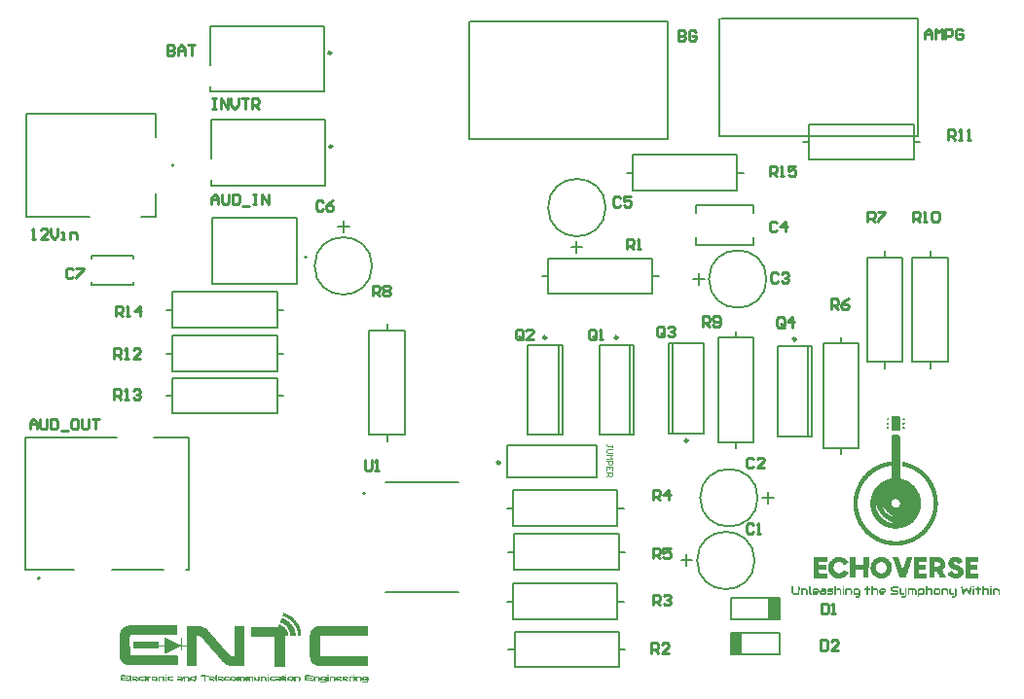
<source format=gto>
G04*
G04 #@! TF.GenerationSoftware,Altium Limited,Altium Designer,24.1.2 (44)*
G04*
G04 Layer_Color=65535*
%FSLAX44Y44*%
%MOMM*%
G71*
G04*
G04 #@! TF.SameCoordinates,E9BD1FF1-B1AA-42C1-8D7E-3D4E88507192*
G04*
G04*
G04 #@! TF.FilePolarity,Positive*
G04*
G01*
G75*
%ADD10C,0.2500*%
%ADD11C,0.2000*%
%ADD12C,0.1270*%
%ADD13C,0.1500*%
%ADD14C,0.2540*%
%ADD15C,0.1000*%
%ADD16R,0.9820X1.8500*%
G36*
X1028742Y1607020D02*
X1028845Y1606994D01*
X1029051Y1606917D01*
X1029192Y1606827D01*
X1029359Y1606660D01*
X1029410Y1606532D01*
X1029436Y1606352D01*
X1029410Y1605761D01*
X1029385Y1605684D01*
X1029307Y1605555D01*
X1029192Y1605440D01*
X1028935Y1605363D01*
X1028678Y1605337D01*
X1027702Y1605363D01*
X1027522Y1605465D01*
X1027458Y1605530D01*
X1027406Y1605658D01*
X1027380Y1605761D01*
X1027342Y1605979D01*
X1027329Y1606480D01*
X1027509Y1606814D01*
X1027573Y1606879D01*
X1027753Y1606956D01*
X1027856Y1606981D01*
X1028036Y1607033D01*
X1028293Y1607058D01*
X1028395D01*
X1028742Y1607020D01*
D02*
G37*
G36*
X1015060Y1607033D02*
X1015137Y1607007D01*
X1015304Y1606943D01*
X1015343Y1606930D01*
X1015369D01*
X1015420Y1606879D01*
X1015471Y1606853D01*
X1015613Y1606737D01*
X1015690Y1606609D01*
X1015741Y1606429D01*
X1015767Y1606172D01*
X1015741Y1606069D01*
X1015703Y1605774D01*
X1015677Y1605671D01*
X1015626Y1605542D01*
X1015548Y1605465D01*
X1015369Y1605388D01*
X1015266Y1605363D01*
X1015086Y1605337D01*
X1014084Y1605363D01*
X1013801Y1605517D01*
X1013763Y1605555D01*
X1013686Y1605735D01*
X1013634Y1606044D01*
X1013609Y1606352D01*
X1013634Y1606429D01*
X1013673Y1606570D01*
X1013763Y1606711D01*
X1013904Y1606853D01*
X1013956Y1606879D01*
X1014187Y1606981D01*
X1014392Y1607033D01*
X1014572Y1607058D01*
X1015060Y1607033D01*
D02*
G37*
G36*
X1028781Y1603384D02*
X1028858Y1603358D01*
X1029012Y1603333D01*
X1029192Y1603230D01*
X1029256Y1603166D01*
X1029282Y1603114D01*
X1029385Y1602960D01*
X1029436Y1602780D01*
X1029410Y1602112D01*
X1029307Y1601933D01*
X1029192Y1601791D01*
X1029140Y1601740D01*
X1029012Y1601688D01*
X1028909Y1601663D01*
X1028729Y1601637D01*
X1028627Y1601611D01*
X1027881Y1601637D01*
X1027804Y1601663D01*
X1027663Y1601701D01*
X1027535Y1601778D01*
X1027509Y1601830D01*
X1027406Y1601984D01*
X1027368Y1602151D01*
X1027342Y1602562D01*
X1027329Y1602703D01*
X1027355Y1602780D01*
Y1602832D01*
Y1602857D01*
X1027419Y1603024D01*
X1027547Y1603230D01*
X1027599Y1603281D01*
X1027727Y1603333D01*
X1027830Y1603358D01*
X1028087Y1603384D01*
X1028267Y1603410D01*
X1028781Y1603384D01*
D02*
G37*
G36*
X1015150Y1603371D02*
X1015253Y1603346D01*
X1015420Y1603281D01*
X1015561Y1603166D01*
X1015613Y1603114D01*
X1015715Y1602883D01*
X1015741Y1602703D01*
X1015715Y1602112D01*
X1015561Y1601830D01*
X1015497Y1601765D01*
X1015446Y1601740D01*
X1015317Y1601688D01*
X1015137Y1601637D01*
X1014906Y1601611D01*
X1014881D01*
X1014187Y1601637D01*
X1014058Y1601688D01*
X1013930Y1601765D01*
X1013878Y1601817D01*
X1013827Y1601843D01*
X1013789Y1601881D01*
X1013763Y1601933D01*
X1013660Y1602164D01*
X1013634Y1602498D01*
X1013660Y1602883D01*
X1013789Y1603114D01*
X1013930Y1603256D01*
X1013981Y1603281D01*
X1014161Y1603358D01*
X1014341Y1603384D01*
X1014675Y1603410D01*
X1015150Y1603371D01*
D02*
G37*
G36*
X1028755Y1599633D02*
X1028935Y1599607D01*
X1028961D01*
X1028973Y1599594D01*
X1029179Y1599517D01*
X1029243Y1599453D01*
X1029282Y1599440D01*
X1029307Y1599389D01*
X1029385Y1599209D01*
X1029410Y1599106D01*
X1029436Y1598849D01*
X1029410Y1598490D01*
X1029307Y1598310D01*
X1029192Y1598168D01*
X1029140Y1598143D01*
X1028986Y1598040D01*
X1028845Y1598001D01*
X1028742Y1597976D01*
X1028614Y1597950D01*
X1028138Y1597937D01*
X1028061Y1597963D01*
X1027869Y1598001D01*
X1027740Y1598053D01*
X1027535Y1598181D01*
X1027483Y1598233D01*
X1027406Y1598412D01*
X1027355Y1598592D01*
X1027329Y1598849D01*
X1027355Y1599158D01*
X1027380Y1599235D01*
X1027445Y1599402D01*
X1027522Y1599504D01*
X1027573Y1599530D01*
X1027702Y1599581D01*
X1027804Y1599607D01*
X1028023Y1599646D01*
X1028678Y1599659D01*
X1028755Y1599633D01*
D02*
G37*
G36*
X1015176Y1599620D02*
X1015381Y1599569D01*
X1015613Y1599440D01*
X1015690Y1599260D01*
X1015741Y1598901D01*
X1015715Y1598515D01*
X1015664Y1598387D01*
X1015587Y1598258D01*
X1015497Y1598168D01*
X1015446Y1598143D01*
X1015394Y1598091D01*
X1015214Y1598014D01*
X1015009Y1597963D01*
X1014752Y1597937D01*
X1014289Y1597963D01*
X1014161Y1598014D01*
X1013930Y1598143D01*
X1013737Y1598335D01*
X1013673Y1598502D01*
X1013647Y1598631D01*
X1013634Y1599029D01*
X1013660Y1599106D01*
X1013686Y1599260D01*
X1013801Y1599453D01*
X1013853Y1599479D01*
X1014135Y1599607D01*
X1014315Y1599633D01*
X1014418Y1599659D01*
X1014881D01*
X1015176Y1599620D01*
D02*
G37*
G36*
X1024361Y1608908D02*
X1024438Y1608883D01*
X1024580Y1608844D01*
X1024708Y1608793D01*
X1024798Y1608728D01*
X1024901Y1608626D01*
X1024952Y1608600D01*
X1024991Y1608562D01*
X1025017Y1608510D01*
X1025068Y1608459D01*
X1025094Y1608407D01*
X1025274Y1608022D01*
X1025299Y1607688D01*
X1025274Y1596845D01*
X1025145Y1596614D01*
X1024927Y1596318D01*
X1024875Y1596293D01*
X1024824Y1596241D01*
X1024644Y1596164D01*
X1024477Y1596126D01*
X1024323Y1596100D01*
X1023835Y1596074D01*
X1019043Y1596062D01*
X1018966Y1596087D01*
X1018580Y1596113D01*
X1018503Y1596139D01*
X1018362Y1596177D01*
X1018156Y1596306D01*
X1018131Y1596357D01*
X1018079Y1596408D01*
X1018054Y1596460D01*
X1017977Y1596537D01*
X1017951Y1596588D01*
X1017848Y1596742D01*
X1017797Y1596922D01*
X1017771Y1597025D01*
Y1606120D01*
Y1606146D01*
X1017758Y1607701D01*
X1017784Y1607983D01*
X1017810Y1608086D01*
X1018002Y1608433D01*
X1018054Y1608484D01*
X1018079Y1608536D01*
X1018298Y1608754D01*
X1018349Y1608780D01*
X1018529Y1608857D01*
X1018735Y1608908D01*
X1019608Y1608934D01*
X1024361Y1608908D01*
D02*
G37*
G36*
X1024207Y1592593D02*
X1024336Y1592542D01*
X1024618Y1592387D01*
X1024850Y1592207D01*
X1024991Y1592066D01*
X1025119Y1591835D01*
X1025222Y1591604D01*
X1025248Y1591501D01*
X1025286Y1591257D01*
X1025312Y1555337D01*
X1025338Y1555132D01*
X1025415Y1554926D01*
X1025453Y1554887D01*
X1025479Y1554836D01*
X1025543Y1554772D01*
X1025595Y1554746D01*
X1025723Y1554695D01*
X1025826Y1554669D01*
X1026006Y1554643D01*
X1026109Y1554618D01*
X1026378Y1554579D01*
X1026533Y1554553D01*
X1026661Y1554528D01*
X1026764Y1554502D01*
X1027213Y1554361D01*
X1027573Y1554258D01*
X1027779Y1554207D01*
X1028023Y1554117D01*
X1028370Y1553975D01*
X1028537Y1553937D01*
X1028845Y1553860D01*
X1029051Y1553783D01*
X1029372Y1553641D01*
X1029629Y1553564D01*
X1029757Y1553513D01*
X1029924Y1553449D01*
X1030117Y1553333D01*
X1030220Y1553307D01*
X1030348Y1553256D01*
X1030451Y1553230D01*
X1030772Y1553115D01*
X1030978Y1552986D01*
X1031299Y1552845D01*
X1031633Y1552665D01*
X1032327Y1552305D01*
X1032506Y1552202D01*
X1032789Y1552048D01*
X1033046Y1551868D01*
X1033226Y1551766D01*
X1033586Y1551509D01*
X1033868Y1551355D01*
X1033945Y1551277D01*
X1033997Y1551252D01*
X1034048Y1551200D01*
X1034279Y1551072D01*
X1034420Y1550956D01*
X1034485Y1550892D01*
X1034536Y1550866D01*
X1034587Y1550815D01*
X1034639Y1550789D01*
X1034690Y1550738D01*
X1034742Y1550712D01*
X1034973Y1550532D01*
X1035153Y1550404D01*
X1035204Y1550378D01*
X1035435Y1550198D01*
X1035512Y1550121D01*
X1035564Y1550096D01*
X1035641Y1550018D01*
X1035692Y1549993D01*
X1035949Y1549736D01*
X1036001Y1549710D01*
X1036309Y1549402D01*
X1036360Y1549376D01*
X1036720Y1549016D01*
X1036771Y1548991D01*
X1036887Y1548875D01*
X1036913Y1548824D01*
X1037003Y1548734D01*
X1037054Y1548708D01*
X1037247Y1548515D01*
X1037272Y1548464D01*
X1037337Y1548400D01*
X1037375Y1548387D01*
X1037401Y1548336D01*
X1037607Y1548130D01*
X1037632Y1548079D01*
X1037722Y1547989D01*
X1037774Y1547963D01*
X1037812Y1547924D01*
X1037838Y1547873D01*
X1037889Y1547822D01*
X1037915Y1547770D01*
X1038056Y1547629D01*
X1038095Y1547616D01*
X1038120Y1547565D01*
X1038223Y1547462D01*
X1038249Y1547411D01*
X1038429Y1547231D01*
X1038454Y1547179D01*
X1038531Y1547102D01*
X1038609Y1546974D01*
X1038763Y1546820D01*
X1038788Y1546768D01*
X1038840Y1546717D01*
X1038866Y1546665D01*
X1039045Y1546434D01*
X1039097Y1546383D01*
X1039122Y1546331D01*
X1039225Y1546229D01*
X1039251Y1546177D01*
X1039431Y1545946D01*
X1039482Y1545895D01*
X1039611Y1545663D01*
X1039778Y1545419D01*
X1040035Y1545008D01*
X1040137Y1544854D01*
X1040253Y1544661D01*
X1040356Y1544482D01*
X1040484Y1544302D01*
X1040510Y1544250D01*
X1040767Y1543762D01*
X1040818Y1543711D01*
X1041152Y1543068D01*
X1041563Y1542220D01*
X1041628Y1542054D01*
X1041949Y1541347D01*
X1042039Y1541103D01*
X1042103Y1540961D01*
X1042180Y1540782D01*
X1042257Y1540525D01*
X1042334Y1540216D01*
X1042476Y1539818D01*
X1042540Y1539651D01*
X1042591Y1539445D01*
X1042643Y1539266D01*
X1042694Y1539060D01*
X1042797Y1538700D01*
X1042874Y1538443D01*
X1042925Y1538238D01*
X1042977Y1537930D01*
X1043002Y1537827D01*
X1043041Y1537608D01*
X1043092Y1537352D01*
X1043118Y1537249D01*
X1043143Y1537120D01*
X1043169Y1537018D01*
X1043195Y1536889D01*
X1043246Y1536581D01*
X1043272Y1536375D01*
X1043323Y1535913D01*
X1043349Y1535707D01*
X1043413Y1535129D01*
X1043439Y1535026D01*
X1043477Y1534448D01*
X1043503Y1534114D01*
X1043529Y1533831D01*
X1043567Y1533073D01*
X1043542Y1532226D01*
X1043516Y1532148D01*
X1043477Y1531468D01*
X1043452Y1531057D01*
X1043426Y1530825D01*
X1043375Y1530491D01*
X1043310Y1529965D01*
X1043285Y1529862D01*
X1043246Y1529515D01*
X1043221Y1529361D01*
X1043195Y1529232D01*
X1043169Y1529078D01*
X1043118Y1528821D01*
X1043092Y1528719D01*
X1043041Y1528461D01*
X1043015Y1528359D01*
X1042989Y1528230D01*
X1042964Y1528076D01*
X1042938Y1527973D01*
X1042912Y1527845D01*
X1042848Y1527626D01*
X1042771Y1527370D01*
X1042745Y1527267D01*
X1042694Y1527087D01*
X1042655Y1526920D01*
X1042630Y1526791D01*
X1042591Y1526650D01*
X1042565Y1526547D01*
X1042476Y1526303D01*
X1042360Y1526033D01*
X1042309Y1525854D01*
X1042193Y1525532D01*
X1042129Y1525391D01*
X1042051Y1525211D01*
X1041833Y1524582D01*
X1041615Y1524184D01*
X1041589Y1524081D01*
X1041384Y1523695D01*
X1041281Y1523464D01*
X1041217Y1523297D01*
X1041101Y1523079D01*
X1041024Y1522950D01*
X1040792Y1522513D01*
X1040613Y1522231D01*
X1040484Y1522000D01*
X1040356Y1521820D01*
X1040330Y1521768D01*
X1040202Y1521537D01*
X1040099Y1521357D01*
X1039970Y1521177D01*
X1039945Y1521126D01*
X1039842Y1520972D01*
X1039816Y1520920D01*
X1039559Y1520561D01*
X1039533Y1520509D01*
X1039354Y1520278D01*
X1038660Y1519327D01*
X1038583Y1519250D01*
X1038557Y1519199D01*
X1038442Y1519058D01*
X1038377Y1518993D01*
X1038352Y1518942D01*
X1038172Y1518762D01*
X1038146Y1518711D01*
X1037915Y1518479D01*
X1037889Y1518428D01*
X1037709Y1518248D01*
X1037697Y1518210D01*
X1037658Y1518197D01*
X1037632Y1518145D01*
X1037452Y1517966D01*
X1037427Y1517914D01*
X1037362Y1517850D01*
X1037324Y1517837D01*
X1037298Y1517786D01*
X1036566Y1517054D01*
X1036515Y1517028D01*
X1036335Y1516848D01*
X1036283Y1516822D01*
X1035846Y1516385D01*
X1035795Y1516360D01*
X1035615Y1516180D01*
X1035564Y1516154D01*
X1035512Y1516103D01*
X1035461Y1516077D01*
X1035307Y1515923D01*
X1035256Y1515897D01*
X1035012Y1515730D01*
X1034973Y1515692D01*
X1034921Y1515666D01*
X1034870Y1515615D01*
X1034819Y1515589D01*
X1034767Y1515538D01*
X1034716Y1515512D01*
X1034395Y1515268D01*
X1034356Y1515229D01*
X1034125Y1515101D01*
X1033765Y1514844D01*
X1033637Y1514767D01*
X1033393Y1514600D01*
X1033200Y1514484D01*
X1032969Y1514356D01*
X1032789Y1514227D01*
X1032738Y1514202D01*
X1032455Y1514047D01*
X1032403Y1513996D01*
X1032352Y1513970D01*
X1032198Y1513867D01*
X1032147Y1513842D01*
X1031710Y1513611D01*
X1031556Y1513508D01*
X1031453Y1513482D01*
X1031273Y1513405D01*
X1030888Y1513199D01*
X1030605Y1513071D01*
X1030220Y1512865D01*
X1030040Y1512788D01*
X1029860Y1512737D01*
X1029539Y1512621D01*
X1029269Y1512506D01*
X1029089Y1512454D01*
X1028781Y1512377D01*
X1028614Y1512313D01*
X1028485Y1512262D01*
X1028344Y1512197D01*
X1028215Y1512146D01*
X1028113Y1512120D01*
X1027946Y1512082D01*
X1027560Y1512005D01*
X1027458Y1511979D01*
X1026854Y1511786D01*
X1026545Y1511735D01*
X1026443Y1511709D01*
X1026199Y1511671D01*
X1026070Y1511645D01*
X1025929Y1511606D01*
X1025762Y1511568D01*
X1025659Y1511542D01*
X1025530Y1511517D01*
X1025428Y1511491D01*
X1025274Y1511465D01*
X1024927Y1511427D01*
X1024824Y1511401D01*
X1024477Y1511362D01*
X1024271Y1511337D01*
X1023963Y1511285D01*
X1023758Y1511260D01*
X1023501Y1511234D01*
X1022576Y1511183D01*
X1022062Y1511157D01*
X1021021Y1511144D01*
X1020944Y1511170D01*
X1019955Y1511208D01*
X1019518Y1511234D01*
X1019236Y1511260D01*
X1019030Y1511285D01*
X1018876Y1511311D01*
X1018349Y1511375D01*
X1018246Y1511401D01*
X1017874Y1511440D01*
X1017411Y1511517D01*
X1016897Y1511645D01*
X1016640Y1511696D01*
X1016178Y1511774D01*
X1015973Y1511825D01*
X1015844Y1511876D01*
X1015741Y1511902D01*
X1015446Y1511992D01*
X1015343Y1512018D01*
X1015176Y1512056D01*
X1015022Y1512082D01*
X1014816Y1512133D01*
X1014611Y1512210D01*
X1014264Y1512352D01*
X1014084Y1512403D01*
X1013917Y1512442D01*
X1013776Y1512480D01*
X1013609Y1512544D01*
X1013288Y1512686D01*
X1013108Y1512737D01*
X1012786Y1512853D01*
X1012594Y1512968D01*
X1012260Y1513122D01*
X1011926Y1513302D01*
X1011643Y1513431D01*
X1011476Y1513495D01*
X1011219Y1513649D01*
X1010718Y1513919D01*
X1010461Y1514099D01*
X1010179Y1514253D01*
X1010101Y1514330D01*
X1010050Y1514356D01*
X1009665Y1514561D01*
X1009305Y1514818D01*
X1009254Y1514844D01*
X1009009Y1515011D01*
X1008945Y1515075D01*
X1008714Y1515204D01*
X1008483Y1515383D01*
X1008303Y1515512D01*
X1008251Y1515538D01*
X1008200Y1515589D01*
X1008149Y1515615D01*
X1008007Y1515730D01*
X1007699Y1515936D01*
X1007661Y1515974D01*
X1007609Y1516000D01*
X1007455Y1516154D01*
X1007404Y1516180D01*
X1007275Y1516308D01*
X1007224Y1516334D01*
X1006916Y1516642D01*
X1006864Y1516668D01*
X1006749Y1516784D01*
X1006736Y1516822D01*
X1006684Y1516848D01*
X1006607Y1516925D01*
X1006556Y1516951D01*
X1006196Y1517310D01*
X1006145Y1517336D01*
X1006080Y1517400D01*
X1006055Y1517452D01*
X1005695Y1517811D01*
X1005682Y1517850D01*
X1005631Y1517876D01*
X1005592Y1517914D01*
X1005566Y1517966D01*
X1005361Y1518171D01*
X1005335Y1518223D01*
X1005284Y1518274D01*
X1005258Y1518325D01*
X1005001Y1518582D01*
X1004976Y1518634D01*
X1004616Y1518993D01*
X1004590Y1519045D01*
X1004539Y1519096D01*
X1004513Y1519148D01*
X1004385Y1519276D01*
X1004359Y1519327D01*
X1004308Y1519379D01*
X1004282Y1519430D01*
X1004153Y1519610D01*
X1003909Y1519931D01*
X1003807Y1520085D01*
X1003742Y1520175D01*
X1003627Y1520317D01*
X1003447Y1520599D01*
X1003357Y1520689D01*
X1003331Y1520741D01*
X1003228Y1520895D01*
X1003203Y1520946D01*
X1002946Y1521331D01*
X1002817Y1521563D01*
X1002560Y1521974D01*
X1002406Y1522256D01*
X1002278Y1522436D01*
X1001969Y1523027D01*
X1001815Y1523361D01*
X1001430Y1524158D01*
X1001173Y1524697D01*
X1000980Y1525250D01*
X1000916Y1525391D01*
X1000865Y1525520D01*
X1000762Y1525854D01*
X1000672Y1526098D01*
X1000569Y1526355D01*
X1000479Y1526573D01*
X1000441Y1526740D01*
X1000415Y1526843D01*
X1000364Y1527100D01*
X1000286Y1527408D01*
X1000222Y1527626D01*
X1000171Y1527806D01*
X1000119Y1528012D01*
X999952Y1528821D01*
X999901Y1529078D01*
X999875Y1529232D01*
X999850Y1529361D01*
X999824Y1529515D01*
X999747Y1530029D01*
X999696Y1530440D01*
X999644Y1530902D01*
X999619Y1531211D01*
X999593Y1531647D01*
X999529Y1532791D01*
X999503Y1533048D01*
X999529Y1534435D01*
X999554Y1534512D01*
X999580Y1535283D01*
X999606Y1535360D01*
X999644Y1535656D01*
X999670Y1535861D01*
X999721Y1536324D01*
X999786Y1536850D01*
X999811Y1536953D01*
X999850Y1537172D01*
X999901Y1537377D01*
X999940Y1537518D01*
X999991Y1537698D01*
X1000042Y1538007D01*
X1000068Y1538109D01*
X1000094Y1538289D01*
X1000145Y1538495D01*
X1000184Y1538662D01*
X1000209Y1538765D01*
X1000274Y1538983D01*
X1000325Y1539163D01*
X1000351Y1539266D01*
X1000402Y1539445D01*
X1000428Y1539548D01*
X1000543Y1539870D01*
X1000595Y1539998D01*
X1000685Y1540216D01*
X1000723Y1540383D01*
X1000775Y1540589D01*
X1000813Y1540730D01*
X1000903Y1540974D01*
X1001044Y1541270D01*
X1001096Y1541398D01*
X1001160Y1541565D01*
X1001211Y1541694D01*
X1001430Y1542169D01*
X1001481Y1542298D01*
X1002072Y1543454D01*
X1002226Y1543736D01*
X1002355Y1543942D01*
X1002381Y1543993D01*
X1002612Y1544430D01*
X1002792Y1544687D01*
X1002817Y1544738D01*
X1002920Y1544918D01*
X1003100Y1545175D01*
X1003126Y1545227D01*
X1003228Y1545381D01*
X1003331Y1545561D01*
X1003383Y1545612D01*
X1003408Y1545663D01*
X1003537Y1545843D01*
X1003562Y1545895D01*
X1003807Y1546216D01*
X1003845Y1546254D01*
X1003871Y1546306D01*
X1003922Y1546357D01*
X1003948Y1546409D01*
X1004051Y1546511D01*
X1004076Y1546563D01*
X1004128Y1546614D01*
X1004153Y1546665D01*
X1004230Y1546743D01*
X1004256Y1546794D01*
X1004372Y1546935D01*
X1004423Y1547012D01*
X1004462Y1547025D01*
X1004487Y1547077D01*
X1004539Y1547128D01*
X1004565Y1547179D01*
X1004616Y1547231D01*
X1004642Y1547282D01*
X1004796Y1547436D01*
X1004821Y1547488D01*
X1005001Y1547668D01*
X1005027Y1547719D01*
X1005361Y1548053D01*
X1005387Y1548104D01*
X1005849Y1548567D01*
X1005875Y1548618D01*
X1005913Y1548657D01*
X1005965Y1548682D01*
X1006003Y1548721D01*
X1006029Y1548772D01*
X1006196Y1548939D01*
X1006247Y1548965D01*
X1006684Y1549402D01*
X1006736Y1549427D01*
X1006941Y1549633D01*
X1006993Y1549659D01*
X1007275Y1549941D01*
X1007327Y1549967D01*
X1007429Y1550070D01*
X1007481Y1550096D01*
X1007558Y1550173D01*
X1007609Y1550198D01*
X1007750Y1550314D01*
X1007840Y1550404D01*
X1008020Y1550507D01*
X1008072Y1550558D01*
X1008123Y1550584D01*
X1008175Y1550635D01*
X1008226Y1550661D01*
X1008277Y1550712D01*
X1008329Y1550738D01*
X1008380Y1550789D01*
X1008431Y1550815D01*
X1008483Y1550866D01*
X1008534Y1550892D01*
X1008586Y1550943D01*
X1008637Y1550969D01*
X1008714Y1551046D01*
X1008765Y1551072D01*
X1008817Y1551123D01*
X1008997Y1551226D01*
X1009331Y1551457D01*
X1009510Y1551560D01*
X1009690Y1551689D01*
X1009742Y1551714D01*
X1009793Y1551766D01*
X1009845Y1551791D01*
X1010050Y1551920D01*
X1010101Y1551945D01*
X1010243Y1552061D01*
X1010795Y1552357D01*
X1011489Y1552716D01*
X1011643Y1552819D01*
X1011810Y1552883D01*
X1012016Y1552960D01*
X1012221Y1553089D01*
X1012363Y1553153D01*
X1012619Y1553230D01*
X1012748Y1553282D01*
X1012915Y1553346D01*
X1013210Y1553487D01*
X1013339Y1553539D01*
X1013480Y1553577D01*
X1013840Y1553705D01*
X1014007Y1553795D01*
X1014174Y1553860D01*
X1014277Y1553885D01*
X1014405Y1553911D01*
X1014508Y1553937D01*
X1014636Y1553962D01*
X1014893Y1554065D01*
X1015060Y1554129D01*
X1015189Y1554181D01*
X1015292Y1554207D01*
X1015471Y1554258D01*
X1015677Y1554309D01*
X1015857Y1554361D01*
X1015985Y1554412D01*
X1016127Y1554451D01*
X1016345Y1554515D01*
X1016448Y1554541D01*
X1016628Y1554566D01*
X1016730Y1554592D01*
X1017283Y1554682D01*
X1017411Y1554733D01*
X1017450Y1554772D01*
X1017501Y1554798D01*
X1017617Y1554887D01*
X1017643Y1554939D01*
X1017720Y1555119D01*
X1017745Y1555298D01*
X1017771Y1555633D01*
X1017745Y1565448D01*
X1017617Y1565627D01*
X1017476Y1565692D01*
X1017296Y1565717D01*
X1016666Y1565679D01*
X1016384Y1565653D01*
X1016075Y1565602D01*
X1015947Y1565576D01*
X1015806Y1565537D01*
X1015471Y1565435D01*
X1015292Y1565383D01*
X1015048Y1565345D01*
X1014739Y1565293D01*
X1014482Y1565242D01*
X1014341Y1565203D01*
X1013853Y1565049D01*
X1013544Y1564998D01*
X1013365Y1564972D01*
X1013262Y1564946D01*
X1013069Y1564908D01*
X1012863Y1564857D01*
X1012568Y1564767D01*
X1012260Y1564690D01*
X1011836Y1564600D01*
X1011733Y1564574D01*
X1011566Y1564510D01*
X1011335Y1564407D01*
X1011206Y1564355D01*
X1011001Y1564304D01*
X1010821Y1564253D01*
X1010577Y1564163D01*
X1010256Y1564021D01*
X1009896Y1563919D01*
X1009767Y1563867D01*
X1009382Y1563687D01*
X1009022Y1563585D01*
X1008894Y1563533D01*
X1008354Y1563276D01*
X1008033Y1563161D01*
X1007840Y1563045D01*
X1007661Y1562968D01*
X1007532Y1562917D01*
X1007044Y1562660D01*
X1006658Y1562480D01*
X1006607Y1562454D01*
X1006402Y1562326D01*
X1006119Y1562197D01*
X1006068Y1562172D01*
X1005785Y1561992D01*
X1005399Y1561812D01*
X1005348Y1561786D01*
X1005168Y1561658D01*
X1004629Y1561375D01*
X1004577Y1561324D01*
X1004526Y1561298D01*
X1004372Y1561195D01*
X1004140Y1561067D01*
X1003961Y1560938D01*
X1003909Y1560913D01*
X1003627Y1560758D01*
X1003485Y1560643D01*
X1003049Y1560386D01*
X1002894Y1560283D01*
X1002830Y1560219D01*
X1002599Y1560090D01*
X1002368Y1559910D01*
X1002188Y1559782D01*
X1002137Y1559756D01*
X1002085Y1559705D01*
X1002034Y1559679D01*
X1001931Y1559577D01*
X1001880Y1559551D01*
X1001777Y1559448D01*
X1001725Y1559422D01*
X1001674Y1559371D01*
X1001623Y1559345D01*
X1001545Y1559268D01*
X1001494Y1559243D01*
X1001391Y1559140D01*
X1001340Y1559114D01*
X1001109Y1558934D01*
X1001057Y1558883D01*
X1001006Y1558857D01*
X1000775Y1558677D01*
X1000633Y1558562D01*
X1000543Y1558497D01*
X1000145Y1558202D01*
X1000119Y1558150D01*
X1000055Y1558086D01*
X1000004Y1558061D01*
X999952Y1558009D01*
X999901Y1557984D01*
X999567Y1557650D01*
X999516Y1557624D01*
X999259Y1557367D01*
X999207Y1557341D01*
X998976Y1557110D01*
X998925Y1557084D01*
X998771Y1556930D01*
X998719Y1556904D01*
X998462Y1556647D01*
X998411Y1556622D01*
X998077Y1556288D01*
X998026Y1556262D01*
X997961Y1556198D01*
X997935Y1556146D01*
X997679Y1555889D01*
X997653Y1555838D01*
X997345Y1555530D01*
X997319Y1555478D01*
X997113Y1555273D01*
X997088Y1555222D01*
X996908Y1555042D01*
X996882Y1554990D01*
X996728Y1554836D01*
X996702Y1554785D01*
X996587Y1554643D01*
X996445Y1554502D01*
X996420Y1554451D01*
X996368Y1554399D01*
X996342Y1554348D01*
X996240Y1554245D01*
X996214Y1554194D01*
X996034Y1554014D01*
X996009Y1553962D01*
X995906Y1553860D01*
X995880Y1553808D01*
X995726Y1553654D01*
X995700Y1553603D01*
X995649Y1553551D01*
X995623Y1553500D01*
X995572Y1553449D01*
X995546Y1553397D01*
X995469Y1553320D01*
X995443Y1553269D01*
X995263Y1553089D01*
X995238Y1553038D01*
X995058Y1552806D01*
X995006Y1552755D01*
X994904Y1552575D01*
X994647Y1552215D01*
X994621Y1552164D01*
X994544Y1552087D01*
X994467Y1551958D01*
X994351Y1551817D01*
X994287Y1551727D01*
X994159Y1551522D01*
X994133Y1551470D01*
X993876Y1551111D01*
X993773Y1550931D01*
X993645Y1550751D01*
X993619Y1550699D01*
X993542Y1550622D01*
X993439Y1550442D01*
X993336Y1550288D01*
X993311Y1550237D01*
X993208Y1550057D01*
X993054Y1549774D01*
X992951Y1549620D01*
X992925Y1549569D01*
X992797Y1549363D01*
X992617Y1549029D01*
X992514Y1548849D01*
X992283Y1548413D01*
X991923Y1547719D01*
X991409Y1546665D01*
X991281Y1546383D01*
X991127Y1546049D01*
X991075Y1545920D01*
X990985Y1545676D01*
X990793Y1545252D01*
X990600Y1544700D01*
X990471Y1544417D01*
X990304Y1543891D01*
X990150Y1543505D01*
X990048Y1543171D01*
X989970Y1542863D01*
X989855Y1542542D01*
X989765Y1542246D01*
X989739Y1542143D01*
X989701Y1541976D01*
X989675Y1541848D01*
X989649Y1541745D01*
X989624Y1541617D01*
X989585Y1541475D01*
X989482Y1541141D01*
X989405Y1540884D01*
X989354Y1540679D01*
X989315Y1540460D01*
X989290Y1540306D01*
X989264Y1540178D01*
X989161Y1539767D01*
X989123Y1539625D01*
X989045Y1539189D01*
X989020Y1539086D01*
X988981Y1538765D01*
X988956Y1538533D01*
X988904Y1538225D01*
X988827Y1537840D01*
X988776Y1537531D01*
X988737Y1537184D01*
X988711Y1537082D01*
X988647Y1536427D01*
X988596Y1535604D01*
X988544Y1534859D01*
X988532Y1534564D01*
X988557Y1534487D01*
X988596Y1532881D01*
X988622Y1531416D01*
X988647Y1530954D01*
X988673Y1530543D01*
X988724Y1529823D01*
X988750Y1529566D01*
X988853Y1528873D01*
X988904Y1528564D01*
X988943Y1528217D01*
X988969Y1528115D01*
X989007Y1527742D01*
X989033Y1527536D01*
X989110Y1527074D01*
X989136Y1526971D01*
X989161Y1526843D01*
X989187Y1526740D01*
X989213Y1526586D01*
X989238Y1526483D01*
X989315Y1526098D01*
X989341Y1525995D01*
X989367Y1525841D01*
X989444Y1525532D01*
X989482Y1525391D01*
X989508Y1525288D01*
X989611Y1524929D01*
X989688Y1524620D01*
X989726Y1524453D01*
X989803Y1524145D01*
X989906Y1523862D01*
X989970Y1523644D01*
X990009Y1523477D01*
X990035Y1523349D01*
X990073Y1523207D01*
X990137Y1523040D01*
X990240Y1522783D01*
X990356Y1522411D01*
X990395Y1522269D01*
X990420Y1522167D01*
X990497Y1521961D01*
X990549Y1521833D01*
X990690Y1521486D01*
X990857Y1521010D01*
X990998Y1520715D01*
X991050Y1520586D01*
X991140Y1520342D01*
X991332Y1519918D01*
X991409Y1519738D01*
X991512Y1519482D01*
X991743Y1518993D01*
X991795Y1518865D01*
X991949Y1518582D01*
X992077Y1518351D01*
X992334Y1517863D01*
X992668Y1517220D01*
X992771Y1517066D01*
X992977Y1516681D01*
X993079Y1516527D01*
X993311Y1516090D01*
X993439Y1515910D01*
X993465Y1515859D01*
X993593Y1515628D01*
X993722Y1515448D01*
X993747Y1515396D01*
X993799Y1515345D01*
X993979Y1515011D01*
X994210Y1514677D01*
X994313Y1514497D01*
X994428Y1514356D01*
X994531Y1514202D01*
X994724Y1513932D01*
X994750Y1513880D01*
X994801Y1513829D01*
X994827Y1513778D01*
X994878Y1513726D01*
X994904Y1513675D01*
X995071Y1513431D01*
X995161Y1513341D01*
X995186Y1513289D01*
X995302Y1513148D01*
X995366Y1513058D01*
X995443Y1512981D01*
X995469Y1512930D01*
X995572Y1512827D01*
X995597Y1512776D01*
X995649Y1512724D01*
X995675Y1512673D01*
X995752Y1512596D01*
X995777Y1512544D01*
X995906Y1512416D01*
X995931Y1512365D01*
X996111Y1512133D01*
X996163Y1512082D01*
X996188Y1512030D01*
X996342Y1511876D01*
X996368Y1511825D01*
X996445Y1511748D01*
X996458Y1511709D01*
X996509Y1511684D01*
X996600Y1511594D01*
X996625Y1511542D01*
X996676Y1511491D01*
X996702Y1511440D01*
X996805Y1511337D01*
X996831Y1511285D01*
X996985Y1511131D01*
X997011Y1511080D01*
X997370Y1510720D01*
X997396Y1510669D01*
X998424Y1509641D01*
X998449Y1509590D01*
X998514Y1509525D01*
X998565Y1509500D01*
X998681Y1509384D01*
X998706Y1509333D01*
X998745Y1509294D01*
X998796Y1509268D01*
X999285Y1508780D01*
X999336Y1508754D01*
X999426Y1508665D01*
X999439Y1508626D01*
X999490Y1508600D01*
X999593Y1508498D01*
X999644Y1508472D01*
X999875Y1508241D01*
X999927Y1508215D01*
X1000068Y1508099D01*
X1000261Y1507907D01*
X1000312Y1507881D01*
X1000415Y1507778D01*
X1000466Y1507752D01*
X1000595Y1507624D01*
X1000646Y1507598D01*
X1000698Y1507547D01*
X1000826Y1507470D01*
X1000929Y1507367D01*
X1000980Y1507341D01*
X1001032Y1507290D01*
X1001083Y1507264D01*
X1001134Y1507213D01*
X1001186Y1507187D01*
X1001417Y1507007D01*
X1001468Y1506956D01*
X1001520Y1506930D01*
X1001571Y1506879D01*
X1001623Y1506853D01*
X1001674Y1506802D01*
X1001802Y1506725D01*
X1001931Y1506596D01*
X1001982Y1506570D01*
X1002162Y1506442D01*
X1002214Y1506416D01*
X1002355Y1506301D01*
X1002509Y1506198D01*
X1002548Y1506159D01*
X1002599Y1506134D01*
X1002650Y1506082D01*
X1002702Y1506057D01*
X1002753Y1506005D01*
X1002804Y1505980D01*
X1002856Y1505928D01*
X1002907Y1505903D01*
X1002959Y1505851D01*
X1003190Y1505723D01*
X1003241Y1505671D01*
X1003293Y1505646D01*
X1003370Y1505569D01*
X1003601Y1505440D01*
X1003781Y1505311D01*
X1003832Y1505286D01*
X1004012Y1505157D01*
X1004295Y1505003D01*
X1004398Y1504900D01*
X1004988Y1504592D01*
X1005040Y1504541D01*
X1005477Y1504310D01*
X1005682Y1504181D01*
X1005862Y1504104D01*
X1005991Y1504053D01*
X1006222Y1503924D01*
X1006556Y1503770D01*
X1006993Y1503539D01*
X1007275Y1503410D01*
X1007404Y1503359D01*
X1007686Y1503205D01*
X1007969Y1503076D01*
X1008097Y1503025D01*
X1008688Y1502742D01*
X1009009Y1502627D01*
X1009485Y1502408D01*
X1009665Y1502357D01*
X1009909Y1502267D01*
X1010204Y1502126D01*
X1010333Y1502074D01*
X1010525Y1502036D01*
X1010667Y1501997D01*
X1010795Y1501946D01*
X1011027Y1501843D01*
X1011283Y1501740D01*
X1011450Y1501702D01*
X1011553Y1501676D01*
X1011682Y1501650D01*
X1011964Y1501573D01*
X1012311Y1501432D01*
X1012478Y1501393D01*
X1012581Y1501368D01*
X1012709Y1501342D01*
X1012863Y1501316D01*
X1012992Y1501290D01*
X1013198Y1501239D01*
X1013570Y1501124D01*
X1013711Y1501085D01*
X1013840Y1501059D01*
X1014302Y1500982D01*
X1014431Y1500957D01*
X1014534Y1500931D01*
X1014662Y1500905D01*
X1014803Y1500867D01*
X1014906Y1500841D01*
X1015086Y1500789D01*
X1015394Y1500712D01*
X1015574Y1500687D01*
X1015677Y1500661D01*
X1015973Y1500622D01*
X1016281Y1500571D01*
X1016666Y1500494D01*
X1017013Y1500455D01*
X1017116Y1500430D01*
X1017437Y1500391D01*
X1017745Y1500365D01*
X1018105Y1500340D01*
X1020058Y1500263D01*
X1020520Y1500237D01*
X1021034Y1500211D01*
X1021998Y1500199D01*
X1022075Y1500224D01*
X1022858Y1500263D01*
X1023475Y1500288D01*
X1024811Y1500340D01*
X1025171Y1500365D01*
X1025453Y1500391D01*
X1025685Y1500417D01*
X1025839Y1500443D01*
X1026044Y1500468D01*
X1026199Y1500494D01*
X1026327Y1500520D01*
X1026481Y1500545D01*
X1026610Y1500571D01*
X1027072Y1500648D01*
X1027278Y1500674D01*
X1027560Y1500725D01*
X1027689Y1500751D01*
X1027830Y1500789D01*
X1027933Y1500815D01*
X1028113Y1500867D01*
X1028318Y1500918D01*
X1028485Y1500957D01*
X1028614Y1500982D01*
X1029076Y1501059D01*
X1029205Y1501085D01*
X1029346Y1501124D01*
X1029860Y1501278D01*
X1030168Y1501329D01*
X1030271Y1501355D01*
X1030541Y1501419D01*
X1030643Y1501445D01*
X1030785Y1501509D01*
X1030952Y1501573D01*
X1031093Y1501612D01*
X1031299Y1501663D01*
X1031466Y1501702D01*
X1031671Y1501753D01*
X1031838Y1501817D01*
X1032121Y1501946D01*
X1032249Y1501997D01*
X1032391Y1502036D01*
X1032596Y1502087D01*
X1032802Y1502164D01*
X1033097Y1502305D01*
X1033277Y1502357D01*
X1033380Y1502383D01*
X1033624Y1502472D01*
X1033997Y1502665D01*
X1034395Y1502806D01*
X1034613Y1502922D01*
X1034947Y1503076D01*
X1035114Y1503140D01*
X1035333Y1503256D01*
X1035512Y1503359D01*
X1035679Y1503423D01*
X1035808Y1503474D01*
X1035962Y1503551D01*
X1036168Y1503680D01*
X1036309Y1503744D01*
X1036437Y1503796D01*
X1036605Y1503860D01*
X1036926Y1504053D01*
X1037093Y1504117D01*
X1037221Y1504168D01*
X1037427Y1504297D01*
X1037825Y1504515D01*
X1037876Y1504541D01*
X1038159Y1504721D01*
X1038544Y1504926D01*
X1038724Y1505055D01*
X1039007Y1505209D01*
X1039444Y1505517D01*
X1039623Y1505620D01*
X1039675Y1505671D01*
X1039726Y1505697D01*
X1039906Y1505825D01*
X1040086Y1505928D01*
X1040137Y1505980D01*
X1040189Y1506005D01*
X1040240Y1506057D01*
X1040292Y1506082D01*
X1040369Y1506159D01*
X1040420Y1506185D01*
X1040741Y1506429D01*
X1040895Y1506532D01*
X1041037Y1506622D01*
X1041088Y1506673D01*
X1041139Y1506699D01*
X1041217Y1506776D01*
X1041268Y1506802D01*
X1041319Y1506853D01*
X1041371Y1506879D01*
X1041422Y1506930D01*
X1041473Y1506956D01*
X1041551Y1507033D01*
X1041602Y1507059D01*
X1041679Y1507136D01*
X1041730Y1507162D01*
X1041782Y1507213D01*
X1041833Y1507239D01*
X1042064Y1507418D01*
X1042116Y1507470D01*
X1042167Y1507496D01*
X1042488Y1507740D01*
X1042527Y1507778D01*
X1042578Y1507804D01*
X1042732Y1507958D01*
X1042784Y1507984D01*
X1042938Y1508138D01*
X1042989Y1508163D01*
X1043118Y1508292D01*
X1043169Y1508318D01*
X1043375Y1508523D01*
X1043426Y1508549D01*
X1043477Y1508600D01*
X1043529Y1508626D01*
X1043914Y1509011D01*
X1043966Y1509037D01*
X1044004Y1509076D01*
X1044030Y1509127D01*
X1044197Y1509294D01*
X1044248Y1509320D01*
X1044544Y1509615D01*
X1044557Y1509654D01*
X1044608Y1509680D01*
X1044801Y1509872D01*
X1044826Y1509924D01*
X1044865Y1509962D01*
X1044916Y1509988D01*
X1045032Y1510103D01*
X1045058Y1510155D01*
X1045777Y1510874D01*
X1045803Y1510926D01*
X1046137Y1511260D01*
X1046162Y1511311D01*
X1046240Y1511388D01*
X1046265Y1511440D01*
X1046445Y1511619D01*
X1046471Y1511671D01*
X1046599Y1511799D01*
X1046625Y1511851D01*
X1046728Y1511953D01*
X1046753Y1512005D01*
X1046882Y1512133D01*
X1046908Y1512185D01*
X1047010Y1512287D01*
X1047036Y1512339D01*
X1047165Y1512467D01*
X1047190Y1512519D01*
X1047370Y1512750D01*
X1047421Y1512801D01*
X1047447Y1512853D01*
X1047499Y1512904D01*
X1047524Y1512955D01*
X1047627Y1513058D01*
X1047653Y1513110D01*
X1047807Y1513264D01*
X1047833Y1513315D01*
X1047884Y1513367D01*
X1047910Y1513418D01*
X1047961Y1513469D01*
X1047987Y1513521D01*
X1048038Y1513572D01*
X1048064Y1513623D01*
X1048141Y1513701D01*
X1048167Y1513752D01*
X1048385Y1514073D01*
X1048526Y1514266D01*
X1048603Y1514394D01*
X1048655Y1514446D01*
X1048680Y1514497D01*
X1048732Y1514548D01*
X1048758Y1514600D01*
X1048809Y1514651D01*
X1048835Y1514703D01*
X1048937Y1514882D01*
X1049246Y1515371D01*
X1049271Y1515422D01*
X1049400Y1515602D01*
X1049426Y1515653D01*
X1049528Y1515807D01*
X1049554Y1515859D01*
X1049657Y1516013D01*
X1049760Y1516193D01*
X1049862Y1516347D01*
X1050119Y1516835D01*
X1050248Y1517041D01*
X1050402Y1517323D01*
X1050505Y1517478D01*
X1051070Y1518582D01*
X1051173Y1518762D01*
X1051301Y1519045D01*
X1051404Y1519276D01*
X1051430Y1519327D01*
X1051635Y1519764D01*
X1051712Y1519944D01*
X1051918Y1520407D01*
X1051982Y1520574D01*
X1052085Y1520831D01*
X1052226Y1521126D01*
X1052278Y1521254D01*
X1052470Y1521807D01*
X1052534Y1521948D01*
X1052586Y1522077D01*
X1052689Y1522436D01*
X1052830Y1522835D01*
X1052894Y1523002D01*
X1052946Y1523130D01*
X1052984Y1523271D01*
X1053087Y1523683D01*
X1053126Y1523824D01*
X1053215Y1524068D01*
X1053331Y1524440D01*
X1053370Y1524608D01*
X1053395Y1524736D01*
X1053421Y1524839D01*
X1053447Y1524967D01*
X1053485Y1525108D01*
X1053511Y1525211D01*
X1053562Y1525391D01*
X1053588Y1525494D01*
X1053639Y1525674D01*
X1053729Y1526098D01*
X1053755Y1526226D01*
X1053793Y1526367D01*
X1053832Y1526534D01*
X1053909Y1526920D01*
X1053960Y1527125D01*
X1053986Y1527254D01*
X1054012Y1527408D01*
X1054050Y1527755D01*
X1054076Y1527858D01*
X1054115Y1528153D01*
X1054140Y1528384D01*
X1054166Y1528539D01*
X1054192Y1528770D01*
X1054269Y1529232D01*
X1054333Y1529759D01*
X1054359Y1530093D01*
X1054410Y1531044D01*
X1054436Y1531224D01*
X1054462Y1532406D01*
X1054487Y1533253D01*
X1054462Y1533331D01*
X1054423Y1534294D01*
X1054397Y1534885D01*
X1054372Y1535399D01*
X1054346Y1536041D01*
X1054320Y1536298D01*
X1054295Y1536452D01*
X1054217Y1536940D01*
X1054192Y1537095D01*
X1054128Y1537621D01*
X1054102Y1537801D01*
X1054050Y1538366D01*
X1054025Y1538623D01*
X1053999Y1538803D01*
X1053973Y1538906D01*
X1053935Y1539124D01*
X1053832Y1539536D01*
X1053793Y1539677D01*
X1053755Y1539844D01*
X1053729Y1539947D01*
X1053704Y1540075D01*
X1053678Y1540229D01*
X1053626Y1540486D01*
X1053588Y1540627D01*
X1053537Y1540833D01*
X1053485Y1541013D01*
X1053459Y1541116D01*
X1053408Y1541424D01*
X1053382Y1541527D01*
X1053357Y1541707D01*
X1053305Y1541912D01*
X1053215Y1542156D01*
X1053164Y1542285D01*
X1053048Y1542657D01*
X1052946Y1543017D01*
X1052894Y1543145D01*
X1052766Y1543479D01*
X1052714Y1543608D01*
X1052676Y1543749D01*
X1052625Y1543955D01*
X1052496Y1544315D01*
X1052445Y1544443D01*
X1052239Y1545034D01*
X1052149Y1545227D01*
X1052021Y1545509D01*
X1051969Y1545638D01*
X1051905Y1545805D01*
X1051854Y1545933D01*
X1051687Y1546306D01*
X1051545Y1546704D01*
X1051301Y1547231D01*
X1050787Y1548207D01*
X1050428Y1548901D01*
X1050325Y1549055D01*
X1050171Y1549389D01*
X1050145Y1549440D01*
X1050016Y1549646D01*
X1049991Y1549697D01*
X1049862Y1549928D01*
X1049734Y1550108D01*
X1049708Y1550160D01*
X1049657Y1550211D01*
X1049528Y1550442D01*
X1049361Y1550686D01*
X1049323Y1550725D01*
X1049297Y1550777D01*
X1049040Y1551162D01*
X1048989Y1551213D01*
X1048835Y1551496D01*
X1048706Y1551676D01*
X1048680Y1551727D01*
X1048629Y1551779D01*
X1048526Y1551958D01*
X1048346Y1552190D01*
X1048295Y1552241D01*
X1048269Y1552292D01*
X1048102Y1552536D01*
X1048038Y1552601D01*
X1048012Y1552652D01*
X1047961Y1552704D01*
X1047935Y1552755D01*
X1047691Y1553076D01*
X1047653Y1553115D01*
X1047627Y1553166D01*
X1047524Y1553269D01*
X1047499Y1553320D01*
X1047383Y1553461D01*
X1047319Y1553551D01*
X1047267Y1553603D01*
X1047242Y1553654D01*
X1047190Y1553705D01*
X1047113Y1553834D01*
X1047010Y1553937D01*
X1046985Y1553988D01*
X1046908Y1554065D01*
X1046882Y1554117D01*
X1046805Y1554194D01*
X1046779Y1554245D01*
X1046728Y1554297D01*
X1046702Y1554348D01*
X1046574Y1554476D01*
X1046548Y1554528D01*
X1046445Y1554630D01*
X1046419Y1554682D01*
X1046111Y1554990D01*
X1046085Y1555042D01*
X1045803Y1555324D01*
X1045777Y1555376D01*
X1045700Y1555453D01*
X1045674Y1555504D01*
X1045636Y1555543D01*
X1045584Y1555568D01*
X1045469Y1555684D01*
X1045443Y1555735D01*
X1045186Y1555992D01*
X1045160Y1556044D01*
X1044981Y1556223D01*
X1044968Y1556262D01*
X1044916Y1556288D01*
X1044775Y1556429D01*
X1044749Y1556480D01*
X1044634Y1556596D01*
X1044582Y1556622D01*
X1044351Y1556853D01*
X1044300Y1556879D01*
X1043914Y1557264D01*
X1043863Y1557290D01*
X1043786Y1557367D01*
X1043735Y1557393D01*
X1043670Y1557457D01*
X1043657Y1557495D01*
X1043606Y1557521D01*
X1043477Y1557650D01*
X1043426Y1557675D01*
X1043118Y1557984D01*
X1043066Y1558009D01*
X1042912Y1558163D01*
X1042861Y1558189D01*
X1042681Y1558369D01*
X1042553Y1558446D01*
X1042501Y1558497D01*
X1042450Y1558523D01*
X1042373Y1558600D01*
X1042321Y1558626D01*
X1042193Y1558754D01*
X1042141Y1558780D01*
X1042000Y1558896D01*
X1041910Y1558986D01*
X1041859Y1559011D01*
X1041679Y1559140D01*
X1041628Y1559165D01*
X1041525Y1559268D01*
X1041473Y1559294D01*
X1041422Y1559345D01*
X1041371Y1559371D01*
X1041293Y1559448D01*
X1041242Y1559474D01*
X1041191Y1559525D01*
X1041139Y1559551D01*
X1041037Y1559654D01*
X1040985Y1559679D01*
X1040934Y1559731D01*
X1040895Y1559743D01*
X1040882Y1559756D01*
X1040703Y1559885D01*
X1040561Y1560000D01*
X1040497Y1560065D01*
X1040214Y1560219D01*
X1039958Y1560399D01*
X1039906Y1560424D01*
X1039675Y1560553D01*
X1039418Y1560733D01*
X1039367Y1560758D01*
X1039084Y1560913D01*
X1039033Y1560964D01*
X1038981Y1560990D01*
X1038801Y1561118D01*
X1038519Y1561272D01*
X1038262Y1561452D01*
X1038082Y1561529D01*
X1037902Y1561632D01*
X1037851Y1561683D01*
X1037799Y1561709D01*
X1037748Y1561761D01*
X1037568Y1561838D01*
X1037183Y1562043D01*
X1037028Y1562146D01*
X1036540Y1562403D01*
X1035949Y1562711D01*
X1035795Y1562814D01*
X1035564Y1562917D01*
X1035435Y1562968D01*
X1034999Y1563174D01*
X1034742Y1563251D01*
X1034420Y1563366D01*
X1034228Y1563482D01*
X1034099Y1563533D01*
X1033765Y1563636D01*
X1033521Y1563726D01*
X1033097Y1563919D01*
X1032995Y1563944D01*
X1032815Y1563996D01*
X1032571Y1564086D01*
X1032301Y1564201D01*
X1032044Y1564279D01*
X1031902Y1564317D01*
X1031774Y1564343D01*
X1031247Y1564561D01*
X1030990Y1564638D01*
X1030810Y1564690D01*
X1030554Y1564792D01*
X1030374Y1564869D01*
X1030194Y1564921D01*
X1030091Y1564946D01*
X1029552Y1565024D01*
X1029449Y1565049D01*
X1029282Y1565088D01*
X1029153Y1565139D01*
X1029051Y1565165D01*
X1028909Y1565203D01*
X1028601Y1565280D01*
X1027869Y1565396D01*
X1027740Y1565422D01*
X1027612Y1565473D01*
X1027522Y1565537D01*
X1027419Y1565692D01*
X1027355Y1565910D01*
X1027329Y1566244D01*
X1027355Y1568942D01*
X1027483Y1569173D01*
X1027547Y1569237D01*
X1027650Y1569263D01*
X1027907Y1569237D01*
X1027984Y1569212D01*
X1028241Y1569186D01*
X1028344Y1569160D01*
X1028742Y1569122D01*
X1028896Y1569096D01*
X1029025Y1569070D01*
X1029128Y1569045D01*
X1029487Y1568916D01*
X1029590Y1568891D01*
X1029731Y1568852D01*
X1029937Y1568801D01*
X1030117Y1568775D01*
X1030425Y1568698D01*
X1030669Y1568608D01*
X1030798Y1568557D01*
X1030939Y1568518D01*
X1031145Y1568466D01*
X1031324Y1568441D01*
X1031530Y1568389D01*
X1031697Y1568351D01*
X1031864Y1568287D01*
X1031992Y1568235D01*
X1032249Y1568158D01*
X1032352Y1568132D01*
X1032532Y1568081D01*
X1032635Y1568055D01*
X1032763Y1568004D01*
X1032930Y1567940D01*
X1033277Y1567798D01*
X1033444Y1567760D01*
X1033753Y1567683D01*
X1034009Y1567580D01*
X1034279Y1567464D01*
X1034485Y1567413D01*
X1034626Y1567375D01*
X1034729Y1567349D01*
X1034857Y1567297D01*
X1034947Y1567259D01*
X1035230Y1567130D01*
X1035564Y1567028D01*
X1035692Y1566976D01*
X1036129Y1566771D01*
X1036527Y1566629D01*
X1036617Y1566591D01*
X1036797Y1566488D01*
X1037337Y1566205D01*
X1037568Y1566077D01*
X1037748Y1566000D01*
X1037979Y1565871D01*
X1038133Y1565769D01*
X1038262Y1565717D01*
X1038442Y1565640D01*
X1038724Y1565486D01*
X1039110Y1565306D01*
X1039238Y1565255D01*
X1039289Y1565229D01*
X1039469Y1565101D01*
X1039521Y1565075D01*
X1039906Y1564869D01*
X1040163Y1564690D01*
X1040214Y1564664D01*
X1040369Y1564561D01*
X1040548Y1564458D01*
X1040600Y1564407D01*
X1040651Y1564381D01*
X1040857Y1564253D01*
X1041037Y1564150D01*
X1041088Y1564099D01*
X1041139Y1564073D01*
X1041293Y1563970D01*
X1041345Y1563944D01*
X1041589Y1563777D01*
X1041743Y1563675D01*
X1041936Y1563559D01*
X1041987Y1563533D01*
X1042218Y1563353D01*
X1042398Y1563225D01*
X1042578Y1563122D01*
X1042720Y1563007D01*
X1042912Y1562865D01*
X1042964Y1562840D01*
X1043015Y1562788D01*
X1043066Y1562762D01*
X1043169Y1562660D01*
X1043221Y1562634D01*
X1043272Y1562583D01*
X1043323Y1562557D01*
X1043503Y1562454D01*
X1043580Y1562377D01*
X1043632Y1562351D01*
X1043709Y1562274D01*
X1043760Y1562249D01*
X1043811Y1562197D01*
X1043863Y1562172D01*
X1044004Y1562056D01*
X1044094Y1561966D01*
X1044146Y1561940D01*
X1044197Y1561889D01*
X1044248Y1561863D01*
X1044480Y1561683D01*
X1044582Y1561581D01*
X1044634Y1561555D01*
X1044878Y1561388D01*
X1044993Y1561272D01*
X1045045Y1561247D01*
X1045173Y1561118D01*
X1045225Y1561092D01*
X1045327Y1560990D01*
X1045379Y1560964D01*
X1045584Y1560758D01*
X1045636Y1560733D01*
X1045777Y1560617D01*
X1045918Y1560476D01*
X1045970Y1560450D01*
X1046150Y1560270D01*
X1046188Y1560257D01*
X1046201Y1560219D01*
X1046240Y1560206D01*
X1046265Y1560155D01*
X1046419Y1560052D01*
X1046548Y1559923D01*
X1046574Y1559872D01*
X1046664Y1559808D01*
X1046715Y1559756D01*
X1046766Y1559731D01*
X1047049Y1559448D01*
X1047100Y1559422D01*
X1047267Y1559255D01*
X1047293Y1559204D01*
X1047434Y1559063D01*
X1047486Y1559037D01*
X1047550Y1558947D01*
X1047807Y1558690D01*
X1047833Y1558639D01*
X1047935Y1558536D01*
X1047961Y1558484D01*
X1048102Y1558343D01*
X1048154Y1558318D01*
X1048192Y1558279D01*
X1048218Y1558228D01*
X1048334Y1558086D01*
X1048732Y1557688D01*
X1048758Y1557637D01*
X1048848Y1557572D01*
X1048912Y1557508D01*
X1048937Y1557457D01*
X1049246Y1557148D01*
X1049271Y1557097D01*
X1049503Y1556866D01*
X1049528Y1556815D01*
X1049605Y1556737D01*
X1049631Y1556686D01*
X1049734Y1556583D01*
X1049760Y1556532D01*
X1049888Y1556403D01*
X1049914Y1556352D01*
X1049991Y1556275D01*
X1050016Y1556223D01*
X1050094Y1556146D01*
X1050119Y1556095D01*
X1050196Y1556018D01*
X1050222Y1555967D01*
X1050299Y1555889D01*
X1050325Y1555838D01*
X1050402Y1555761D01*
X1050428Y1555710D01*
X1050479Y1555658D01*
X1050505Y1555607D01*
X1050608Y1555504D01*
X1050633Y1555453D01*
X1050762Y1555273D01*
X1050787Y1555222D01*
X1050864Y1555144D01*
X1050890Y1555093D01*
X1050941Y1555042D01*
X1051019Y1554913D01*
X1051070Y1554862D01*
X1051096Y1554810D01*
X1051173Y1554733D01*
X1051199Y1554682D01*
X1051250Y1554630D01*
X1051275Y1554579D01*
X1051327Y1554528D01*
X1051430Y1554348D01*
X1051610Y1554117D01*
X1051712Y1553937D01*
X1051828Y1553795D01*
X1051931Y1553641D01*
X1051969Y1553603D01*
X1052072Y1553423D01*
X1052329Y1553063D01*
X1052509Y1552729D01*
X1052560Y1552678D01*
X1052586Y1552626D01*
X1052740Y1552344D01*
X1052907Y1552100D01*
X1053100Y1551779D01*
X1053228Y1551547D01*
X1053357Y1551367D01*
X1053382Y1551265D01*
X1053485Y1551085D01*
X1053665Y1550802D01*
X1053871Y1550417D01*
X1053973Y1550263D01*
X1054102Y1549980D01*
X1054282Y1549646D01*
X1054641Y1548952D01*
X1054770Y1548670D01*
X1054860Y1548425D01*
X1055052Y1548053D01*
X1055104Y1547924D01*
X1055194Y1547680D01*
X1055335Y1547385D01*
X1055387Y1547256D01*
X1055502Y1546935D01*
X1055592Y1546717D01*
X1055643Y1546588D01*
X1055746Y1546357D01*
X1055772Y1546254D01*
X1055798Y1546177D01*
X1055913Y1545856D01*
X1055965Y1545728D01*
X1056055Y1545509D01*
X1056132Y1545252D01*
X1056222Y1545008D01*
X1056311Y1544790D01*
X1056389Y1544610D01*
X1056440Y1544430D01*
X1056517Y1544122D01*
X1056568Y1543942D01*
X1056658Y1543698D01*
X1056735Y1543492D01*
X1056774Y1543351D01*
X1056825Y1543145D01*
X1056890Y1542824D01*
X1056941Y1542619D01*
X1057005Y1542400D01*
X1057031Y1542298D01*
X1057082Y1542118D01*
X1057134Y1541912D01*
X1057224Y1541488D01*
X1057275Y1541283D01*
X1057301Y1541154D01*
X1057339Y1541013D01*
X1057468Y1540499D01*
X1057493Y1540319D01*
X1057519Y1540216D01*
X1057558Y1539947D01*
X1057609Y1539638D01*
X1057635Y1539510D01*
X1057660Y1539356D01*
X1057738Y1538970D01*
X1057763Y1538816D01*
X1057789Y1538688D01*
X1057827Y1538341D01*
X1057853Y1538161D01*
X1057892Y1537711D01*
X1057917Y1537454D01*
X1057943Y1537223D01*
X1058007Y1536696D01*
X1058033Y1536593D01*
X1058072Y1536144D01*
X1058097Y1535861D01*
X1058123Y1535553D01*
X1058149Y1535193D01*
X1058174Y1534756D01*
X1058200Y1534191D01*
X1058226Y1533729D01*
X1058251Y1533189D01*
X1058264Y1532662D01*
X1058239Y1532585D01*
X1058213Y1530915D01*
X1058187Y1530838D01*
X1058149Y1530106D01*
X1058123Y1529798D01*
X1058097Y1529541D01*
X1058059Y1529194D01*
X1058033Y1529091D01*
X1057994Y1528821D01*
X1057969Y1528667D01*
X1057930Y1528320D01*
X1057905Y1528217D01*
X1057866Y1527819D01*
X1057815Y1527357D01*
X1057789Y1527202D01*
X1057712Y1526817D01*
X1057673Y1526676D01*
X1057570Y1526111D01*
X1057545Y1525931D01*
X1057519Y1525828D01*
X1057493Y1525571D01*
X1057468Y1525468D01*
X1057429Y1525301D01*
X1057391Y1525160D01*
X1057314Y1524903D01*
X1057262Y1524697D01*
X1057224Y1524530D01*
X1057198Y1524428D01*
X1057172Y1524299D01*
X1057147Y1524196D01*
X1057121Y1524042D01*
X1057069Y1523837D01*
X1056928Y1523387D01*
X1056877Y1523207D01*
X1056838Y1523040D01*
X1056813Y1522937D01*
X1056787Y1522809D01*
X1056748Y1522668D01*
X1056684Y1522501D01*
X1056607Y1522295D01*
X1056568Y1522154D01*
X1056466Y1521794D01*
X1056299Y1521319D01*
X1056234Y1521152D01*
X1056183Y1521023D01*
X1056157Y1520920D01*
X1056106Y1520741D01*
X1055990Y1520419D01*
X1055875Y1520150D01*
X1055823Y1520021D01*
X1055785Y1519880D01*
X1055695Y1519662D01*
X1055618Y1519482D01*
X1055515Y1519250D01*
X1055412Y1518993D01*
X1055348Y1518826D01*
X1055284Y1518685D01*
X1055258Y1518634D01*
X1055130Y1518351D01*
X1055040Y1518107D01*
X1054963Y1517953D01*
X1054873Y1517786D01*
X1054796Y1517606D01*
X1054744Y1517478D01*
X1054230Y1516475D01*
X1053871Y1515782D01*
X1053768Y1515602D01*
X1053639Y1515371D01*
X1053537Y1515191D01*
X1053434Y1515037D01*
X1053203Y1514600D01*
X1053074Y1514394D01*
X1052920Y1514112D01*
X1052753Y1513867D01*
X1052599Y1513611D01*
X1052496Y1513456D01*
X1052457Y1513418D01*
X1052432Y1513367D01*
X1052329Y1513187D01*
X1052226Y1513033D01*
X1052200Y1512981D01*
X1052072Y1512801D01*
X1052046Y1512750D01*
X1051995Y1512699D01*
X1051969Y1512647D01*
X1051712Y1512287D01*
X1051687Y1512236D01*
X1051584Y1512082D01*
X1051558Y1512030D01*
X1051507Y1511979D01*
X1051481Y1511928D01*
X1051430Y1511876D01*
X1051404Y1511825D01*
X1051031Y1511324D01*
X1050929Y1511170D01*
X1050723Y1510913D01*
X1050685Y1510874D01*
X1050608Y1510746D01*
X1050492Y1510604D01*
X1050402Y1510489D01*
X1050376Y1510437D01*
X1050274Y1510335D01*
X1050248Y1510283D01*
X1050171Y1510206D01*
X1050145Y1510155D01*
X1050068Y1510078D01*
X1050042Y1510026D01*
X1049939Y1509924D01*
X1049914Y1509872D01*
X1049734Y1509692D01*
X1049708Y1509641D01*
X1049631Y1509564D01*
X1049605Y1509512D01*
X1049426Y1509333D01*
X1049400Y1509281D01*
X1049336Y1509217D01*
X1049297Y1509204D01*
X1049271Y1509153D01*
X1049220Y1509101D01*
X1049194Y1509050D01*
X1048963Y1508819D01*
X1048937Y1508767D01*
X1048886Y1508716D01*
X1048860Y1508665D01*
X1048603Y1508408D01*
X1048578Y1508356D01*
X1048192Y1507971D01*
X1048167Y1507919D01*
X1047884Y1507637D01*
X1047858Y1507585D01*
X1047049Y1506776D01*
X1046998Y1506750D01*
X1046741Y1506494D01*
X1046689Y1506468D01*
X1046304Y1506082D01*
X1046252Y1506057D01*
X1046047Y1505851D01*
X1045995Y1505825D01*
X1045944Y1505774D01*
X1045893Y1505748D01*
X1045739Y1505594D01*
X1045687Y1505569D01*
X1045636Y1505517D01*
X1045584Y1505491D01*
X1045456Y1505363D01*
X1045405Y1505337D01*
X1045225Y1505157D01*
X1045173Y1505132D01*
X1045096Y1505055D01*
X1045045Y1505029D01*
X1044891Y1504875D01*
X1044839Y1504849D01*
X1044762Y1504772D01*
X1044711Y1504746D01*
X1044634Y1504669D01*
X1044582Y1504644D01*
X1044480Y1504541D01*
X1044428Y1504515D01*
X1044351Y1504438D01*
X1044300Y1504412D01*
X1044197Y1504310D01*
X1044146Y1504284D01*
X1044017Y1504155D01*
X1043966Y1504130D01*
X1043914Y1504078D01*
X1043786Y1504001D01*
X1043657Y1503873D01*
X1043606Y1503847D01*
X1043285Y1503603D01*
X1043221Y1503539D01*
X1043169Y1503513D01*
X1042668Y1503140D01*
X1042385Y1502961D01*
X1042296Y1502896D01*
X1042244Y1502845D01*
X1042193Y1502819D01*
X1042013Y1502691D01*
X1041962Y1502665D01*
X1041628Y1502434D01*
X1041576Y1502408D01*
X1041345Y1502280D01*
X1041268Y1502203D01*
X1041217Y1502177D01*
X1041062Y1502074D01*
X1041011Y1502048D01*
X1040831Y1501946D01*
X1040780Y1501894D01*
X1040728Y1501869D01*
X1040548Y1501740D01*
X1040163Y1501535D01*
X1039983Y1501406D01*
X1039855Y1501355D01*
X1039521Y1501175D01*
X1039469Y1501124D01*
X1038930Y1500841D01*
X1038750Y1500712D01*
X1038493Y1500610D01*
X1038262Y1500481D01*
X1038056Y1500353D01*
X1037889Y1500288D01*
X1037697Y1500173D01*
X1037645Y1500147D01*
X1037491Y1500044D01*
X1037388Y1500019D01*
X1037157Y1499916D01*
X1036977Y1499839D01*
X1036926Y1499813D01*
X1036720Y1499685D01*
X1036579Y1499646D01*
X1036219Y1499518D01*
X1035744Y1499299D01*
X1035577Y1499235D01*
X1035448Y1499184D01*
X1034973Y1498965D01*
X1034870Y1498940D01*
X1034793Y1498914D01*
X1034549Y1498824D01*
X1034279Y1498683D01*
X1034022Y1498605D01*
X1033881Y1498567D01*
X1033778Y1498541D01*
X1033495Y1498439D01*
X1033277Y1498349D01*
X1033097Y1498297D01*
X1032789Y1498220D01*
X1032596Y1498182D01*
X1032314Y1498079D01*
X1032185Y1498027D01*
X1032018Y1497963D01*
X1031813Y1497912D01*
X1031389Y1497822D01*
X1031106Y1497719D01*
X1030900Y1497642D01*
X1030695Y1497591D01*
X1030438Y1497539D01*
X1030335Y1497513D01*
X1030207Y1497488D01*
X1030065Y1497449D01*
X1029963Y1497424D01*
X1029629Y1497321D01*
X1029449Y1497269D01*
X1029346Y1497244D01*
X1029166Y1497218D01*
X1029063Y1497192D01*
X1028665Y1497128D01*
X1028537Y1497102D01*
X1028434Y1497077D01*
X1028305Y1497051D01*
X1028164Y1497012D01*
X1027856Y1496935D01*
X1027676Y1496910D01*
X1027573Y1496884D01*
X1026789Y1496794D01*
X1026533Y1496768D01*
X1026301Y1496743D01*
X1025890Y1496691D01*
X1025543Y1496653D01*
X1025441Y1496627D01*
X1024785Y1496563D01*
X1024477Y1496537D01*
X1024040Y1496512D01*
X1023578Y1496486D01*
X1019351Y1496473D01*
X1019274Y1496499D01*
X1018400Y1496524D01*
X1018323Y1496550D01*
X1017617Y1496614D01*
X1017386Y1496640D01*
X1016974Y1496691D01*
X1016628Y1496730D01*
X1016525Y1496756D01*
X1016127Y1496794D01*
X1015895Y1496820D01*
X1015279Y1496897D01*
X1015125Y1496923D01*
X1014868Y1496974D01*
X1014765Y1497000D01*
X1014623Y1497038D01*
X1014315Y1497115D01*
X1014097Y1497154D01*
X1013634Y1497231D01*
X1013506Y1497257D01*
X1013403Y1497282D01*
X1013262Y1497321D01*
X1012928Y1497424D01*
X1012825Y1497449D01*
X1012645Y1497501D01*
X1012350Y1497565D01*
X1012093Y1497616D01*
X1011887Y1497693D01*
X1011759Y1497745D01*
X1011463Y1497835D01*
X1011360Y1497860D01*
X1010937Y1497950D01*
X1010731Y1498027D01*
X1010513Y1498117D01*
X1010153Y1498220D01*
X1009857Y1498284D01*
X1009755Y1498310D01*
X1009639Y1498349D01*
X1009408Y1498451D01*
X1009074Y1498554D01*
X1008894Y1498605D01*
X1008753Y1498644D01*
X1008547Y1498721D01*
X1008509Y1498760D01*
X1008457Y1498785D01*
X1008277Y1498862D01*
X1008097Y1498914D01*
X1007969Y1498965D01*
X1007828Y1499004D01*
X1007635Y1499119D01*
X1007455Y1499196D01*
X1007327Y1499248D01*
X1007160Y1499312D01*
X1006954Y1499389D01*
X1006684Y1499530D01*
X1006556Y1499582D01*
X1006453Y1499608D01*
X1006209Y1499698D01*
X1005836Y1499890D01*
X1005669Y1499954D01*
X1005541Y1500006D01*
X1005451Y1500044D01*
X1005168Y1500224D01*
X1004629Y1500507D01*
X1004500Y1500584D01*
X1004372Y1500635D01*
X1004089Y1500789D01*
X1003935Y1500892D01*
X1003884Y1500918D01*
X1003550Y1501098D01*
X1003267Y1501278D01*
X1003139Y1501329D01*
X1002856Y1501483D01*
X1002702Y1501586D01*
X1002368Y1501766D01*
X1002008Y1502023D01*
X1001777Y1502151D01*
X1001520Y1502331D01*
X1001237Y1502485D01*
X1001186Y1502537D01*
X1001134Y1502562D01*
X1001083Y1502614D01*
X1001032Y1502639D01*
X1000788Y1502806D01*
X1000749Y1502845D01*
X1000698Y1502871D01*
X1000441Y1503051D01*
X1000389Y1503076D01*
X1000158Y1503256D01*
X999978Y1503385D01*
X999927Y1503410D01*
X999786Y1503526D01*
X999696Y1503590D01*
X999644Y1503642D01*
X999593Y1503667D01*
X999541Y1503719D01*
X999490Y1503744D01*
X999349Y1503860D01*
X999310Y1503898D01*
X999259Y1503924D01*
X999182Y1504001D01*
X999130Y1504027D01*
X999079Y1504078D01*
X999027Y1504104D01*
X998886Y1504220D01*
X998822Y1504284D01*
X998771Y1504310D01*
X998693Y1504387D01*
X998642Y1504412D01*
X998539Y1504515D01*
X998488Y1504541D01*
X998308Y1504721D01*
X998257Y1504746D01*
X998026Y1504926D01*
X997897Y1505055D01*
X997846Y1505080D01*
X997794Y1505132D01*
X997743Y1505157D01*
X997563Y1505337D01*
X997512Y1505363D01*
X997383Y1505491D01*
X997332Y1505517D01*
X997255Y1505594D01*
X997203Y1505620D01*
X997049Y1505774D01*
X996998Y1505800D01*
X996946Y1505851D01*
X996895Y1505877D01*
X996792Y1505980D01*
X996741Y1506005D01*
X996253Y1506494D01*
X996201Y1506519D01*
X995842Y1506879D01*
X995790Y1506905D01*
X995675Y1507020D01*
X995649Y1507072D01*
X995430Y1507290D01*
X995379Y1507316D01*
X995315Y1507406D01*
X994955Y1507765D01*
X994929Y1507817D01*
X994647Y1508099D01*
X994621Y1508151D01*
X994261Y1508510D01*
X994236Y1508562D01*
X994159Y1508639D01*
X994133Y1508690D01*
X993927Y1508896D01*
X993902Y1508947D01*
X993773Y1509076D01*
X993747Y1509127D01*
X993516Y1509358D01*
X993491Y1509410D01*
X993285Y1509615D01*
X993259Y1509667D01*
X993182Y1509744D01*
X993157Y1509795D01*
X993054Y1509898D01*
X993028Y1509949D01*
X992900Y1510078D01*
X992874Y1510129D01*
X992758Y1510270D01*
X992694Y1510335D01*
X992668Y1510386D01*
X992566Y1510489D01*
X992540Y1510540D01*
X992373Y1510784D01*
X992257Y1510900D01*
X992232Y1510951D01*
X992154Y1511028D01*
X992129Y1511080D01*
X991743Y1511619D01*
X991718Y1511671D01*
X991666Y1511722D01*
X991641Y1511774D01*
X991589Y1511825D01*
X991563Y1511876D01*
X991435Y1512056D01*
X991332Y1512236D01*
X991255Y1512313D01*
X991229Y1512365D01*
X991101Y1512544D01*
X991075Y1512596D01*
X990818Y1512955D01*
X990664Y1513238D01*
X990549Y1513379D01*
X990433Y1513572D01*
X990330Y1513752D01*
X990150Y1514009D01*
X990125Y1514060D01*
X989996Y1514266D01*
X989791Y1514626D01*
X989559Y1515062D01*
X989431Y1515242D01*
X989174Y1515730D01*
X988840Y1516373D01*
X988455Y1517118D01*
X988275Y1517503D01*
X988211Y1517670D01*
X988044Y1517991D01*
X987992Y1518120D01*
X987928Y1518287D01*
X987877Y1518415D01*
X987632Y1518942D01*
X987568Y1519109D01*
X987465Y1519366D01*
X987401Y1519507D01*
X987350Y1519636D01*
X987183Y1520111D01*
X987054Y1520394D01*
X986990Y1520561D01*
X986887Y1520920D01*
X986746Y1521319D01*
X986656Y1521537D01*
X986553Y1521897D01*
X986528Y1522000D01*
X986412Y1522321D01*
X986348Y1522539D01*
X986245Y1522899D01*
X986181Y1523194D01*
X986142Y1523336D01*
X985962Y1523901D01*
X985885Y1524209D01*
X985860Y1524389D01*
X985834Y1524492D01*
X985770Y1524787D01*
X985718Y1524993D01*
X985680Y1525134D01*
X985628Y1525340D01*
X985577Y1525648D01*
X985551Y1525751D01*
X985461Y1526329D01*
X985436Y1526457D01*
X985359Y1526766D01*
X985256Y1527280D01*
X985217Y1527626D01*
X985191Y1527806D01*
X985166Y1528140D01*
X985140Y1528243D01*
X985102Y1528641D01*
X984986Y1529528D01*
X984960Y1529708D01*
X984935Y1530042D01*
X984909Y1530299D01*
X984883Y1530710D01*
X984857Y1531044D01*
X984832Y1532072D01*
X984793Y1533780D01*
X984780Y1534641D01*
X984806Y1534718D01*
X984832Y1536285D01*
X984857Y1536362D01*
X984883Y1536902D01*
X984909Y1536979D01*
X984947Y1537352D01*
X984973Y1537506D01*
X985024Y1537840D01*
X985076Y1538148D01*
X985127Y1538482D01*
X985153Y1538688D01*
X985179Y1538919D01*
X985281Y1539613D01*
X985307Y1539767D01*
X985333Y1539870D01*
X985359Y1540024D01*
X985397Y1540165D01*
X985436Y1540332D01*
X985487Y1540538D01*
X985564Y1541000D01*
X985615Y1541257D01*
X985641Y1541360D01*
X985667Y1541488D01*
X985731Y1541707D01*
X985782Y1541886D01*
X985860Y1542195D01*
X985924Y1542490D01*
X985949Y1542593D01*
X985988Y1542734D01*
X986168Y1543300D01*
X986245Y1543608D01*
X986283Y1543775D01*
X986322Y1543916D01*
X986386Y1544083D01*
X986438Y1544212D01*
X986528Y1544507D01*
X986605Y1544816D01*
X986695Y1545060D01*
X986836Y1545406D01*
X987029Y1545959D01*
X987080Y1546087D01*
X987144Y1546229D01*
X987196Y1546357D01*
X987363Y1546832D01*
X987414Y1546961D01*
X987581Y1547334D01*
X987645Y1547500D01*
X987697Y1547629D01*
X987915Y1548104D01*
X987992Y1548284D01*
X988044Y1548413D01*
X988840Y1549980D01*
X988943Y1550160D01*
X989148Y1550545D01*
X989251Y1550725D01*
X989482Y1551162D01*
X989585Y1551316D01*
X989868Y1551856D01*
X989919Y1551907D01*
X990150Y1552344D01*
X990202Y1552395D01*
X990227Y1552446D01*
X990356Y1552652D01*
X990382Y1552704D01*
X990484Y1552883D01*
X990536Y1552935D01*
X990562Y1552986D01*
X990741Y1553243D01*
X990844Y1553423D01*
X990973Y1553603D01*
X990998Y1553654D01*
X991050Y1553705D01*
X991127Y1553834D01*
X991178Y1553885D01*
X991204Y1553937D01*
X991384Y1554168D01*
X991602Y1554489D01*
X991666Y1554579D01*
X991718Y1554630D01*
X991743Y1554682D01*
X991923Y1554913D01*
X991975Y1554964D01*
X992000Y1555016D01*
X992077Y1555093D01*
X992103Y1555144D01*
X992154Y1555196D01*
X992232Y1555324D01*
X992283Y1555376D01*
X992309Y1555427D01*
X992437Y1555556D01*
X992463Y1555607D01*
X992514Y1555658D01*
X992540Y1555710D01*
X992655Y1555851D01*
X992694Y1555889D01*
X992720Y1555941D01*
X992771Y1555992D01*
X992797Y1556044D01*
X992900Y1556146D01*
X992925Y1556198D01*
X992977Y1556249D01*
X993002Y1556301D01*
X993131Y1556429D01*
X993157Y1556480D01*
X993208Y1556532D01*
X993234Y1556583D01*
X993362Y1556712D01*
X993388Y1556763D01*
X993516Y1556891D01*
X993542Y1556943D01*
X993799Y1557200D01*
X993825Y1557251D01*
X994184Y1557611D01*
X994210Y1557662D01*
X994287Y1557739D01*
X994313Y1557791D01*
X994904Y1558382D01*
X994929Y1558433D01*
X995186Y1558690D01*
X995212Y1558741D01*
X995559Y1559088D01*
X995610Y1559114D01*
X996227Y1559731D01*
X996278Y1559756D01*
X996535Y1560013D01*
X996587Y1560039D01*
X996818Y1560270D01*
X996869Y1560296D01*
X997101Y1560527D01*
X997152Y1560553D01*
X997434Y1560836D01*
X997486Y1560861D01*
X997743Y1561118D01*
X997794Y1561144D01*
X997846Y1561195D01*
X997897Y1561221D01*
X998000Y1561324D01*
X998051Y1561349D01*
X998180Y1561478D01*
X998360Y1561581D01*
X998539Y1561761D01*
X998591Y1561786D01*
X998642Y1561838D01*
X998693Y1561863D01*
X998771Y1561940D01*
X998822Y1561966D01*
X998899Y1562043D01*
X998950Y1562069D01*
X999053Y1562172D01*
X999105Y1562197D01*
X999182Y1562274D01*
X999310Y1562351D01*
X999387Y1562428D01*
X999439Y1562454D01*
X999490Y1562506D01*
X999670Y1562608D01*
X1000569Y1563251D01*
X1000749Y1563353D01*
X1000852Y1563456D01*
X1000903Y1563482D01*
X1000955Y1563533D01*
X1001134Y1563636D01*
X1001314Y1563765D01*
X1001366Y1563790D01*
X1001417Y1563842D01*
X1001468Y1563867D01*
X1001623Y1563970D01*
X1001674Y1563996D01*
X1001854Y1564124D01*
X1001931Y1564201D01*
X1002368Y1564433D01*
X1002548Y1564561D01*
X1002599Y1564587D01*
X1002779Y1564690D01*
X1002959Y1564818D01*
X1003010Y1564844D01*
X1003190Y1564946D01*
X1003575Y1565152D01*
X1003627Y1565203D01*
X1003961Y1565358D01*
X1004243Y1565512D01*
X1004398Y1565614D01*
X1004577Y1565692D01*
X1005220Y1566000D01*
X1005348Y1566051D01*
X1005515Y1566116D01*
X1005708Y1566231D01*
X1005939Y1566334D01*
X1006196Y1566437D01*
X1006736Y1566694D01*
X1007018Y1566796D01*
X1007224Y1566925D01*
X1007404Y1567002D01*
X1007725Y1567118D01*
X1007853Y1567169D01*
X1008072Y1567285D01*
X1008251Y1567362D01*
X1008354Y1567387D01*
X1008534Y1567439D01*
X1008701Y1567503D01*
X1008791Y1567542D01*
X1009125Y1567696D01*
X1009266Y1567734D01*
X1009472Y1567786D01*
X1009613Y1567824D01*
X1009793Y1567901D01*
X1010050Y1568004D01*
X1010307Y1568081D01*
X1010474Y1568120D01*
X1010615Y1568158D01*
X1010782Y1568222D01*
X1010988Y1568300D01*
X1011283Y1568389D01*
X1011592Y1568441D01*
X1011694Y1568466D01*
X1011990Y1568531D01*
X1012157Y1568595D01*
X1012285Y1568646D01*
X1012388Y1568672D01*
X1012568Y1568723D01*
X1012876Y1568775D01*
X1012979Y1568801D01*
X1013249Y1568839D01*
X1013377Y1568865D01*
X1013480Y1568891D01*
X1013609Y1568916D01*
X1013750Y1568955D01*
X1013853Y1568980D01*
X1014033Y1569032D01*
X1014200Y1569070D01*
X1014354Y1569096D01*
X1014701Y1569135D01*
X1014958Y1569160D01*
X1015536Y1569250D01*
X1015664Y1569276D01*
X1015767Y1569302D01*
X1016024Y1569353D01*
X1016332Y1569404D01*
X1016679Y1569443D01*
X1016782Y1569469D01*
X1017257Y1569507D01*
X1017386Y1569533D01*
X1017591Y1569661D01*
X1017643Y1569713D01*
X1017694Y1569841D01*
X1017745Y1570021D01*
X1017771Y1570432D01*
X1017797Y1591449D01*
X1017822Y1591527D01*
X1017912Y1591771D01*
X1018169Y1592182D01*
X1018272Y1592285D01*
X1018323Y1592310D01*
X1018375Y1592362D01*
X1018426Y1592387D01*
X1018632Y1592516D01*
X1018812Y1592567D01*
X1018914Y1592593D01*
X1019325Y1592619D01*
X1024207Y1592593D01*
D02*
G37*
G36*
X1048025Y1486118D02*
X1048385Y1486093D01*
X1048565Y1485990D01*
X1048603Y1485951D01*
X1048629Y1485849D01*
X1048616Y1485553D01*
X1048629Y1482431D01*
X1048603Y1482354D01*
X1048539Y1482187D01*
X1048501Y1482149D01*
X1048475Y1482097D01*
X1048359Y1482033D01*
X1048192Y1481995D01*
X1042103Y1481969D01*
X1042000Y1481943D01*
X1041833Y1481879D01*
X1041718Y1481789D01*
X1041692Y1481686D01*
X1041718Y1479862D01*
X1041846Y1479682D01*
X1041885Y1479644D01*
X1042141Y1479566D01*
X1047666Y1479541D01*
X1047897Y1479412D01*
X1047961Y1479348D01*
X1047987Y1479245D01*
X1047961Y1475674D01*
X1047845Y1475507D01*
X1047666Y1475455D01*
X1047563Y1475430D01*
X1046998Y1475404D01*
X1042257Y1475417D01*
X1042026Y1475391D01*
X1041897Y1475340D01*
X1041807Y1475276D01*
X1041718Y1475186D01*
X1041692Y1475006D01*
X1041718Y1472668D01*
X1041743Y1472591D01*
X1041769Y1472488D01*
X1041820Y1472437D01*
X1041833Y1472398D01*
X1042013Y1472321D01*
X1042193Y1472295D01*
X1048436Y1472269D01*
X1048668Y1472141D01*
X1048706Y1472103D01*
X1048732Y1471923D01*
X1048706Y1471743D01*
X1048732Y1471666D01*
X1048706Y1471486D01*
X1048732Y1471409D01*
X1048719Y1468929D01*
X1048732Y1468660D01*
X1048706Y1468582D01*
X1048680Y1468377D01*
X1048603Y1468248D01*
X1048513Y1468159D01*
X1048385Y1468107D01*
X1048128Y1468082D01*
X1037439Y1468107D01*
X1037260Y1468210D01*
X1037195Y1468274D01*
X1037144Y1468454D01*
X1037118Y1468711D01*
Y1484949D01*
Y1484975D01*
X1037144Y1485951D01*
X1037234Y1486041D01*
X1037414Y1486093D01*
X1037517Y1486118D01*
X1037889Y1486131D01*
X1047897Y1486118D01*
X1047948Y1486144D01*
X1048025Y1486118D01*
D02*
G37*
G36*
X997859Y1486080D02*
X997987Y1486028D01*
X998090Y1485926D01*
X998115Y1485771D01*
X998090Y1485694D01*
X998064Y1468454D01*
X997961Y1468274D01*
X997923Y1468236D01*
X997743Y1468184D01*
X997640Y1468159D01*
X997345Y1468146D01*
X994274Y1468159D01*
X994197Y1468133D01*
X994094Y1468159D01*
X993863Y1468184D01*
X993683Y1468287D01*
X993645Y1468326D01*
X993568Y1468582D01*
X993542Y1475160D01*
X993426Y1475301D01*
X993247Y1475379D01*
X993144Y1475404D01*
X986939Y1475417D01*
X986733Y1475391D01*
X986605Y1475340D01*
X986451Y1475211D01*
X986399Y1475006D01*
X986425Y1474518D01*
X986412Y1468929D01*
X986425Y1468685D01*
X986399Y1468608D01*
X986373Y1468403D01*
X986296Y1468274D01*
X986232Y1468210D01*
X986027Y1468159D01*
X982172Y1468184D01*
X982005Y1468300D01*
X981954Y1468428D01*
X981903Y1468634D01*
Y1482097D01*
Y1482123D01*
X981928Y1485951D01*
X981993Y1486016D01*
X982172Y1486093D01*
X982352Y1486118D01*
X986206Y1486093D01*
X986386Y1485964D01*
X986425Y1485823D01*
X986399Y1485489D01*
X986425Y1485463D01*
X986399Y1485386D01*
X986425Y1484898D01*
X986412Y1480466D01*
X986425Y1480273D01*
X986399Y1480196D01*
X986425Y1480093D01*
X986451Y1479811D01*
X986566Y1479669D01*
X986746Y1479592D01*
X986849Y1479566D01*
X993247Y1479592D01*
X993426Y1479695D01*
X993516Y1479785D01*
X993555Y1479952D01*
X993568Y1485720D01*
X993542Y1485797D01*
X993580Y1485939D01*
X993683Y1486041D01*
X993863Y1486093D01*
X993966Y1486118D01*
X994287Y1486131D01*
X997306Y1486118D01*
X997383Y1486144D01*
X997859Y1486080D01*
D02*
G37*
G36*
X1075004Y1486452D02*
X1075081Y1486427D01*
X1075299Y1486388D01*
X1075440Y1486350D01*
X1075620Y1486273D01*
X1075749Y1486221D01*
X1075929Y1486170D01*
X1076340Y1486067D01*
X1076507Y1486003D01*
X1076622Y1485913D01*
X1076956Y1485759D01*
X1077290Y1485579D01*
X1077470Y1485450D01*
X1077522Y1485425D01*
X1077701Y1485322D01*
X1077843Y1485206D01*
X1077933Y1485142D01*
X1077984Y1485091D01*
X1078036Y1485065D01*
X1078113Y1484988D01*
X1078164Y1484962D01*
X1078305Y1484847D01*
X1078691Y1484461D01*
X1078716Y1484410D01*
X1078870Y1484256D01*
X1078896Y1484204D01*
X1078973Y1484127D01*
X1078999Y1484076D01*
X1079076Y1483999D01*
X1079102Y1483947D01*
X1079217Y1483806D01*
X1079256Y1483767D01*
X1079282Y1483716D01*
X1079641Y1483202D01*
X1079667Y1483151D01*
X1079847Y1482765D01*
X1079924Y1482585D01*
X1079898Y1482431D01*
X1079731Y1482264D01*
X1079680Y1482239D01*
X1079603Y1482162D01*
X1079551Y1482136D01*
X1079500Y1482085D01*
X1079449Y1482059D01*
X1079012Y1481828D01*
X1078832Y1481699D01*
X1078344Y1481442D01*
X1078292Y1481391D01*
X1078241Y1481365D01*
X1078010Y1481237D01*
X1077727Y1481057D01*
X1077676Y1481031D01*
X1077342Y1480851D01*
X1077162Y1480723D01*
X1076622Y1480440D01*
X1076494Y1480363D01*
X1076391Y1480337D01*
X1076160Y1480363D01*
X1075980Y1480491D01*
X1075890Y1480581D01*
X1075864Y1480633D01*
X1075813Y1480684D01*
X1075787Y1480736D01*
X1075659Y1480915D01*
X1075633Y1480967D01*
X1075505Y1481147D01*
X1075325Y1481326D01*
X1075299Y1481378D01*
X1075209Y1481442D01*
X1075106Y1481545D01*
X1075055Y1481571D01*
X1074875Y1481673D01*
X1074721Y1481776D01*
X1074670Y1481802D01*
X1074438Y1481905D01*
X1074233Y1481956D01*
X1073976Y1481982D01*
X1073642Y1482007D01*
X1072922Y1481982D01*
X1072845Y1481956D01*
X1072743Y1481930D01*
X1072576Y1481866D01*
X1072434Y1481776D01*
X1072293Y1481660D01*
X1072139Y1481532D01*
X1072036Y1481301D01*
X1072010Y1481198D01*
X1071997Y1481005D01*
X1072036Y1480761D01*
X1072242Y1480376D01*
X1072331Y1480286D01*
X1072383Y1480260D01*
X1072460Y1480183D01*
X1072640Y1480080D01*
X1072845Y1479952D01*
X1073321Y1479785D01*
X1073796Y1479566D01*
X1073963Y1479528D01*
X1074246Y1479425D01*
X1074374Y1479374D01*
X1074695Y1479232D01*
X1074888Y1479194D01*
X1075042Y1479168D01*
X1075145Y1479143D01*
X1075350Y1479066D01*
X1075492Y1479001D01*
X1075543Y1478976D01*
X1075672Y1478924D01*
X1075852Y1478873D01*
X1076057Y1478821D01*
X1076224Y1478757D01*
X1076442Y1478642D01*
X1076674Y1478539D01*
X1076931Y1478436D01*
X1077213Y1478282D01*
X1077804Y1477973D01*
X1077856Y1477922D01*
X1077907Y1477896D01*
X1078087Y1477768D01*
X1078241Y1477691D01*
X1078254Y1477678D01*
X1078344Y1477588D01*
X1078395Y1477562D01*
X1078447Y1477511D01*
X1078498Y1477485D01*
X1078729Y1477305D01*
X1078858Y1477177D01*
X1078909Y1477151D01*
X1079102Y1476959D01*
X1079127Y1476907D01*
X1079333Y1476702D01*
X1079359Y1476650D01*
X1079462Y1476548D01*
X1079487Y1476496D01*
X1079641Y1476342D01*
X1079667Y1476291D01*
X1079770Y1476136D01*
X1079950Y1475802D01*
X1080078Y1475597D01*
X1080117Y1475455D01*
X1080245Y1475096D01*
X1080296Y1474967D01*
X1080361Y1474749D01*
X1080412Y1474569D01*
X1080438Y1474389D01*
X1080463Y1474286D01*
X1080502Y1473965D01*
X1080515Y1472745D01*
X1080489Y1472668D01*
X1080451Y1472269D01*
X1080425Y1472115D01*
X1080348Y1471807D01*
X1080296Y1471679D01*
X1080219Y1471473D01*
X1080117Y1471216D01*
X1080052Y1471049D01*
X1079873Y1470715D01*
X1079744Y1470484D01*
X1079577Y1470240D01*
X1079462Y1470124D01*
X1079436Y1470073D01*
X1079333Y1469970D01*
X1079307Y1469919D01*
X1079076Y1469687D01*
X1079050Y1469636D01*
X1078909Y1469495D01*
X1078858Y1469469D01*
X1078806Y1469418D01*
X1078768Y1469405D01*
X1078755Y1469366D01*
X1078704Y1469340D01*
X1078652Y1469289D01*
X1078601Y1469263D01*
X1078524Y1469186D01*
X1078472Y1469161D01*
X1078421Y1469109D01*
X1078370Y1469084D01*
X1078267Y1468981D01*
X1078215Y1468955D01*
X1078164Y1468904D01*
X1077727Y1468672D01*
X1077547Y1468570D01*
X1077290Y1468467D01*
X1076802Y1468236D01*
X1076545Y1468159D01*
X1076442Y1468133D01*
X1076250Y1468094D01*
X1076147Y1468069D01*
X1075864Y1467966D01*
X1075697Y1467902D01*
X1075492Y1467850D01*
X1075158Y1467825D01*
X1074747Y1467799D01*
X1072203Y1467825D01*
X1072126Y1467850D01*
X1071933Y1467889D01*
X1071830Y1467914D01*
X1071663Y1467979D01*
X1071329Y1468082D01*
X1071227Y1468107D01*
X1070931Y1468171D01*
X1070828Y1468197D01*
X1070623Y1468274D01*
X1070405Y1468390D01*
X1070225Y1468467D01*
X1070122Y1468493D01*
X1069993Y1468544D01*
X1069762Y1468672D01*
X1069608Y1468775D01*
X1069441Y1468839D01*
X1069402Y1468878D01*
X1069223Y1468981D01*
X1069043Y1469109D01*
X1068991Y1469135D01*
X1068670Y1469379D01*
X1068580Y1469469D01*
X1068529Y1469495D01*
X1068388Y1469610D01*
X1068118Y1469880D01*
X1068066Y1469906D01*
X1068002Y1469970D01*
X1067976Y1470021D01*
X1067899Y1470098D01*
X1067874Y1470150D01*
X1067668Y1470355D01*
X1067642Y1470407D01*
X1067527Y1470548D01*
X1067462Y1470612D01*
X1067437Y1470664D01*
X1067308Y1470844D01*
X1067180Y1471075D01*
X1067051Y1471255D01*
X1067026Y1471306D01*
X1066692Y1472000D01*
X1066717Y1472205D01*
X1066833Y1472347D01*
X1067039Y1472552D01*
X1067321Y1472706D01*
X1067604Y1472886D01*
X1067655Y1472912D01*
X1067989Y1473092D01*
X1068041Y1473143D01*
X1068092Y1473169D01*
X1068683Y1473477D01*
X1068760Y1473554D01*
X1069197Y1473785D01*
X1069248Y1473837D01*
X1069300Y1473862D01*
X1069454Y1473965D01*
X1069582Y1474017D01*
X1069634Y1474042D01*
X1069814Y1474171D01*
X1069993Y1474248D01*
X1070173Y1474299D01*
X1070456Y1474274D01*
X1070597Y1474158D01*
X1070648Y1474107D01*
X1070674Y1474055D01*
X1070803Y1473850D01*
X1070828Y1473798D01*
X1071265Y1473207D01*
X1071317Y1473182D01*
X1071342Y1473130D01*
X1071484Y1472989D01*
X1071535Y1472963D01*
X1071586Y1472912D01*
X1071638Y1472886D01*
X1071715Y1472809D01*
X1071766Y1472783D01*
X1071946Y1472655D01*
X1072075Y1472603D01*
X1072614Y1472347D01*
X1072717Y1472321D01*
X1072897Y1472295D01*
X1072999Y1472269D01*
X1074104Y1472244D01*
X1074580Y1472282D01*
X1074734Y1472308D01*
X1074837Y1472334D01*
X1075235Y1472552D01*
X1075415Y1472681D01*
X1075466Y1472706D01*
X1075607Y1472822D01*
X1075723Y1472963D01*
X1075813Y1473053D01*
X1075864Y1473182D01*
X1075916Y1473387D01*
X1075890Y1473875D01*
X1075787Y1474055D01*
X1075672Y1474196D01*
X1075518Y1474351D01*
X1075466Y1474376D01*
X1075132Y1474608D01*
X1074952Y1474685D01*
X1074849Y1474710D01*
X1074721Y1474762D01*
X1074618Y1474787D01*
X1074181Y1474993D01*
X1074002Y1475044D01*
X1073693Y1475121D01*
X1073526Y1475186D01*
X1073398Y1475237D01*
X1073231Y1475301D01*
X1073102Y1475353D01*
X1072999Y1475379D01*
X1072832Y1475417D01*
X1072678Y1475443D01*
X1072537Y1475481D01*
X1072370Y1475546D01*
X1072049Y1475687D01*
X1071882Y1475725D01*
X1071676Y1475777D01*
X1071394Y1475880D01*
X1070867Y1476124D01*
X1070700Y1476188D01*
X1070507Y1476303D01*
X1070456Y1476329D01*
X1069916Y1476612D01*
X1069711Y1476740D01*
X1069659Y1476766D01*
X1069338Y1477010D01*
X1069300Y1477048D01*
X1069248Y1477074D01*
X1069197Y1477126D01*
X1069146Y1477151D01*
X1069068Y1477228D01*
X1069017Y1477254D01*
X1068786Y1477485D01*
X1068734Y1477511D01*
X1068670Y1477601D01*
X1068555Y1477742D01*
X1068465Y1477832D01*
X1068439Y1477884D01*
X1068362Y1477961D01*
X1068336Y1478012D01*
X1068285Y1478063D01*
X1068259Y1478115D01*
X1068182Y1478192D01*
X1068156Y1478243D01*
X1068028Y1478423D01*
X1067899Y1478706D01*
X1067694Y1479143D01*
X1067668Y1479245D01*
X1067617Y1479425D01*
X1067591Y1479528D01*
X1067540Y1479708D01*
X1067501Y1479875D01*
X1067475Y1479978D01*
X1067450Y1480106D01*
X1067411Y1480453D01*
X1067385Y1480556D01*
X1067411Y1481866D01*
X1067437Y1481943D01*
X1067475Y1482162D01*
X1067527Y1482367D01*
X1067552Y1482496D01*
X1067629Y1482804D01*
X1067732Y1483087D01*
X1067784Y1483215D01*
X1067899Y1483433D01*
X1068028Y1483716D01*
X1068054Y1483767D01*
X1068182Y1483947D01*
X1068285Y1484127D01*
X1068465Y1484358D01*
X1068567Y1484461D01*
X1068593Y1484513D01*
X1068670Y1484590D01*
X1068696Y1484641D01*
X1069094Y1485039D01*
X1069146Y1485065D01*
X1069287Y1485181D01*
X1069325Y1485219D01*
X1069364Y1485232D01*
X1069377Y1485271D01*
X1069428Y1485296D01*
X1069480Y1485348D01*
X1069531Y1485373D01*
X1069968Y1485682D01*
X1070199Y1485784D01*
X1070584Y1485990D01*
X1070764Y1486067D01*
X1070867Y1486093D01*
X1071047Y1486144D01*
X1071445Y1486285D01*
X1071612Y1486350D01*
X1071792Y1486401D01*
X1071972Y1486427D01*
X1072075Y1486452D01*
X1072640Y1486478D01*
X1075004Y1486452D01*
D02*
G37*
G36*
X973360Y1486401D02*
X973437Y1486375D01*
X973732Y1486311D01*
X973938Y1486260D01*
X974079Y1486221D01*
X974387Y1486144D01*
X974644Y1486118D01*
X974747Y1486093D01*
X974965Y1486054D01*
X975068Y1486028D01*
X975158Y1485990D01*
X975492Y1485836D01*
X975595Y1485810D01*
X975775Y1485759D01*
X975878Y1485733D01*
X976880Y1485219D01*
X977034Y1485116D01*
X977368Y1484937D01*
X977548Y1484808D01*
X977599Y1484782D01*
X977650Y1484731D01*
X977702Y1484705D01*
X977946Y1484538D01*
X978036Y1484448D01*
X978087Y1484423D01*
X978318Y1484243D01*
X978473Y1484089D01*
X978524Y1484063D01*
X978575Y1484012D01*
X978627Y1483986D01*
X978768Y1483844D01*
X978781Y1483806D01*
X978832Y1483780D01*
X979154Y1483459D01*
X979179Y1483408D01*
X979359Y1483228D01*
X979385Y1483177D01*
X979436Y1483125D01*
X979462Y1483074D01*
X979616Y1482919D01*
X979642Y1482868D01*
X979693Y1482817D01*
X979719Y1482765D01*
X979834Y1482624D01*
X979873Y1482585D01*
X979899Y1482534D01*
X979950Y1482483D01*
X980027Y1482354D01*
X980130Y1482174D01*
X980335Y1481840D01*
X980387Y1481660D01*
X980361Y1481506D01*
X980246Y1481365D01*
X980040Y1481237D01*
X979809Y1481108D01*
X979603Y1480980D01*
X979436Y1480915D01*
X979141Y1480748D01*
X978550Y1480440D01*
X978344Y1480312D01*
X978062Y1480183D01*
X978010Y1480157D01*
X977728Y1479978D01*
X977548Y1479901D01*
X976803Y1479541D01*
X976520Y1479566D01*
X976340Y1479669D01*
X976250Y1479759D01*
X976224Y1479811D01*
X976109Y1479952D01*
X976045Y1480042D01*
X975929Y1480183D01*
X975865Y1480273D01*
X975544Y1480594D01*
X975492Y1480620D01*
X975287Y1480826D01*
X975235Y1480851D01*
X975184Y1480903D01*
X975132Y1480928D01*
X974696Y1481237D01*
X974207Y1481494D01*
X974028Y1481571D01*
X973719Y1481648D01*
X973552Y1481686D01*
X973449Y1481712D01*
X973244Y1481789D01*
X973103Y1481828D01*
X972897Y1481879D01*
X972383Y1481930D01*
X971702Y1481892D01*
X971574Y1481866D01*
X971368Y1481815D01*
X970996Y1481699D01*
X970893Y1481673D01*
X970726Y1481635D01*
X970520Y1481584D01*
X970392Y1481532D01*
X969724Y1481147D01*
X969570Y1481044D01*
X969531Y1481005D01*
X969480Y1480980D01*
X969300Y1480851D01*
X969274D01*
X969197Y1480774D01*
X969146Y1480748D01*
X968568Y1480170D01*
X968542Y1480119D01*
X968439Y1480016D01*
X968413Y1479965D01*
X968336Y1479888D01*
X968234Y1479708D01*
X968105Y1479528D01*
X967746Y1478783D01*
X967681Y1478616D01*
X967579Y1478205D01*
X967553Y1478076D01*
X967527Y1477922D01*
X967489Y1477575D01*
X967463Y1477164D01*
X967489Y1476496D01*
X967514Y1476419D01*
X967540Y1476239D01*
X967566Y1476136D01*
X967604Y1475969D01*
X967630Y1475841D01*
X967681Y1475635D01*
X967758Y1475430D01*
X967887Y1475147D01*
X968002Y1474929D01*
X968131Y1474698D01*
X968234Y1474543D01*
X968259Y1474492D01*
X968388Y1474312D01*
X968413Y1474261D01*
X968516Y1474158D01*
X968542Y1474107D01*
X968593Y1474055D01*
X968619Y1474004D01*
X969197Y1473426D01*
X969249Y1473400D01*
X969351Y1473297D01*
X969403Y1473272D01*
X969762Y1473015D01*
X969942Y1472938D01*
X970173Y1472809D01*
X970508Y1472655D01*
X970687Y1472603D01*
X971009Y1472488D01*
X971227Y1472398D01*
X971407Y1472347D01*
X971510Y1472321D01*
X971767Y1472295D01*
X973026Y1472321D01*
X973103Y1472347D01*
X973244Y1472385D01*
X973372Y1472437D01*
X973514Y1472501D01*
X973848Y1472603D01*
X974169Y1472719D01*
X974490Y1472912D01*
X974824Y1473092D01*
X974875Y1473143D01*
X974927Y1473169D01*
X974978Y1473220D01*
X975030Y1473246D01*
X975261Y1473426D01*
X975364Y1473528D01*
X975415Y1473554D01*
X975711Y1473850D01*
X975736Y1473901D01*
X975890Y1474055D01*
X975916Y1474107D01*
X975967Y1474158D01*
X975993Y1474209D01*
X976096Y1474312D01*
X976122Y1474364D01*
X976173Y1474415D01*
X976199Y1474466D01*
X976366Y1474685D01*
X976417Y1474710D01*
X976597Y1474787D01*
X976700Y1474813D01*
X976905Y1474787D01*
X977239Y1474633D01*
X977291Y1474608D01*
X977573Y1474428D01*
X978062Y1474171D01*
X978267Y1474042D01*
X978434Y1473978D01*
X978652Y1473862D01*
X978729Y1473785D01*
X979012Y1473657D01*
X979346Y1473477D01*
X979500Y1473374D01*
X979783Y1473246D01*
X979963Y1473143D01*
X980014Y1473092D01*
X980066Y1473066D01*
X980271Y1472938D01*
X980323Y1472912D01*
X980413Y1472822D01*
X980425Y1472655D01*
X980400Y1472501D01*
X980348Y1472372D01*
X980258Y1472231D01*
X979911Y1471704D01*
X979873Y1471666D01*
X979847Y1471614D01*
X979770Y1471537D01*
X979744Y1471486D01*
X979693Y1471434D01*
X979667Y1471383D01*
X979488Y1471152D01*
X979410Y1471075D01*
X979385Y1471023D01*
X978999Y1470638D01*
X978974Y1470587D01*
X978601Y1470214D01*
X978550Y1470188D01*
X978344Y1469983D01*
X978293Y1469957D01*
X978216Y1469880D01*
X978164Y1469854D01*
X978113Y1469803D01*
X978062Y1469777D01*
X977997Y1469739D01*
X977984Y1469700D01*
X977933Y1469675D01*
X977830Y1469572D01*
X977779Y1469546D01*
X977599Y1469418D01*
X977548Y1469392D01*
X977291Y1469212D01*
X977239Y1469186D01*
X977034Y1469058D01*
X976982Y1469032D01*
X976931Y1468981D01*
X976880Y1468955D01*
X976186Y1468595D01*
X976006Y1468518D01*
X975826Y1468467D01*
X975646Y1468390D01*
X975312Y1468236D01*
X975055Y1468159D01*
X974631Y1468069D01*
X974529Y1468043D01*
X974362Y1467979D01*
X974233Y1467927D01*
X974053Y1467876D01*
X973873Y1467850D01*
X973771Y1467825D01*
X973051Y1467799D01*
X971869Y1467773D01*
X971690Y1467799D01*
X970636Y1467825D01*
X970559Y1467850D01*
X970341Y1467889D01*
X970212Y1467940D01*
X970006Y1468017D01*
X969865Y1468056D01*
X969685Y1468107D01*
X969261Y1468197D01*
X969056Y1468274D01*
X968889Y1468364D01*
X968709Y1468441D01*
X968542Y1468505D01*
X968336Y1468582D01*
X968144Y1468698D01*
X968092Y1468724D01*
X967810Y1468852D01*
X967630Y1468955D01*
X967476Y1469058D01*
X967116Y1469263D01*
X966756Y1469520D01*
X966628Y1469597D01*
X966474Y1469751D01*
X966422Y1469777D01*
X966281Y1469893D01*
X966242Y1469931D01*
X966191Y1469957D01*
X966063Y1470086D01*
X966011Y1470111D01*
X965703Y1470420D01*
X965651Y1470445D01*
X965433Y1470664D01*
X965420Y1470702D01*
X965382Y1470715D01*
X965356Y1470766D01*
X965176Y1470946D01*
X965150Y1470998D01*
X965099Y1471049D01*
X965073Y1471100D01*
X964893Y1471280D01*
X964868Y1471332D01*
X964688Y1471563D01*
X964200Y1472257D01*
X963969Y1472693D01*
X963763Y1473130D01*
X963506Y1473670D01*
X963455Y1473798D01*
X963390Y1473965D01*
X963198Y1474569D01*
X963146Y1474749D01*
X963095Y1475057D01*
X962967Y1475751D01*
X962941Y1475931D01*
X962915Y1476034D01*
X962864Y1476702D01*
X962889Y1478141D01*
X962915Y1478218D01*
X962941Y1478423D01*
X962967Y1478500D01*
X963005Y1478719D01*
X963108Y1479335D01*
X963133Y1479438D01*
X963159Y1479566D01*
X963198Y1479708D01*
X963326Y1480042D01*
X963519Y1480594D01*
X963712Y1481018D01*
X963814Y1481250D01*
X964020Y1481635D01*
X964174Y1481918D01*
X964482Y1482380D01*
X964726Y1482701D01*
X964791Y1482791D01*
X965035Y1483112D01*
X965099Y1483177D01*
X965125Y1483228D01*
X965934Y1484037D01*
X965985Y1484063D01*
X966088Y1484166D01*
X966140Y1484191D01*
X966268Y1484320D01*
X966320Y1484346D01*
X966371Y1484397D01*
X966422Y1484423D01*
X966474Y1484474D01*
X966525Y1484500D01*
X966679Y1484654D01*
X966731Y1484680D01*
X966910Y1484808D01*
X966962Y1484834D01*
X967219Y1485014D01*
X967604Y1485219D01*
X967758Y1485322D01*
X967938Y1485399D01*
X968105Y1485463D01*
X968324Y1485579D01*
X968452Y1485656D01*
X968632Y1485733D01*
X968799Y1485771D01*
X968940Y1485810D01*
X969107Y1485874D01*
X969261Y1485951D01*
X969403Y1486016D01*
X969583Y1486067D01*
X969685Y1486093D01*
X969942Y1486118D01*
X970045Y1486144D01*
X970289Y1486183D01*
X970495Y1486234D01*
X970636Y1486273D01*
X970816Y1486324D01*
X970919Y1486350D01*
X971098Y1486375D01*
X971201Y1486401D01*
X971690Y1486427D01*
X973360Y1486401D01*
D02*
G37*
G36*
X1032069Y1486118D02*
X1035423Y1486131D01*
X1035782Y1486105D01*
X1035911Y1486080D01*
X1036039Y1486028D01*
X1036116Y1485951D01*
X1036091Y1485746D01*
X1036013Y1485566D01*
X1035924Y1485322D01*
X1035834Y1485026D01*
X1035615Y1484397D01*
X1035564Y1484268D01*
X1035525Y1484127D01*
X1035448Y1483870D01*
X1035397Y1483690D01*
X1035281Y1483369D01*
X1035217Y1483202D01*
X1035166Y1483074D01*
X1035127Y1482907D01*
X1035089Y1482765D01*
X1035063Y1482663D01*
X1034947Y1482341D01*
X1034587Y1481288D01*
X1034446Y1480838D01*
X1034395Y1480659D01*
X1034343Y1480530D01*
X1034305Y1480389D01*
X1034253Y1480260D01*
X1034176Y1480055D01*
X1034151Y1479952D01*
X1034087Y1479733D01*
X1034035Y1479605D01*
X1034009Y1479502D01*
X1033958Y1479374D01*
X1033868Y1479130D01*
X1033753Y1478757D01*
X1033675Y1478500D01*
X1033560Y1478179D01*
X1033495Y1478012D01*
X1033393Y1477678D01*
X1033341Y1477498D01*
X1033123Y1476894D01*
X1033007Y1476522D01*
X1032840Y1476046D01*
X1032789Y1475918D01*
X1032763Y1475815D01*
X1032699Y1475597D01*
X1032622Y1475340D01*
X1032532Y1475096D01*
X1032481Y1474967D01*
X1032391Y1474672D01*
X1032147Y1473965D01*
X1032044Y1473683D01*
X1032018Y1473580D01*
X1031980Y1473439D01*
X1031954Y1473336D01*
X1031838Y1473015D01*
X1031787Y1472886D01*
X1031671Y1472514D01*
X1031620Y1472334D01*
X1031402Y1471730D01*
X1031286Y1471357D01*
X1031119Y1470882D01*
X1031042Y1470677D01*
X1031016Y1470574D01*
X1030952Y1470355D01*
X1030875Y1470098D01*
X1030823Y1469970D01*
X1030695Y1469559D01*
X1030643Y1469379D01*
X1030425Y1468750D01*
X1030348Y1468544D01*
X1030232Y1468326D01*
X1030117Y1468210D01*
X1029809Y1468159D01*
X1025518D01*
X1025286Y1468184D01*
X1025107Y1468287D01*
X1025042Y1468351D01*
X1024863Y1468737D01*
X1024811Y1468865D01*
X1024785Y1468968D01*
X1024734Y1469096D01*
X1024696Y1469263D01*
X1024516Y1469777D01*
X1024438Y1469983D01*
X1024374Y1470201D01*
X1024323Y1470381D01*
X1024182Y1470779D01*
X1024117Y1470946D01*
X1024040Y1471203D01*
X1023989Y1471409D01*
X1023873Y1471730D01*
X1023809Y1471897D01*
X1023629Y1472462D01*
X1023578Y1472591D01*
X1023552Y1472693D01*
X1023501Y1472822D01*
X1023437Y1472989D01*
X1023346Y1473284D01*
X1023321Y1473387D01*
X1023270Y1473567D01*
X1023205Y1473734D01*
X1023102Y1473991D01*
X1023077Y1474094D01*
X1022987Y1474389D01*
X1022846Y1474787D01*
X1022820Y1474890D01*
X1022691Y1475224D01*
X1022653Y1475366D01*
X1022576Y1475623D01*
X1022512Y1475790D01*
X1022434Y1475995D01*
X1022319Y1476368D01*
X1022267Y1476548D01*
X1022126Y1476946D01*
X1022023Y1477228D01*
X1021998Y1477331D01*
X1021856Y1477781D01*
X1021805Y1477909D01*
X1021715Y1478153D01*
X1021651Y1478320D01*
X1021612Y1478462D01*
X1021561Y1478667D01*
X1021522Y1478808D01*
X1021420Y1479066D01*
X1021355Y1479232D01*
X1021330Y1479335D01*
X1021291Y1479451D01*
X1021265Y1479554D01*
X1021124Y1479952D01*
X1020957Y1480479D01*
X1020906Y1480659D01*
X1020880Y1480761D01*
X1020739Y1481160D01*
X1020636Y1481416D01*
X1020610Y1481519D01*
X1020572Y1481660D01*
X1020546Y1481763D01*
X1020302Y1482444D01*
X1020276Y1482547D01*
X1020045Y1483215D01*
X1020019Y1483318D01*
X1019955Y1483459D01*
X1019929Y1483562D01*
X1019827Y1483922D01*
X1019711Y1484243D01*
X1019660Y1484371D01*
X1019492Y1484924D01*
X1019441Y1485052D01*
X1019197Y1485733D01*
X1019158Y1485849D01*
X1019184Y1485977D01*
X1019223Y1486016D01*
X1019403Y1486093D01*
X1019917Y1486144D01*
X1019994Y1486118D01*
X1023295Y1486131D01*
X1023604Y1486105D01*
X1023758Y1486080D01*
X1023886Y1486028D01*
X1023925Y1485990D01*
X1023963Y1485977D01*
X1023989Y1485926D01*
X1024040Y1485797D01*
X1024079Y1485579D01*
X1024182Y1485296D01*
X1024233Y1485168D01*
X1024323Y1484872D01*
X1024451Y1484461D01*
X1024503Y1484333D01*
X1024593Y1484089D01*
X1024734Y1483639D01*
X1024901Y1483164D01*
X1024952Y1483035D01*
X1024978Y1482932D01*
X1025042Y1482714D01*
X1025119Y1482457D01*
X1025171Y1482329D01*
X1025595Y1481082D01*
X1025672Y1480877D01*
X1025710Y1480736D01*
X1025762Y1480556D01*
X1025787Y1480453D01*
X1026006Y1479849D01*
X1026044Y1479708D01*
X1026096Y1479528D01*
X1026160Y1479361D01*
X1026186Y1479258D01*
X1026237Y1479130D01*
X1026353Y1478757D01*
X1026404Y1478629D01*
X1026443Y1478487D01*
X1026468Y1478385D01*
X1026507Y1478243D01*
X1026622Y1477922D01*
X1026674Y1477794D01*
X1026764Y1477498D01*
X1026815Y1477318D01*
X1027034Y1476689D01*
X1027098Y1476522D01*
X1027149Y1476342D01*
X1027239Y1476098D01*
X1027316Y1475892D01*
X1027368Y1475764D01*
X1027470Y1475610D01*
X1027535Y1475520D01*
X1027625Y1475481D01*
X1027766Y1475597D01*
X1027997Y1476085D01*
X1028048Y1476214D01*
X1028151Y1476548D01*
X1028318Y1477023D01*
X1028408Y1477241D01*
X1028460Y1477421D01*
X1028511Y1477627D01*
X1028562Y1477807D01*
X1028614Y1477935D01*
X1028742Y1478269D01*
X1028819Y1478526D01*
X1029038Y1479155D01*
X1029102Y1479322D01*
X1029153Y1479502D01*
X1029179Y1479605D01*
X1029230Y1479785D01*
X1029346Y1480106D01*
X1029410Y1480273D01*
X1029462Y1480402D01*
X1029500Y1480569D01*
X1029564Y1480787D01*
X1029629Y1480954D01*
X1029783Y1481365D01*
X1029847Y1481584D01*
X1029898Y1481763D01*
X1029924Y1481866D01*
X1030014Y1482110D01*
X1030117Y1482367D01*
X1030155Y1482483D01*
X1030207Y1482663D01*
X1030258Y1482868D01*
X1030374Y1483189D01*
X1030477Y1483446D01*
X1030502Y1483549D01*
X1030541Y1483690D01*
X1030605Y1483857D01*
X1030631Y1483960D01*
X1030759Y1484320D01*
X1030823Y1484487D01*
X1030978Y1485026D01*
X1031080Y1485283D01*
X1031157Y1485463D01*
X1031235Y1485720D01*
X1031273Y1485862D01*
X1031350Y1485990D01*
X1031402Y1486016D01*
X1031581Y1486093D01*
X1031761Y1486118D01*
X1031992Y1486144D01*
X1032069Y1486118D01*
D02*
G37*
G36*
X961425Y1486105D02*
X961528Y1486080D01*
X961618Y1486041D01*
X961733Y1485951D01*
X961759Y1485771D01*
X961733Y1485592D01*
X961746Y1482573D01*
X961720Y1482316D01*
X961669Y1482187D01*
X961605Y1482097D01*
X961566Y1482059D01*
X961386Y1482007D01*
X961207Y1481982D01*
X960924D01*
X955143Y1481956D01*
X955014Y1481905D01*
X954963Y1481879D01*
X954822Y1481763D01*
X954809Y1481596D01*
X954835Y1479926D01*
X954886Y1479798D01*
X954950Y1479708D01*
X954989Y1479669D01*
X955117Y1479618D01*
X955297Y1479566D01*
X960795Y1479541D01*
X961027Y1479412D01*
X961091Y1479348D01*
X961116Y1479245D01*
X961091Y1475674D01*
X961001Y1475533D01*
X960949Y1475507D01*
X960821Y1475455D01*
X960641Y1475430D01*
X960384Y1475404D01*
X955361Y1475417D01*
X955079Y1475366D01*
X954937Y1475276D01*
X954847Y1475186D01*
X954822Y1475083D01*
X954847Y1472642D01*
X954873Y1472565D01*
X954950Y1472437D01*
X955014Y1472372D01*
X955194Y1472321D01*
X955297Y1472295D01*
X961643Y1472269D01*
X961874Y1472141D01*
X961913Y1472103D01*
X961939Y1472000D01*
X961913Y1468428D01*
X961810Y1468248D01*
X961720Y1468159D01*
X961592Y1468107D01*
X961412Y1468082D01*
X950646Y1468107D01*
X950569Y1468133D01*
X950441Y1468210D01*
X950377Y1468274D01*
X950325Y1468403D01*
X950300Y1468737D01*
X950325Y1485951D01*
X950415Y1486041D01*
X950595Y1486093D01*
X950775Y1486118D01*
X951096Y1486131D01*
X961425Y1486105D01*
D02*
G37*
G36*
X1059896Y1486093D02*
X1059973Y1486067D01*
X1060140Y1486028D01*
X1060268Y1485977D01*
X1060590Y1485836D01*
X1060795Y1485784D01*
X1061078Y1485682D01*
X1061309Y1485553D01*
X1061746Y1485322D01*
X1062105Y1485065D01*
X1062157Y1485039D01*
X1062337Y1484911D01*
X1062388Y1484859D01*
X1062439Y1484834D01*
X1062542Y1484731D01*
X1062594Y1484705D01*
X1063146Y1484153D01*
X1063172Y1484102D01*
X1063300Y1483973D01*
X1063326Y1483922D01*
X1063429Y1483819D01*
X1063454Y1483767D01*
X1063634Y1483536D01*
X1063737Y1483382D01*
X1063763Y1483331D01*
X1063891Y1483099D01*
X1063968Y1482971D01*
X1063994Y1482919D01*
X1064199Y1482483D01*
X1064277Y1482303D01*
X1064367Y1482059D01*
X1064431Y1481840D01*
X1064508Y1481532D01*
X1064559Y1481224D01*
X1064585Y1481121D01*
X1064611Y1480787D01*
X1064636Y1480607D01*
X1064611Y1479194D01*
X1064585Y1479117D01*
X1064546Y1478873D01*
X1064469Y1478487D01*
X1064444Y1478385D01*
X1064405Y1478243D01*
X1064354Y1478115D01*
X1064289Y1477948D01*
X1064187Y1477691D01*
X1064058Y1477408D01*
X1063942Y1477190D01*
X1063840Y1477036D01*
X1063660Y1476702D01*
X1063583Y1476625D01*
X1063557Y1476573D01*
X1063377Y1476342D01*
X1063262Y1476201D01*
X1063197Y1476136D01*
X1063172Y1476085D01*
X1063043Y1475957D01*
X1063018Y1475905D01*
X1062619Y1475507D01*
X1062568Y1475481D01*
X1062491Y1475404D01*
X1062439Y1475379D01*
X1062272Y1475211D01*
X1062247Y1475160D01*
X1062195Y1475109D01*
X1062170Y1475057D01*
X1062118Y1475006D01*
X1062067Y1474826D01*
X1062195Y1474595D01*
X1062298Y1474441D01*
X1062452Y1474158D01*
X1062581Y1473927D01*
X1062683Y1473747D01*
X1062940Y1473259D01*
X1063043Y1473105D01*
X1063634Y1471974D01*
X1063686Y1471923D01*
X1063942Y1471434D01*
X1064148Y1471075D01*
X1064328Y1470741D01*
X1064431Y1470587D01*
X1064508Y1470407D01*
X1064790Y1469867D01*
X1064996Y1469507D01*
X1065124Y1469302D01*
X1065381Y1468814D01*
X1065484Y1468660D01*
X1065510Y1468480D01*
X1065484Y1468274D01*
X1065420Y1468210D01*
X1065240Y1468159D01*
X1061013Y1468146D01*
X1060757Y1468171D01*
X1060654Y1468197D01*
X1060525Y1468248D01*
X1060487Y1468287D01*
X1060435Y1468313D01*
X1060371Y1468377D01*
X1060345Y1468428D01*
X1060217Y1468608D01*
X1060089Y1468839D01*
X1059754Y1469482D01*
X1059575Y1469816D01*
X1059472Y1469996D01*
X1059369Y1470150D01*
X1059266Y1470381D01*
X1059241Y1470432D01*
X1059112Y1470638D01*
X1059086Y1470689D01*
X1058932Y1470972D01*
X1058804Y1471178D01*
X1058444Y1471846D01*
X1058341Y1472000D01*
X1058290Y1472128D01*
X1058084Y1472488D01*
X1057956Y1472719D01*
X1057776Y1473053D01*
X1057648Y1473259D01*
X1057391Y1473747D01*
X1057275Y1473888D01*
X1057044Y1473991D01*
X1056787Y1474017D01*
X1055772Y1474030D01*
X1055528Y1473991D01*
X1055348Y1473888D01*
X1055309Y1473850D01*
X1055284Y1473747D01*
X1055258Y1468454D01*
X1055142Y1468236D01*
X1055091Y1468210D01*
X1054963Y1468159D01*
X1051083Y1468184D01*
X1050903Y1468287D01*
X1050864Y1468326D01*
X1050813Y1468454D01*
X1050787Y1468557D01*
X1050762Y1468814D01*
X1050775Y1469058D01*
X1050762Y1485489D01*
X1050787Y1485566D01*
X1050762Y1485874D01*
X1050826Y1485990D01*
X1050877Y1486016D01*
X1051057Y1486093D01*
X1051160Y1486118D01*
X1051186D01*
X1059896Y1486093D01*
D02*
G37*
G36*
X1093246D02*
X1093477Y1485964D01*
X1093516Y1485849D01*
X1093503Y1485579D01*
X1093516Y1482431D01*
X1093490Y1482354D01*
X1093465Y1482251D01*
X1093349Y1482085D01*
X1093220Y1482033D01*
X1093118Y1482007D01*
X1092938Y1481982D01*
X1086874Y1481956D01*
X1086797Y1481930D01*
X1086668Y1481853D01*
X1086604Y1481789D01*
X1086579Y1481686D01*
X1086591Y1481365D01*
X1086579Y1480093D01*
X1086604Y1480016D01*
X1086630Y1479785D01*
X1086746Y1479644D01*
X1086926Y1479592D01*
X1087182Y1479566D01*
X1092527Y1479541D01*
X1092604Y1479515D01*
X1092796Y1479425D01*
X1092822Y1479374D01*
X1092874Y1479245D01*
X1092848Y1475648D01*
X1092732Y1475507D01*
X1092604Y1475455D01*
X1092347Y1475430D01*
X1092013Y1475404D01*
X1086823Y1475379D01*
X1086656Y1475263D01*
X1086630Y1475211D01*
X1086579Y1475083D01*
X1086604Y1472668D01*
X1086630Y1472591D01*
X1086668Y1472449D01*
X1086746Y1472372D01*
X1086926Y1472321D01*
X1087182Y1472295D01*
X1093323Y1472269D01*
X1093400Y1472244D01*
X1093567Y1472154D01*
X1093619Y1471974D01*
X1093606Y1471781D01*
X1093619Y1468634D01*
X1093593Y1468557D01*
X1093567Y1468326D01*
X1093516Y1468274D01*
X1093490Y1468223D01*
X1093452Y1468184D01*
X1093323Y1468133D01*
X1093220Y1468107D01*
X1093040Y1468082D01*
X1082301Y1468107D01*
X1082121Y1468236D01*
X1082057Y1468300D01*
X1082005Y1468480D01*
X1081979Y1468582D01*
X1081967Y1485862D01*
X1082005Y1485951D01*
X1082069Y1486016D01*
X1082249Y1486093D01*
X1082429Y1486118D01*
X1090266D01*
X1093246Y1486093D01*
D02*
G37*
G36*
X1010127Y1486401D02*
X1010204Y1486375D01*
X1010448Y1486337D01*
X1010654Y1486285D01*
X1010872Y1486221D01*
X1011078Y1486170D01*
X1011258Y1486144D01*
X1011360Y1486118D01*
X1011656Y1486080D01*
X1011861Y1486028D01*
X1011990Y1485977D01*
X1012106Y1485913D01*
X1012285Y1485836D01*
X1012645Y1485733D01*
X1013390Y1485373D01*
X1013622Y1485245D01*
X1013801Y1485116D01*
X1013904Y1485091D01*
X1014135Y1484962D01*
X1014187Y1484911D01*
X1014238Y1484885D01*
X1014598Y1484628D01*
X1014649Y1484603D01*
X1014803Y1484448D01*
X1014855Y1484423D01*
X1014906Y1484371D01*
X1014958Y1484346D01*
X1015009Y1484294D01*
X1015060Y1484268D01*
X1015214Y1484114D01*
X1015266Y1484089D01*
X1015497Y1483857D01*
X1015548Y1483832D01*
X1015690Y1483690D01*
X1015715Y1483639D01*
X1016204Y1483151D01*
X1016229Y1483099D01*
X1016358Y1482971D01*
X1016384Y1482919D01*
X1016628Y1482598D01*
X1016666Y1482560D01*
X1016769Y1482380D01*
X1016820Y1482329D01*
X1016846Y1482277D01*
X1016949Y1482123D01*
X1016974Y1482072D01*
X1017103Y1481866D01*
X1017283Y1481532D01*
X1017591Y1480890D01*
X1017694Y1480659D01*
X1017771Y1480479D01*
X1017848Y1480222D01*
X1017899Y1480042D01*
X1017964Y1479875D01*
X1018054Y1479579D01*
X1018105Y1479374D01*
X1018182Y1478937D01*
X1018208Y1478757D01*
X1018298Y1478179D01*
X1018323Y1478051D01*
X1018336Y1476239D01*
X1018311Y1476162D01*
X1018221Y1475584D01*
X1018118Y1474916D01*
X1018066Y1474710D01*
X1017874Y1474107D01*
X1017797Y1473850D01*
X1017643Y1473490D01*
X1017540Y1473259D01*
X1017514Y1473207D01*
X1017463Y1473079D01*
X1017154Y1472488D01*
X1016974Y1472154D01*
X1016589Y1471614D01*
X1016563Y1471563D01*
X1016486Y1471486D01*
X1016461Y1471434D01*
X1016332Y1471255D01*
X1016217Y1471113D01*
X1016152Y1471049D01*
X1016127Y1470998D01*
X1016024Y1470895D01*
X1015998Y1470844D01*
X1015343Y1470188D01*
X1015292Y1470163D01*
X1015060Y1469931D01*
X1015009Y1469906D01*
X1014932Y1469829D01*
X1014881Y1469803D01*
X1014829Y1469751D01*
X1014778Y1469726D01*
X1014623Y1469572D01*
X1014572Y1469546D01*
X1014251Y1469328D01*
X1014161Y1469263D01*
X1013981Y1469161D01*
X1013827Y1469058D01*
X1013699Y1468981D01*
X1013544Y1468878D01*
X1013313Y1468775D01*
X1012979Y1468595D01*
X1012799Y1468518D01*
X1012478Y1468403D01*
X1012054Y1468210D01*
X1011849Y1468159D01*
X1011682Y1468120D01*
X1011553Y1468094D01*
X1011450Y1468069D01*
X1011245Y1467991D01*
X1011116Y1467940D01*
X1010975Y1467902D01*
X1010872Y1467876D01*
X1010692Y1467850D01*
X1010590Y1467825D01*
X1009793Y1467799D01*
X1009138Y1467760D01*
X1008894Y1467747D01*
X1008817Y1467773D01*
X1008020Y1467799D01*
X1007455Y1467825D01*
X1007378Y1467850D01*
X1007134Y1467889D01*
X1006851Y1467991D01*
X1006556Y1468082D01*
X1006453Y1468107D01*
X1006158Y1468171D01*
X1006055Y1468197D01*
X1005849Y1468274D01*
X1005682Y1468364D01*
X1005502Y1468441D01*
X1005181Y1468557D01*
X1005091Y1468595D01*
X1004937Y1468698D01*
X1004886Y1468724D01*
X1004654Y1468827D01*
X1004372Y1468981D01*
X1004192Y1469109D01*
X1004012Y1469212D01*
X1003768Y1469379D01*
X1003485Y1469559D01*
X1003395Y1469623D01*
X1003267Y1469751D01*
X1003216Y1469777D01*
X1003164Y1469829D01*
X1003113Y1469854D01*
X1003036Y1469931D01*
X1002984Y1469957D01*
X1002779Y1470163D01*
X1002727Y1470188D01*
X1002368Y1470548D01*
X1002316Y1470574D01*
X1002278Y1470612D01*
X1002252Y1470664D01*
X1002072Y1470844D01*
X1002047Y1470895D01*
X1001918Y1471023D01*
X1001892Y1471075D01*
X1001841Y1471126D01*
X1001815Y1471178D01*
X1001635Y1471357D01*
X1001610Y1471409D01*
X1001558Y1471460D01*
X1001533Y1471512D01*
X1001456Y1471589D01*
X1001430Y1471640D01*
X1001378Y1471691D01*
X1001353Y1471743D01*
X1001301Y1471794D01*
X1001276Y1471846D01*
X1001147Y1472025D01*
X1001019Y1472257D01*
X1000916Y1472411D01*
X1000325Y1473618D01*
X1000197Y1473952D01*
X1000171Y1474055D01*
X1000068Y1474415D01*
X999940Y1474826D01*
X999888Y1475032D01*
X999850Y1475199D01*
X999824Y1475353D01*
X999798Y1475481D01*
X999773Y1475687D01*
X999721Y1476149D01*
X999708Y1478141D01*
X999734Y1478218D01*
X999773Y1478564D01*
X999824Y1478898D01*
X999875Y1479181D01*
X999901Y1479310D01*
X999965Y1479528D01*
X1000004Y1479644D01*
X1000017Y1479657D01*
X1000055Y1479798D01*
X1000081Y1479901D01*
X1000119Y1480042D01*
X1000197Y1480299D01*
X1000402Y1480761D01*
X1000466Y1480928D01*
X1000518Y1481057D01*
X1000890Y1481789D01*
X1001070Y1482046D01*
X1001096Y1482097D01*
X1001263Y1482341D01*
X1001327Y1482431D01*
X1001494Y1482675D01*
X1001533Y1482714D01*
X1001610Y1482842D01*
X1001661Y1482894D01*
X1001687Y1482945D01*
X1001815Y1483074D01*
X1001841Y1483125D01*
X1001892Y1483177D01*
X1001918Y1483228D01*
X1002034Y1483344D01*
X1002072Y1483356D01*
X1002085Y1483395D01*
X1002137Y1483421D01*
X1002201Y1483510D01*
X1002342Y1483652D01*
X1002381Y1483665D01*
X1002393Y1483703D01*
X1002445Y1483729D01*
X1002535Y1483819D01*
X1002560Y1483870D01*
X1002727Y1484037D01*
X1002779Y1484063D01*
X1003010Y1484294D01*
X1003061Y1484320D01*
X1003383Y1484564D01*
X1003421Y1484603D01*
X1003473Y1484628D01*
X1003614Y1484744D01*
X1003768Y1484847D01*
X1003858Y1484911D01*
X1004012Y1485014D01*
X1004398Y1485219D01*
X1004603Y1485348D01*
X1004770Y1485412D01*
X1004911Y1485476D01*
X1005451Y1485733D01*
X1005631Y1485784D01*
X1005875Y1485874D01*
X1006003Y1485926D01*
X1006042Y1485964D01*
X1006170Y1486016D01*
X1006350Y1486067D01*
X1006530Y1486093D01*
X1006633Y1486118D01*
X1006954Y1486157D01*
X1007057Y1486183D01*
X1007198Y1486221D01*
X1007404Y1486273D01*
X1007583Y1486324D01*
X1008020Y1486401D01*
X1008431Y1486427D01*
X1010127Y1486401D01*
D02*
G37*
G36*
X1104873Y1461054D02*
X1104911Y1461016D01*
X1104962Y1460990D01*
X1105052Y1460823D01*
X1105104Y1460617D01*
X1105078Y1459949D01*
X1104962Y1459808D01*
X1104885Y1459731D01*
X1104680Y1459680D01*
X1104063Y1459705D01*
X1103909Y1459757D01*
X1103896Y1459770D01*
X1103858Y1459808D01*
X1103806Y1459834D01*
X1103768Y1459872D01*
X1103716Y1460001D01*
X1103703Y1460168D01*
X1103729Y1460707D01*
X1103755Y1460810D01*
X1103806Y1460939D01*
X1103858Y1460990D01*
X1103909Y1461016D01*
X1103986Y1461041D01*
X1104089Y1461067D01*
X1104436Y1461080D01*
X1104551Y1461067D01*
X1104628Y1461093D01*
X1104873Y1461054D01*
D02*
G37*
G36*
X1089688D02*
X1089893Y1460926D01*
X1089945Y1460874D01*
X1090022Y1460566D01*
X1089996Y1459949D01*
X1089855Y1459808D01*
X1089803Y1459782D01*
X1089623Y1459705D01*
X1089520Y1459680D01*
X1088955Y1459705D01*
X1088942Y1459718D01*
X1088814Y1459770D01*
X1088724Y1459834D01*
X1088608Y1459949D01*
X1088583Y1460052D01*
X1088608Y1460720D01*
X1088660Y1460849D01*
X1088686Y1460900D01*
X1088775Y1460990D01*
X1088955Y1461067D01*
X1089443Y1461093D01*
X1089688Y1461054D01*
D02*
G37*
G36*
X976379D02*
X976520Y1460964D01*
X976584Y1460900D01*
X976636Y1460720D01*
X976661Y1460540D01*
X976636Y1459924D01*
X976494Y1459782D01*
X976366Y1459731D01*
X976263Y1459705D01*
X976083Y1459680D01*
X975646Y1459705D01*
X975569Y1459731D01*
X975467Y1459757D01*
X975299Y1459872D01*
X975274Y1459924D01*
X975248Y1460001D01*
X975222Y1460104D01*
X975248Y1460592D01*
X975274Y1460823D01*
X975389Y1460964D01*
X975415Y1460990D01*
X975428Y1461003D01*
X975544Y1461041D01*
X975723Y1461067D01*
X975980Y1461093D01*
X976379Y1461054D01*
D02*
G37*
G36*
X1023257Y1460707D02*
X1023398Y1460592D01*
X1023475Y1460515D01*
X1023552Y1460335D01*
X1023526Y1459590D01*
X1023411Y1459448D01*
X1023231Y1459371D01*
X1022923Y1459346D01*
X1022846Y1459371D01*
X1022743Y1459346D01*
X1019043Y1459320D01*
X1018863Y1459217D01*
X1018760Y1459114D01*
X1018709Y1459089D01*
X1018670Y1459050D01*
X1018645Y1458999D01*
X1018593Y1458947D01*
X1018516Y1458768D01*
X1018465Y1458639D01*
X1018490Y1458202D01*
X1018645Y1457920D01*
X1018812Y1457753D01*
X1018863Y1457727D01*
X1018991Y1457675D01*
X1019094Y1457650D01*
X1019660Y1457624D01*
X1019685D01*
X1022589Y1457599D01*
X1022666Y1457573D01*
X1022833Y1457509D01*
X1023334Y1457239D01*
X1023565Y1457059D01*
X1023732Y1456892D01*
X1023758Y1456841D01*
X1023809Y1456789D01*
X1023835Y1456738D01*
X1023912Y1456661D01*
X1024015Y1456429D01*
X1024066Y1456224D01*
X1024117Y1456044D01*
X1024169Y1455838D01*
X1024194Y1455504D01*
X1024169Y1455247D01*
X1024130Y1455029D01*
X1024092Y1454888D01*
X1024066Y1454785D01*
X1023950Y1454464D01*
X1023912Y1454425D01*
X1023886Y1454374D01*
X1023771Y1454233D01*
X1023706Y1454168D01*
X1023681Y1454117D01*
X1023488Y1453924D01*
X1023437Y1453899D01*
X1023385Y1453847D01*
X1023334Y1453822D01*
X1023257Y1453744D01*
X1022820Y1453539D01*
X1022640Y1453513D01*
X1022537Y1453488D01*
X1021818Y1453462D01*
X1017373Y1453488D01*
X1017296Y1453513D01*
X1017244Y1453539D01*
X1017180Y1453577D01*
X1017154Y1453629D01*
X1017077Y1453809D01*
X1017103Y1454554D01*
X1017219Y1454772D01*
X1017347Y1454823D01*
X1017527Y1454849D01*
X1022152Y1454875D01*
X1022229Y1454901D01*
X1022370Y1454939D01*
X1022576Y1455068D01*
X1022601Y1455119D01*
X1022704Y1455350D01*
X1022730Y1455530D01*
X1022691Y1455774D01*
X1022563Y1455980D01*
X1022383Y1456108D01*
X1022255Y1456160D01*
X1022049Y1456211D01*
X1021561Y1456237D01*
X1018606Y1456262D01*
X1018529Y1456288D01*
X1018426Y1456314D01*
X1018246Y1456391D01*
X1018066Y1456494D01*
X1017655Y1456802D01*
X1017540Y1456918D01*
X1017514Y1456969D01*
X1017463Y1457020D01*
X1017437Y1457072D01*
X1017257Y1457354D01*
X1017180Y1457534D01*
X1017129Y1457714D01*
X1017103Y1457817D01*
X1017077Y1457997D01*
X1017052Y1458100D01*
X1017026Y1458665D01*
X1017052Y1458742D01*
X1017090Y1459037D01*
X1017116Y1459191D01*
X1017141Y1459294D01*
X1017219Y1459500D01*
X1017347Y1459705D01*
X1017501Y1459962D01*
X1017566Y1460027D01*
X1017591Y1460078D01*
X1017681Y1460168D01*
X1017732Y1460193D01*
X1017861Y1460322D01*
X1017912Y1460348D01*
X1017964Y1460399D01*
X1018503Y1460656D01*
X1018645Y1460694D01*
X1018991Y1460733D01*
X1023257Y1460707D01*
D02*
G37*
G36*
X1093452D02*
X1093580Y1460630D01*
X1093644Y1460566D01*
X1093670Y1460515D01*
X1093747Y1460335D01*
X1093773Y1460232D01*
X1093747Y1459847D01*
X1093773Y1459770D01*
X1093747Y1459307D01*
X1093837Y1459166D01*
X1093888Y1459140D01*
X1094120Y1459037D01*
X1094299Y1459012D01*
X1095661Y1458986D01*
X1095790Y1458934D01*
X1095841Y1458909D01*
X1095905Y1458845D01*
X1095957Y1458716D01*
X1095983Y1458613D01*
X1095957Y1457817D01*
X1095841Y1457701D01*
X1095661Y1457650D01*
X1095404Y1457624D01*
X1094094Y1457599D01*
X1093914Y1457496D01*
X1093850Y1457431D01*
X1093773Y1457175D01*
X1093747Y1456918D01*
X1093773Y1456661D01*
X1093760Y1454130D01*
X1093773Y1453886D01*
X1093747Y1453809D01*
X1093721Y1453706D01*
X1093670Y1453654D01*
X1093644Y1453603D01*
X1093606Y1453565D01*
X1093554Y1453539D01*
X1093426Y1453488D01*
X1092938Y1453462D01*
X1092642Y1453500D01*
X1092437Y1453629D01*
X1092385Y1453680D01*
X1092334Y1453860D01*
X1092308Y1457277D01*
X1092154Y1457560D01*
X1092013Y1457624D01*
X1091139D01*
X1090908Y1457675D01*
X1090741Y1457791D01*
X1090664Y1457971D01*
X1090690Y1458665D01*
X1090857Y1458909D01*
X1091037Y1458986D01*
X1091139Y1459012D01*
X1091949Y1458999D01*
X1092051Y1459025D01*
X1092193Y1459114D01*
X1092308Y1459230D01*
X1092334Y1459333D01*
X1092360Y1460412D01*
X1092488Y1460592D01*
X1092552Y1460656D01*
X1092681Y1460707D01*
X1092784Y1460733D01*
X1093452Y1460707D01*
D02*
G37*
G36*
X997178D02*
X997306Y1460630D01*
X997370Y1460566D01*
X997447Y1460386D01*
X997473Y1460283D01*
X997460Y1459371D01*
X997486Y1459243D01*
X997524Y1459204D01*
X997537Y1459166D01*
X997589Y1459140D01*
X997768Y1459063D01*
X997910Y1459025D01*
X999297Y1458999D01*
X999400Y1458973D01*
X999529Y1458922D01*
X999567Y1458883D01*
X999619Y1458857D01*
X999708Y1458690D01*
X999734Y1458588D01*
X999747Y1458446D01*
X999721Y1457881D01*
X999631Y1457740D01*
X999490Y1457675D01*
X999387Y1457650D01*
X999259Y1457624D01*
X999233D01*
X997820Y1457599D01*
X997589Y1457470D01*
X997550Y1457431D01*
X997499Y1457252D01*
X997473Y1457149D01*
X997447Y1453732D01*
X997319Y1453552D01*
X997152Y1453488D01*
X996612Y1453462D01*
X996535Y1453488D01*
X996330Y1453513D01*
X996150Y1453642D01*
X996086Y1453783D01*
X996060Y1453963D01*
X996034Y1457354D01*
X995919Y1457573D01*
X995867Y1457599D01*
X995790Y1457624D01*
X995687Y1457650D01*
X995585Y1457624D01*
X994711Y1457650D01*
X994480Y1457778D01*
X994441Y1457817D01*
X994390Y1457945D01*
X994416Y1458690D01*
X994557Y1458883D01*
X994608Y1458909D01*
X994788Y1458986D01*
X995045Y1459012D01*
X995777Y1458999D01*
X995867Y1459037D01*
X996009Y1459153D01*
X996060Y1459281D01*
X996086Y1459384D01*
X996060Y1459795D01*
X996086Y1460386D01*
X996188Y1460566D01*
X996253Y1460630D01*
X996432Y1460707D01*
X996535Y1460733D01*
X997178Y1460707D01*
D02*
G37*
G36*
X1038313Y1458986D02*
X1038390Y1458960D01*
X1038493Y1458934D01*
X1038878Y1458729D01*
X1039122Y1458562D01*
X1039328Y1458356D01*
X1039354Y1458305D01*
X1039482Y1458125D01*
X1039559Y1457945D01*
X1039636Y1457688D01*
X1039662Y1457586D01*
X1039688Y1457252D01*
Y1457072D01*
Y1457046D01*
X1039700Y1453950D01*
X1039662Y1453706D01*
X1039546Y1453565D01*
X1039495Y1453513D01*
X1039315Y1453488D01*
X1038827Y1453462D01*
X1038750Y1453488D01*
X1038544Y1453513D01*
X1038403Y1453629D01*
X1038352Y1453680D01*
X1038300Y1453860D01*
X1038275Y1457149D01*
X1038223Y1457277D01*
X1038120Y1457457D01*
X1038082Y1457496D01*
X1038030Y1457521D01*
X1037851Y1457599D01*
X1037748Y1457624D01*
X1037003Y1457599D01*
X1036938Y1457560D01*
X1036913Y1457509D01*
X1036887Y1457431D01*
X1036861Y1457252D01*
X1036887Y1456070D01*
X1036874Y1454155D01*
X1036887Y1453860D01*
X1036861Y1453783D01*
X1036836Y1453680D01*
X1036746Y1453565D01*
X1036617Y1453513D01*
X1036515Y1453488D01*
X1036103Y1453462D01*
X1035757Y1453500D01*
X1035654Y1453526D01*
X1035512Y1453616D01*
X1035474Y1453654D01*
X1035423Y1453783D01*
X1035397Y1457149D01*
X1035371Y1457226D01*
X1035243Y1457457D01*
X1035204Y1457496D01*
X1035153Y1457521D01*
X1034973Y1457599D01*
X1034716Y1457624D01*
X1033714Y1457599D01*
X1033534Y1457496D01*
X1033495Y1457457D01*
X1033444Y1457277D01*
X1033419Y1457097D01*
X1033393Y1453732D01*
X1033277Y1453565D01*
X1033226Y1453539D01*
X1033149Y1453513D01*
X1033046Y1453488D01*
X1032635Y1453462D01*
X1032198Y1453513D01*
X1032018Y1453642D01*
X1031954Y1453809D01*
X1031980Y1458331D01*
X1032005Y1458408D01*
X1032044Y1458549D01*
X1032172Y1458755D01*
X1032224Y1458780D01*
X1032301Y1458857D01*
X1032352Y1458883D01*
X1032583Y1458986D01*
X1033149Y1459012D01*
X1035384Y1458986D01*
X1035461Y1458960D01*
X1035628Y1458922D01*
X1035834Y1458870D01*
X1036026Y1458857D01*
X1036258Y1458960D01*
X1036437Y1458986D01*
X1036849Y1459012D01*
X1038313Y1458986D01*
D02*
G37*
G36*
X1087542Y1460707D02*
X1087658Y1460617D01*
X1087709Y1460489D01*
X1087760Y1460283D01*
X1087735Y1460206D01*
X1087696Y1459988D01*
X1087671Y1459757D01*
X1087619Y1459423D01*
X1087568Y1459166D01*
X1087516Y1458960D01*
X1087491Y1458832D01*
X1087465Y1458678D01*
X1087414Y1458421D01*
X1087388Y1458318D01*
X1087362Y1458164D01*
X1087337Y1457958D01*
X1087285Y1457624D01*
X1087234Y1457316D01*
X1087182Y1457059D01*
X1087157Y1456956D01*
X1087131Y1456802D01*
X1087028Y1456288D01*
X1086990Y1456044D01*
Y1456018D01*
X1086964Y1455761D01*
X1086938Y1455659D01*
X1086900Y1455440D01*
X1086874Y1455286D01*
X1086823Y1455081D01*
X1086746Y1454695D01*
X1086720Y1454541D01*
X1086694Y1454412D01*
X1086668Y1454258D01*
X1086617Y1453976D01*
X1086566Y1453847D01*
X1086476Y1453706D01*
X1086360Y1453590D01*
X1086180Y1453513D01*
X1086078Y1453488D01*
X1085692Y1453513D01*
X1085461Y1453642D01*
X1085320Y1453783D01*
X1085191Y1454014D01*
X1085140Y1454066D01*
X1085114Y1454117D01*
X1084986Y1454297D01*
X1084921Y1454464D01*
X1084742Y1454747D01*
X1084613Y1454952D01*
X1084497Y1455145D01*
X1084472Y1455196D01*
X1084369Y1455350D01*
X1084343Y1455402D01*
X1084138Y1455787D01*
X1083958Y1456044D01*
X1083778Y1456378D01*
X1083650Y1456558D01*
X1083470Y1456892D01*
X1083226Y1457213D01*
X1083174Y1457264D01*
X1083071Y1457290D01*
X1082969Y1457264D01*
X1082853Y1457149D01*
X1082827Y1457097D01*
X1082519Y1456609D01*
X1082365Y1456327D01*
X1082236Y1456147D01*
X1082031Y1455761D01*
X1081902Y1455582D01*
X1081877Y1455530D01*
X1081697Y1455196D01*
X1081645Y1455145D01*
X1081620Y1455093D01*
X1081517Y1454939D01*
X1081311Y1454554D01*
X1081209Y1454400D01*
X1081080Y1454168D01*
X1080913Y1453924D01*
X1080875Y1453886D01*
X1080849Y1453834D01*
X1080669Y1453603D01*
X1080528Y1453539D01*
X1080425Y1453513D01*
X1080168Y1453488D01*
X1079911Y1453513D01*
X1079770Y1453629D01*
X1079667Y1453732D01*
X1079641Y1453783D01*
X1079538Y1454014D01*
X1079500Y1454181D01*
X1079449Y1454489D01*
X1079397Y1454747D01*
X1079320Y1455209D01*
X1079217Y1455723D01*
X1079192Y1455826D01*
X1079166Y1455954D01*
X1079115Y1456262D01*
X1079063Y1456596D01*
X1078986Y1457059D01*
X1078960Y1457187D01*
X1078935Y1457341D01*
X1078909Y1457444D01*
X1078858Y1457701D01*
X1078806Y1458010D01*
X1078755Y1458344D01*
X1078729Y1458472D01*
X1078652Y1458934D01*
X1078524Y1459577D01*
X1078498Y1459680D01*
X1078472Y1459808D01*
X1078447Y1459962D01*
X1078395Y1460219D01*
X1078382Y1460335D01*
X1078408Y1460412D01*
X1078511Y1460592D01*
X1078575Y1460656D01*
X1078755Y1460707D01*
X1078935Y1460733D01*
X1079500Y1460707D01*
X1079680Y1460605D01*
X1079718Y1460566D01*
X1079821Y1460335D01*
X1079911Y1459911D01*
X1079937Y1459808D01*
X1079962Y1459680D01*
X1079988Y1459577D01*
X1080014Y1459423D01*
X1080065Y1459089D01*
X1080091Y1458883D01*
X1080117Y1458729D01*
X1080142Y1458600D01*
X1080168Y1458446D01*
X1080245Y1458061D01*
X1080271Y1457958D01*
X1080348Y1457573D01*
X1080399Y1457239D01*
X1080451Y1456930D01*
X1080502Y1456648D01*
X1080528Y1456545D01*
X1080630Y1456416D01*
X1080733Y1456442D01*
X1080875Y1456584D01*
X1080900Y1456635D01*
X1081055Y1456789D01*
X1081080Y1456841D01*
X1081209Y1457046D01*
X1081337Y1457277D01*
X1081466Y1457483D01*
X1081645Y1457817D01*
X1081748Y1457971D01*
X1081954Y1458356D01*
X1082082Y1458536D01*
X1082108Y1458588D01*
X1082314Y1458973D01*
X1082365Y1459025D01*
X1082391Y1459076D01*
X1082442Y1459127D01*
X1082468Y1459179D01*
X1082647Y1459410D01*
X1082814Y1459500D01*
X1082994Y1459551D01*
X1083097Y1459577D01*
X1083290Y1459538D01*
X1083547Y1459384D01*
X1083598Y1459333D01*
X1083624Y1459281D01*
X1083727Y1459179D01*
X1083752Y1459127D01*
X1083804Y1459076D01*
X1084035Y1458639D01*
X1084163Y1458459D01*
X1084420Y1457971D01*
X1084523Y1457817D01*
X1084677Y1457534D01*
X1084806Y1457354D01*
X1085063Y1456866D01*
X1085358Y1456468D01*
X1085461Y1456442D01*
X1085512Y1456468D01*
X1085602Y1456558D01*
X1085641Y1456699D01*
X1085667Y1456802D01*
X1085692Y1456930D01*
X1085718Y1457033D01*
X1085743Y1457187D01*
X1085795Y1457444D01*
X1085821Y1457547D01*
X1085923Y1458061D01*
X1085949Y1458215D01*
X1086026Y1458729D01*
X1086078Y1459063D01*
X1086232Y1459834D01*
X1086309Y1460296D01*
X1086360Y1460425D01*
X1086463Y1460579D01*
X1086514Y1460630D01*
X1086694Y1460707D01*
X1086874Y1460733D01*
X1087542Y1460707D01*
D02*
G37*
G36*
X1011797Y1458986D02*
X1011874Y1458960D01*
X1012054Y1458934D01*
X1012234Y1458832D01*
X1012388Y1458729D01*
X1012440Y1458703D01*
X1012491Y1458652D01*
X1012542Y1458626D01*
X1012774Y1458395D01*
X1012825Y1458369D01*
X1012941Y1458177D01*
X1013146Y1457740D01*
X1013198Y1457560D01*
X1013223Y1457380D01*
X1013198Y1456609D01*
X1013172Y1456532D01*
X1013069Y1456275D01*
X1012838Y1455838D01*
X1012568Y1455569D01*
X1012517Y1455543D01*
X1012440Y1455466D01*
X1012388Y1455440D01*
X1012337Y1455389D01*
X1012285Y1455363D01*
X1012131Y1455260D01*
X1012080D01*
X1011977Y1455235D01*
X1011720Y1455209D01*
X1009305Y1455235D01*
X1009022Y1455389D01*
X1008958Y1455453D01*
X1008907Y1455633D01*
X1008932Y1456147D01*
X1009176Y1456468D01*
X1009408Y1456571D01*
X1010127Y1456596D01*
X1011463Y1456622D01*
X1011694Y1456751D01*
X1011784Y1456841D01*
X1011810Y1456943D01*
X1011784Y1457277D01*
X1011669Y1457444D01*
X1011617Y1457470D01*
X1011463Y1457573D01*
X1011283Y1457624D01*
X1009176Y1457599D01*
X1009099Y1457573D01*
X1008868Y1457444D01*
X1008830Y1457406D01*
X1008753Y1457226D01*
X1008727Y1457123D01*
X1008701Y1456943D01*
X1008676Y1456789D01*
X1008701Y1456712D01*
X1008740Y1456288D01*
X1008765Y1456134D01*
X1008791Y1455466D01*
X1008804Y1455350D01*
X1008778Y1455273D01*
X1008804Y1455196D01*
X1008830Y1455093D01*
X1008920Y1455003D01*
X1009048Y1454952D01*
X1009382Y1454926D01*
X1011181Y1454901D01*
X1011360Y1454772D01*
X1011476Y1454502D01*
X1011502Y1454400D01*
X1011476Y1453706D01*
X1011425Y1453654D01*
X1011399Y1453603D01*
X1011360Y1453565D01*
X1011309Y1453539D01*
X1011181Y1453488D01*
X1010692Y1453462D01*
X1008663Y1453488D01*
X1008586Y1453513D01*
X1008444Y1453552D01*
X1008316Y1453603D01*
X1008162Y1453706D01*
X1008020Y1453796D01*
X1007969Y1453847D01*
X1007917Y1453873D01*
X1007840Y1453950D01*
X1007789Y1453976D01*
X1007725Y1454066D01*
X1007494Y1454400D01*
X1007429Y1454567D01*
X1007404Y1454669D01*
X1007365Y1454785D01*
X1007339Y1454888D01*
X1007314Y1455145D01*
X1007339Y1457560D01*
X1007365Y1457637D01*
X1007455Y1457881D01*
X1007506Y1458010D01*
X1007622Y1458228D01*
X1007866Y1458549D01*
X1007943Y1458626D01*
X1007995Y1458652D01*
X1008046Y1458703D01*
X1008277Y1458832D01*
X1008560Y1458960D01*
X1008740Y1458986D01*
X1009382Y1459012D01*
X1011797Y1458986D01*
D02*
G37*
G36*
X953704D02*
X953781Y1458960D01*
X953922Y1458922D01*
X954295Y1458703D01*
X954436Y1458588D01*
X954629Y1458395D01*
X954667Y1458382D01*
X954693Y1458331D01*
X954744Y1458279D01*
X955002Y1457766D01*
Y1457740D01*
X955053Y1457611D01*
X955079Y1457354D01*
X955091Y1457033D01*
X955066Y1456673D01*
X955040Y1456519D01*
X954963Y1456314D01*
X954706Y1455877D01*
X954642Y1455787D01*
X954372Y1455517D01*
X954321Y1455492D01*
X954269Y1455440D01*
X954218Y1455414D01*
X954064Y1455312D01*
X953935Y1455260D01*
X953627Y1455209D01*
X951135Y1455235D01*
X950891Y1455402D01*
X950813Y1455582D01*
X950800Y1455697D01*
X950813Y1455916D01*
X950788Y1455993D01*
X950813Y1456095D01*
X950968Y1456378D01*
X951083Y1456519D01*
X951263Y1456571D01*
X952059Y1456596D01*
X953318Y1456622D01*
X953550Y1456751D01*
X953640Y1456841D01*
X953665Y1456943D01*
X953678Y1457059D01*
X953653Y1457264D01*
X953563Y1457406D01*
X953498Y1457470D01*
X953447Y1457496D01*
X953216Y1457599D01*
X953036Y1457624D01*
X951006Y1457599D01*
X950775Y1457470D01*
X950659Y1457354D01*
X950608Y1457226D01*
X950556Y1457046D01*
X950531Y1456789D01*
X950621Y1456365D01*
X950672Y1456237D01*
X950736Y1456095D01*
X950762Y1455993D01*
X950736Y1455736D01*
X950762Y1455659D01*
X950736Y1455582D01*
X950711Y1455350D01*
X950685Y1455273D01*
X950711Y1455093D01*
X950749Y1455029D01*
X950800Y1455003D01*
X950929Y1454952D01*
X951032Y1454926D01*
X953010Y1454901D01*
X953190Y1454798D01*
X953306Y1454605D01*
X953357Y1454425D01*
X953383Y1454220D01*
X953357Y1454143D01*
X953383Y1453911D01*
X953357Y1453834D01*
X953331Y1453706D01*
X953280Y1453654D01*
X953254Y1453603D01*
X953216Y1453565D01*
X953087Y1453513D01*
X952882Y1453462D01*
X950544Y1453488D01*
X950467Y1453513D01*
X950312Y1453539D01*
X950030Y1453693D01*
X949709Y1453937D01*
X949670Y1453976D01*
X949632Y1453988D01*
X949606Y1454040D01*
X949554Y1454091D01*
X949529Y1454143D01*
X949477Y1454194D01*
X949452Y1454245D01*
X949400Y1454297D01*
X949375Y1454348D01*
X949297Y1454528D01*
X949246Y1454708D01*
X949220Y1454811D01*
X949169Y1455170D01*
X949195Y1457534D01*
X949220Y1457611D01*
X949246Y1457714D01*
X949362Y1458035D01*
X949490Y1458241D01*
X949593Y1458395D01*
X949657Y1458459D01*
X949683Y1458511D01*
X949799Y1458626D01*
X949850Y1458652D01*
X950030Y1458780D01*
X950081Y1458806D01*
X950364Y1458934D01*
X950467Y1458960D01*
X950646Y1458986D01*
X951058Y1459012D01*
X953704Y1458986D01*
D02*
G37*
G36*
X959896D02*
X959973Y1458960D01*
X960217Y1458870D01*
X960256Y1458832D01*
X960333Y1458806D01*
X960538Y1458678D01*
X960590Y1458652D01*
X960937Y1458305D01*
X960962Y1458254D01*
X961065Y1458074D01*
X961168Y1457843D01*
X961245Y1457586D01*
X961271Y1457329D01*
X961245Y1454888D01*
X961219Y1454811D01*
X961104Y1454489D01*
X961014Y1454297D01*
X960847Y1454053D01*
X960538Y1453744D01*
X960487Y1453719D01*
X960436Y1453667D01*
X960384Y1453642D01*
X960153Y1453539D01*
X960050Y1453513D01*
X959870Y1453488D01*
X959382Y1453462D01*
X956736Y1453488D01*
X956659Y1453513D01*
X956492Y1453552D01*
X956286Y1453629D01*
X956248Y1453667D01*
X956196Y1453693D01*
X956145Y1453744D01*
X956093Y1453770D01*
X955952Y1453886D01*
X955914Y1453924D01*
X955862Y1453950D01*
X955721Y1454091D01*
X955695Y1454143D01*
X955644Y1454194D01*
X955618Y1454245D01*
X955490Y1454528D01*
X955387Y1454888D01*
X955361Y1455068D01*
X955335Y1455170D01*
X955361Y1455761D01*
X955387Y1455838D01*
X955425Y1455980D01*
X955451Y1456082D01*
X955605Y1456468D01*
X955644Y1456507D01*
X955669Y1456558D01*
X956068Y1456956D01*
X956119Y1456982D01*
X956299Y1457110D01*
X956582Y1457239D01*
X956749Y1457303D01*
X956877Y1457329D01*
X957083Y1457354D01*
X959048Y1457367D01*
X959125Y1457341D01*
X959254Y1457316D01*
X959395Y1457200D01*
X959523Y1457072D01*
X959549Y1457020D01*
X959626Y1456841D01*
X959601Y1456172D01*
X959485Y1456031D01*
X959318Y1455967D01*
X959177Y1455928D01*
X959074Y1455903D01*
X957147Y1455877D01*
X956967Y1455774D01*
X956903Y1455710D01*
X956877Y1455659D01*
X956800Y1455479D01*
X956774Y1455376D01*
X956800Y1455145D01*
X956916Y1455003D01*
X956993Y1454926D01*
X957198Y1454875D01*
X958149Y1454849D01*
X959177D01*
X959254Y1454875D01*
X959536Y1454901D01*
X959755Y1455042D01*
X959781Y1455093D01*
X959858Y1455273D01*
X959883Y1455530D01*
X959909Y1455633D01*
X959883Y1455813D01*
X959845Y1456545D01*
X959858Y1456841D01*
X959832Y1456918D01*
X959806Y1457123D01*
X959601Y1457509D01*
X959536Y1457573D01*
X959408Y1457624D01*
X958920Y1457650D01*
X956916Y1457675D01*
X956684Y1457804D01*
X956646Y1457843D01*
X956620Y1457945D01*
X956646Y1458690D01*
X956774Y1458870D01*
X956813Y1458909D01*
X956993Y1458986D01*
X957250Y1459012D01*
X959896Y1458986D01*
D02*
G37*
G36*
X937774Y1460630D02*
X937838Y1460566D01*
X937864Y1460515D01*
X937941Y1460335D01*
X937967Y1460232D01*
X937941Y1459847D01*
X937967Y1459770D01*
X937954Y1454387D01*
X937967Y1454143D01*
X937941Y1454066D01*
X937902Y1453924D01*
X937851Y1453796D01*
X937748Y1453642D01*
X937697Y1453590D01*
X937645Y1453565D01*
X937517Y1453513D01*
X937414Y1453488D01*
X937003Y1453462D01*
X933612Y1453488D01*
X933534Y1453513D01*
X933342Y1453552D01*
X933239Y1453577D01*
X933111Y1453629D01*
X932956Y1453706D01*
X932828Y1453757D01*
X932327Y1454027D01*
X932186Y1454143D01*
X932096Y1454207D01*
X932031Y1454245D01*
X932019Y1454258D01*
X931967Y1454310D01*
X931916Y1454335D01*
X931595Y1454657D01*
X931569Y1454708D01*
X931466Y1454811D01*
X931440Y1454862D01*
X931312Y1455042D01*
X931248Y1455209D01*
X931004Y1455736D01*
X930978Y1455838D01*
X930927Y1456018D01*
X930901Y1456121D01*
X930862Y1456365D01*
X930837Y1456596D01*
X930811Y1456905D01*
X930785Y1457187D01*
X930772Y1460335D01*
X930901Y1460566D01*
X930991Y1460656D01*
X931119Y1460707D01*
X931299Y1460733D01*
X931916Y1460707D01*
X931993Y1460682D01*
X932121Y1460605D01*
X932186Y1460540D01*
X932237Y1460412D01*
X932263Y1460232D01*
X932288Y1456481D01*
X932314Y1456404D01*
X932353Y1456237D01*
X932442Y1456044D01*
X932571Y1455864D01*
X932597Y1455813D01*
X932712Y1455671D01*
X932751Y1455633D01*
X932776Y1455582D01*
X933046Y1455312D01*
X933098Y1455286D01*
X933689Y1455003D01*
X933868Y1454952D01*
X934074Y1454901D01*
X934331Y1454875D01*
X934973Y1454849D01*
X936309Y1454875D01*
X936476Y1454991D01*
X936528Y1455119D01*
X936541Y1455286D01*
X936528Y1460309D01*
X936553Y1460386D01*
X936605Y1460515D01*
X936695Y1460630D01*
X936823Y1460682D01*
X936990Y1460720D01*
X937594Y1460733D01*
X937774Y1460630D01*
D02*
G37*
G36*
X1097909Y1461054D02*
X1097999Y1460990D01*
X1098038Y1460952D01*
X1098089Y1460823D01*
X1098115Y1460643D01*
X1098141Y1460540D01*
Y1460412D01*
Y1460386D01*
X1098128Y1457830D01*
X1098141Y1453834D01*
X1098115Y1453757D01*
X1098012Y1453577D01*
X1097948Y1453513D01*
X1097768Y1453488D01*
X1097344Y1453475D01*
X1097036Y1453500D01*
X1096933Y1453526D01*
X1096843Y1453590D01*
X1096779Y1453654D01*
X1096728Y1453834D01*
X1096715Y1454053D01*
X1096740Y1460682D01*
X1096766Y1460810D01*
X1096843Y1460964D01*
X1096895Y1460990D01*
X1097075Y1461067D01*
X1097498Y1461080D01*
X1097909Y1461054D01*
D02*
G37*
G36*
X1004988Y1458986D02*
X1005066Y1458960D01*
X1005207Y1458922D01*
X1005335Y1458870D01*
X1005374Y1458832D01*
X1005605Y1458703D01*
X1005785Y1458575D01*
X1005913Y1458446D01*
X1005952Y1458434D01*
X1005978Y1458382D01*
X1006029Y1458331D01*
X1006055Y1458279D01*
X1006183Y1458100D01*
X1006286Y1457868D01*
X1006337Y1457688D01*
X1006363Y1457586D01*
X1006389Y1457406D01*
X1006414Y1457072D01*
Y1455299D01*
Y1455273D01*
X1006427Y1453950D01*
X1006389Y1453706D01*
X1006273Y1453565D01*
X1006222Y1453513D01*
X1006042Y1453488D01*
X1005618Y1453475D01*
X1005310Y1453500D01*
X1005207Y1453526D01*
X1005117Y1453590D01*
X1005078Y1453629D01*
X1005027Y1453757D01*
X1005001Y1453860D01*
X1004976Y1457149D01*
X1004821Y1457431D01*
X1004757Y1457496D01*
X1004475Y1457624D01*
X1002496Y1457650D01*
X1002419Y1457675D01*
X1002239Y1457778D01*
X1002201Y1457817D01*
X1002149Y1457945D01*
X1002124Y1458202D01*
X1002149Y1458639D01*
X1002252Y1458819D01*
X1002342Y1458909D01*
X1002470Y1458960D01*
X1002573Y1458986D01*
X1002907Y1459012D01*
X1004988Y1458986D01*
D02*
G37*
G36*
X1110307D02*
X1110384Y1458960D01*
X1110551Y1458922D01*
X1110679Y1458870D01*
X1111180Y1458600D01*
X1111501Y1458356D01*
X1111579Y1458279D01*
X1111604Y1458228D01*
X1111656Y1458177D01*
X1111681Y1458125D01*
X1111784Y1458022D01*
X1111810Y1457971D01*
X1112067Y1457431D01*
X1112144Y1457175D01*
X1112169Y1457072D01*
X1112195Y1456892D01*
X1112221Y1456635D01*
X1112195Y1453732D01*
X1112079Y1453590D01*
X1111848Y1453488D01*
X1111668Y1453462D01*
X1111116Y1453500D01*
X1110988Y1453552D01*
X1110898Y1453616D01*
X1110859Y1453654D01*
X1110808Y1453834D01*
X1110782Y1456661D01*
X1110756Y1456738D01*
X1110666Y1456982D01*
X1110628Y1457020D01*
X1110499Y1457252D01*
X1110384Y1457367D01*
X1110101Y1457521D01*
X1109960Y1457586D01*
X1109947Y1457599D01*
X1109613Y1457624D01*
X1107943Y1457599D01*
X1107802Y1457483D01*
X1107725Y1457406D01*
X1107686Y1457239D01*
X1107660Y1457110D01*
X1107647Y1456815D01*
X1107673Y1456738D01*
X1107647Y1456558D01*
X1107660Y1453873D01*
X1107635Y1453770D01*
X1107596Y1453680D01*
X1107557Y1453616D01*
X1107506Y1453590D01*
X1107455Y1453539D01*
X1107326Y1453488D01*
X1107069Y1453462D01*
X1106504Y1453488D01*
X1106324Y1453590D01*
X1106234Y1453680D01*
X1106183Y1453860D01*
X1106208Y1458279D01*
X1106234Y1458356D01*
X1106324Y1458600D01*
X1106427Y1458755D01*
X1106491Y1458845D01*
X1106530Y1458883D01*
X1106658Y1458934D01*
X1106761Y1458960D01*
X1107198Y1459012D01*
X1110307Y1458986D01*
D02*
G37*
G36*
X1104860D02*
X1105001Y1458845D01*
X1105104Y1458613D01*
Y1458048D01*
Y1458022D01*
X1105078Y1453732D01*
X1104950Y1453552D01*
X1104911Y1453513D01*
X1104808Y1453488D01*
X1104628Y1453462D01*
X1104474Y1453488D01*
X1104397Y1453462D01*
X1104063Y1453488D01*
X1103960Y1453513D01*
X1103832Y1453590D01*
X1103768Y1453654D01*
X1103716Y1453783D01*
X1103742Y1458716D01*
X1103870Y1458896D01*
X1103909Y1458934D01*
X1104089Y1458986D01*
X1104423Y1459012D01*
X1104860Y1458986D01*
D02*
G37*
G36*
X1101340D02*
X1101417Y1458960D01*
X1101584Y1458896D01*
X1101674Y1458857D01*
X1101905Y1458729D01*
X1102149Y1458562D01*
X1102200Y1458511D01*
X1102226Y1458459D01*
X1102355Y1458331D01*
X1102380Y1458279D01*
X1102432Y1458228D01*
X1102457Y1458177D01*
X1102637Y1457791D01*
X1102663Y1457688D01*
X1102689Y1457611D01*
X1102714Y1457509D01*
X1102740Y1457329D01*
X1102766Y1456995D01*
X1102740Y1453732D01*
X1102689Y1453680D01*
X1102663Y1453629D01*
X1102624Y1453590D01*
X1102573Y1453565D01*
X1102393Y1453488D01*
X1102213Y1453462D01*
X1101686Y1453500D01*
X1101584Y1453526D01*
X1101404Y1453629D01*
X1101378Y1453680D01*
X1101327Y1453809D01*
X1101301Y1457097D01*
X1101275Y1457175D01*
X1101211Y1457341D01*
X1101147Y1457431D01*
X1101031Y1457547D01*
X1100890Y1457586D01*
X1100787Y1457611D01*
X1098989Y1457637D01*
X1098783Y1457663D01*
X1098577Y1457740D01*
X1098475Y1457843D01*
X1098449Y1457945D01*
X1098436Y1458061D01*
X1098449Y1458177D01*
X1098423Y1458202D01*
X1098449Y1458254D01*
X1098423Y1458279D01*
X1098449Y1458305D01*
X1098423Y1458382D01*
X1098449Y1458613D01*
Y1458639D01*
X1098526Y1458768D01*
X1098616Y1458883D01*
X1098667Y1458909D01*
X1098796Y1458960D01*
X1098899Y1458986D01*
X1099310Y1459012D01*
X1101340Y1458986D01*
D02*
G37*
G36*
X1089675D02*
X1089919Y1458819D01*
X1089945Y1458768D01*
X1090022Y1458588D01*
X1089996Y1453732D01*
X1089945Y1453680D01*
X1089919Y1453629D01*
X1089855Y1453565D01*
X1089688Y1453500D01*
X1089559Y1453475D01*
X1089161Y1453462D01*
X1089084Y1453488D01*
X1088852Y1453513D01*
X1088673Y1453642D01*
X1088583Y1453860D01*
Y1456507D01*
Y1456532D01*
X1088608Y1458665D01*
X1088775Y1458909D01*
X1088955Y1458986D01*
X1089289Y1459012D01*
X1089675Y1458986D01*
D02*
G37*
G36*
X1069415Y1458973D02*
X1069544Y1458922D01*
X1069595Y1458870D01*
X1069647Y1458742D01*
X1069698Y1458536D01*
X1069724Y1455247D01*
X1069852Y1455016D01*
X1070122Y1454901D01*
X1070302Y1454875D01*
X1070405Y1454849D01*
X1072280Y1454823D01*
X1072421Y1454682D01*
X1072498Y1454502D01*
X1072524Y1454400D01*
X1072498Y1453732D01*
X1072383Y1453565D01*
X1072331Y1453539D01*
X1072203Y1453488D01*
X1071329Y1453462D01*
X1070070D01*
X1070058Y1453475D01*
X1069647Y1453500D01*
X1069492Y1453526D01*
X1069364Y1453577D01*
X1069107Y1453732D01*
X1068991Y1453822D01*
X1068940Y1453847D01*
X1068863Y1453924D01*
X1068811Y1453950D01*
X1068670Y1454091D01*
X1068567Y1454271D01*
X1068465Y1454425D01*
X1068413Y1454554D01*
X1068336Y1454811D01*
X1068310Y1454991D01*
X1068285Y1455093D01*
X1068310Y1458665D01*
X1068413Y1458845D01*
X1068503Y1458934D01*
X1068683Y1458986D01*
X1069017Y1459012D01*
X1069415Y1458973D01*
D02*
G37*
G36*
X1065497Y1458986D02*
X1065574Y1458960D01*
X1065715Y1458922D01*
X1065972Y1458819D01*
X1066191Y1458703D01*
X1066435Y1458536D01*
X1066525Y1458472D01*
X1066666Y1458356D01*
X1066717Y1458331D01*
X1066743Y1458279D01*
X1066872Y1458151D01*
X1066897Y1458100D01*
X1067000Y1457920D01*
X1067129Y1457740D01*
X1067154Y1457688D01*
X1067231Y1457509D01*
X1067270Y1457341D01*
X1067296Y1457213D01*
X1067321Y1457110D01*
X1067347Y1456982D01*
X1067385Y1456635D01*
X1067360Y1453732D01*
X1067218Y1453539D01*
X1067090Y1453488D01*
X1066833Y1453462D01*
X1066319Y1453488D01*
X1066242Y1453513D01*
X1066062Y1453616D01*
X1065998Y1453757D01*
X1065972Y1454014D01*
X1065985Y1454207D01*
X1065959Y1456622D01*
X1065934Y1456751D01*
X1065908Y1456853D01*
X1065857Y1456982D01*
X1065754Y1457136D01*
X1065664Y1457226D01*
Y1457252D01*
X1065651Y1457264D01*
X1065600Y1457290D01*
X1065471Y1457419D01*
X1065420Y1457444D01*
X1065137Y1457573D01*
X1064829Y1457624D01*
X1063185Y1457599D01*
X1063107Y1457573D01*
X1062979Y1457496D01*
X1062915Y1457431D01*
X1062863Y1457303D01*
X1062838Y1457123D01*
X1062812Y1453732D01*
X1062683Y1453552D01*
X1062645Y1453513D01*
X1062465Y1453488D01*
X1061874Y1453462D01*
X1061797Y1453488D01*
X1061617Y1453513D01*
X1061450Y1453629D01*
X1061424Y1453680D01*
X1061373Y1453809D01*
X1061399Y1458331D01*
X1061424Y1458408D01*
X1061502Y1458613D01*
X1061617Y1458755D01*
X1061771Y1458909D01*
X1061900Y1458960D01*
X1062003Y1458986D01*
X1062799Y1459012D01*
X1065497Y1458986D01*
D02*
G37*
G36*
X1059151D02*
X1059228Y1458960D01*
X1059331Y1458934D01*
X1059613Y1458780D01*
X1059767Y1458678D01*
X1059819Y1458652D01*
X1059870Y1458600D01*
X1059909Y1458588D01*
X1059934Y1458536D01*
X1060114Y1458356D01*
X1060140Y1458305D01*
X1060217Y1458228D01*
X1060243Y1458177D01*
X1060371Y1457894D01*
X1060397Y1457791D01*
X1060448Y1457663D01*
X1060487Y1457496D01*
X1060512Y1457290D01*
X1060525Y1455633D01*
Y1455607D01*
X1060500Y1454913D01*
X1060474Y1454836D01*
X1060281Y1454284D01*
X1060243Y1454245D01*
X1060217Y1454194D01*
X1060165Y1454143D01*
X1060140Y1454091D01*
X1059896Y1453847D01*
X1059844Y1453822D01*
X1059793Y1453770D01*
X1059742Y1453744D01*
X1059562Y1453616D01*
X1059305Y1453513D01*
X1059048Y1453488D01*
X1058328Y1453462D01*
X1055913Y1453488D01*
X1055836Y1453513D01*
X1055695Y1453552D01*
X1055605Y1453590D01*
X1055425Y1453693D01*
X1055194Y1453873D01*
X1055052Y1453988D01*
X1054898Y1454143D01*
X1054873Y1454194D01*
X1054667Y1454631D01*
X1054616Y1454759D01*
X1054590Y1454939D01*
X1054564Y1455042D01*
X1054590Y1457611D01*
X1054641Y1457740D01*
X1054706Y1457907D01*
X1054860Y1458215D01*
X1054950Y1458356D01*
X1055194Y1458600D01*
X1055245Y1458626D01*
X1055297Y1458678D01*
X1055579Y1458832D01*
X1055810Y1458934D01*
X1055913Y1458960D01*
X1056093Y1458986D01*
X1056658Y1459012D01*
X1059151Y1458986D01*
D02*
G37*
G36*
X1052162D02*
X1052239Y1458960D01*
X1052406Y1458922D01*
X1052612Y1458819D01*
X1052625Y1458806D01*
X1052676Y1458780D01*
X1052997Y1458562D01*
X1053126Y1458434D01*
X1053151Y1458382D01*
X1053280Y1458254D01*
X1053305Y1458202D01*
X1053459Y1457868D01*
X1053485Y1457766D01*
X1053537Y1457637D01*
X1053575Y1457419D01*
X1053601Y1457162D01*
X1053614Y1453809D01*
X1053511Y1453629D01*
X1053421Y1453539D01*
X1053292Y1453488D01*
X1053113Y1453462D01*
X1052445Y1453513D01*
X1052278Y1453629D01*
X1052252Y1453680D01*
X1052200Y1453809D01*
X1052175Y1453988D01*
X1052200Y1454323D01*
X1052188Y1456571D01*
X1052200Y1456841D01*
X1052175Y1456918D01*
X1052149Y1457175D01*
X1052021Y1457406D01*
X1051905Y1457521D01*
X1051725Y1457599D01*
X1051545Y1457624D01*
X1049670Y1457650D01*
X1049413Y1457753D01*
X1049349Y1457791D01*
X1049297Y1457920D01*
X1049284Y1458498D01*
X1049323Y1458716D01*
X1049438Y1458857D01*
X1049670Y1458960D01*
X1049772Y1458986D01*
X1049952Y1459012D01*
X1052162Y1458986D01*
D02*
G37*
G36*
X1048488Y1461067D02*
X1048770Y1461041D01*
X1048886Y1460952D01*
X1048912Y1460900D01*
X1048937Y1460823D01*
X1048963Y1460720D01*
X1048989Y1460540D01*
X1048976Y1457701D01*
X1048989Y1453783D01*
X1048886Y1453603D01*
X1048822Y1453539D01*
X1048642Y1453488D01*
X1048128Y1453462D01*
X1048051Y1453488D01*
X1047845Y1453513D01*
X1047678Y1453603D01*
X1047653Y1453654D01*
X1047601Y1453706D01*
X1047576Y1453886D01*
Y1457175D01*
Y1457200D01*
X1047601Y1460772D01*
X1047704Y1460952D01*
X1047743Y1460990D01*
X1047871Y1461041D01*
X1047974Y1461067D01*
X1048385Y1461093D01*
X1048488Y1461067D01*
D02*
G37*
G36*
X1045276Y1458986D02*
X1045353Y1458960D01*
X1045495Y1458922D01*
X1045623Y1458870D01*
X1045764Y1458780D01*
X1045944Y1458652D01*
X1045995Y1458626D01*
X1046240Y1458382D01*
X1046265Y1458331D01*
X1046445Y1458074D01*
X1046522Y1457817D01*
X1046574Y1457637D01*
X1046599Y1457560D01*
Y1457534D01*
X1046638Y1457367D01*
X1046676Y1457020D01*
X1046702Y1456686D01*
X1046676Y1455196D01*
X1046651Y1455119D01*
X1046612Y1454875D01*
X1046587Y1454772D01*
X1046522Y1454554D01*
X1046458Y1454387D01*
X1046368Y1454245D01*
X1046150Y1453950D01*
X1046098Y1453924D01*
X1045995Y1453822D01*
X1045944Y1453796D01*
X1045893Y1453744D01*
X1045841Y1453719D01*
X1045790Y1453667D01*
X1045739Y1453642D01*
X1045507Y1453539D01*
X1045327Y1453513D01*
X1045225Y1453488D01*
X1044505Y1453462D01*
X1042784Y1453488D01*
X1042655Y1453539D01*
X1042553Y1453565D01*
X1042411Y1453680D01*
X1042385Y1453783D01*
X1042360Y1453963D01*
X1042385Y1454502D01*
X1042501Y1454721D01*
X1042681Y1454798D01*
X1042887Y1454849D01*
X1044814Y1454875D01*
X1044891Y1454901D01*
X1045122Y1455029D01*
X1045212Y1455247D01*
X1045238Y1455350D01*
X1045263Y1455607D01*
X1045238Y1457123D01*
X1045186Y1457252D01*
X1045083Y1457431D01*
X1044993Y1457521D01*
X1044814Y1457599D01*
X1044634Y1457624D01*
X1042527Y1457599D01*
X1042347Y1457496D01*
X1042231Y1457406D01*
X1042206Y1457354D01*
X1042103Y1457123D01*
X1042077Y1456943D01*
X1042064Y1453205D01*
X1042077Y1452139D01*
X1042051Y1452061D01*
X1042026Y1451959D01*
X1041910Y1451817D01*
X1041730Y1451766D01*
X1041473Y1451740D01*
X1040985Y1451766D01*
X1040908Y1451792D01*
X1040780Y1451869D01*
X1040690Y1451959D01*
X1040638Y1452164D01*
X1040664Y1457534D01*
X1040690Y1457611D01*
X1040728Y1457753D01*
X1040818Y1457945D01*
X1040921Y1458125D01*
X1041049Y1458305D01*
X1041075Y1458356D01*
X1041371Y1458652D01*
X1041422Y1458678D01*
X1041628Y1458806D01*
X1041962Y1458960D01*
X1042218Y1458986D01*
X1042707Y1459012D01*
X1045276Y1458986D01*
D02*
G37*
G36*
X1026006D02*
X1026224Y1458819D01*
X1026250Y1458768D01*
X1026327Y1458588D01*
Y1458151D01*
Y1458125D01*
X1026353Y1455376D01*
X1026378Y1455299D01*
X1026417Y1455158D01*
X1026507Y1455016D01*
X1026571Y1454952D01*
X1026700Y1454901D01*
X1026956Y1454875D01*
X1027522Y1454849D01*
X1028832Y1454823D01*
X1028909Y1454798D01*
X1029089Y1454695D01*
X1029128Y1454657D01*
X1029205Y1454400D01*
X1029179Y1453706D01*
X1029128Y1453654D01*
X1029102Y1453603D01*
X1029063Y1453565D01*
X1028922Y1453526D01*
X1028819Y1453500D01*
X1028665Y1453475D01*
X1026674Y1453462D01*
X1026597Y1453488D01*
X1026160Y1453513D01*
X1026083Y1453539D01*
X1025916Y1453603D01*
X1025762Y1453706D01*
X1025672Y1453770D01*
X1025530Y1453886D01*
X1025492Y1453924D01*
X1025441Y1453950D01*
X1025274Y1454117D01*
X1025248Y1454168D01*
X1025197Y1454220D01*
X1025171Y1454271D01*
X1025042Y1454554D01*
X1025017Y1454657D01*
X1024965Y1454836D01*
X1024940Y1454939D01*
X1024914Y1455119D01*
X1024940Y1458690D01*
X1025068Y1458870D01*
X1025132Y1458934D01*
X1025312Y1458986D01*
X1025723Y1459012D01*
X1026006Y1458986D01*
D02*
G37*
G36*
X1001481Y1461054D02*
X1001584Y1461028D01*
X1001725Y1460939D01*
X1001790Y1460797D01*
X1001815Y1460540D01*
X1001841Y1458845D01*
X1001867Y1458768D01*
X1001841Y1457380D01*
X1001815Y1457303D01*
Y1453886D01*
Y1453860D01*
X1001790Y1453706D01*
X1001674Y1453565D01*
X1001545Y1453513D01*
X1001186Y1453462D01*
X1000723Y1453488D01*
X1000543Y1453590D01*
X1000428Y1453706D01*
X1000376Y1453911D01*
X1000389Y1454258D01*
X1000376Y1460540D01*
X1000402Y1460617D01*
X1000441Y1460810D01*
X1000543Y1460964D01*
X1000672Y1461041D01*
X1000775Y1461067D01*
X1001186Y1461093D01*
X1001481Y1461054D01*
D02*
G37*
G36*
X981813Y1458986D02*
X981890Y1458960D01*
X982031Y1458922D01*
X982160Y1458870D01*
X982712Y1458575D01*
X982763Y1458523D01*
X982815Y1458498D01*
X982918Y1458395D01*
X982969Y1458369D01*
X983110Y1458228D01*
X983136Y1458177D01*
X983187Y1458125D01*
X983264Y1457997D01*
X983290Y1457945D01*
X983303Y1457932D01*
X983342Y1457894D01*
X983367Y1457843D01*
X983470Y1457688D01*
X983547Y1457431D01*
X983650Y1457020D01*
X983676Y1456841D01*
X983701Y1456738D01*
X983676Y1453732D01*
X983560Y1453590D01*
X983509Y1453539D01*
X983329Y1453488D01*
X982918Y1453462D01*
X982661Y1453488D01*
X982494Y1453552D01*
X982365Y1453629D01*
X982339Y1453680D01*
X982262Y1453860D01*
X982237Y1456763D01*
X982211Y1456841D01*
X982160Y1456969D01*
X982031Y1457200D01*
X981967Y1457264D01*
X981916Y1457290D01*
X981813Y1457393D01*
X981761Y1457419D01*
X981376Y1457599D01*
X981196Y1457624D01*
X979449Y1457599D01*
X979269Y1457470D01*
X979231Y1457431D01*
X979179Y1457303D01*
X979154Y1457200D01*
X979128Y1456943D01*
X979141Y1453899D01*
X979115Y1453770D01*
X979076Y1453680D01*
X979012Y1453590D01*
X978961Y1453565D01*
X978909Y1453513D01*
X978601Y1453462D01*
X978010Y1453488D01*
X977933Y1453513D01*
X977830Y1453539D01*
X977715Y1453654D01*
X977663Y1453834D01*
X977689Y1458305D01*
X977715Y1458382D01*
X977740Y1458485D01*
X977869Y1458716D01*
X978010Y1458857D01*
X978062Y1458883D01*
X978241Y1458960D01*
X978344Y1458986D01*
X978678Y1459012D01*
X981813Y1458986D01*
D02*
G37*
G36*
X976340D02*
X976520Y1458883D01*
X976636Y1458690D01*
X976661Y1458588D01*
Y1457945D01*
Y1457920D01*
X976636Y1453732D01*
X976520Y1453565D01*
X976391Y1453513D01*
X976289Y1453488D01*
X975955Y1453462D01*
X975608Y1453500D01*
X975479Y1453526D01*
X975338Y1453616D01*
X975299Y1453654D01*
X975248Y1453783D01*
X975222Y1454091D01*
X975248Y1454168D01*
X975235Y1458549D01*
X975261Y1458678D01*
X975389Y1458883D01*
X975569Y1458960D01*
X975672Y1458986D01*
X975852Y1459012D01*
X976340Y1458986D01*
D02*
G37*
G36*
X972794D02*
X972871Y1458960D01*
X973013Y1458922D01*
X973295Y1458793D01*
X973334Y1458755D01*
X973462Y1458678D01*
X973604Y1458562D01*
X973861Y1458305D01*
X973886Y1458254D01*
X974015Y1458074D01*
X974118Y1457843D01*
X974156Y1457701D01*
X974182Y1457573D01*
X974220Y1457226D01*
X974246Y1456429D01*
X974220Y1453732D01*
X974105Y1453565D01*
X973976Y1453513D01*
X973873Y1453488D01*
X973385Y1453462D01*
X973308Y1453488D01*
X973077Y1453513D01*
X972897Y1453642D01*
X972871Y1453667D01*
X972859Y1453680D01*
X972807Y1453886D01*
X972782Y1457175D01*
X972627Y1457457D01*
X972537Y1457521D01*
X972357Y1457599D01*
X972178Y1457624D01*
X970276Y1457650D01*
X970097Y1457753D01*
X970032Y1457817D01*
X969981Y1458022D01*
X970006Y1458665D01*
X970135Y1458896D01*
X970173Y1458934D01*
X970276Y1458960D01*
X970456Y1458986D01*
X970713Y1459012D01*
X972794Y1458986D01*
D02*
G37*
G36*
X969274Y1461067D02*
X969377Y1461041D01*
X969518Y1460926D01*
X969595Y1460746D01*
X969621Y1460643D01*
X969647Y1459050D01*
X969672Y1458973D01*
X969724Y1458408D01*
X969698Y1457740D01*
X969672Y1457663D01*
X969647Y1457406D01*
X969621Y1456918D01*
X969634Y1453950D01*
X969608Y1453744D01*
X969544Y1453629D01*
X969531Y1453616D01*
X969480Y1453565D01*
X969351Y1453513D01*
X969146Y1453462D01*
X968516Y1453500D01*
X968388Y1453552D01*
X968311Y1453603D01*
X968285Y1453654D01*
X968208Y1453834D01*
X968234Y1460746D01*
X968362Y1460977D01*
X968401Y1461016D01*
X968580Y1461067D01*
X969197Y1461093D01*
X969274Y1461067D01*
D02*
G37*
G36*
X966551Y1458986D02*
X966731Y1458857D01*
X966769Y1458819D01*
X966846Y1458639D01*
X966872Y1458382D01*
X966846Y1458279D01*
X966821Y1457843D01*
X966731Y1457727D01*
X966602Y1457675D01*
X966499Y1457650D01*
X963879Y1457624D01*
X963763Y1457534D01*
X963789Y1457457D01*
X963827Y1457419D01*
X964007Y1457367D01*
X966063Y1457341D01*
X966140Y1457316D01*
X966307Y1457252D01*
X966756Y1456930D01*
X966808Y1456905D01*
X967103Y1456609D01*
X967129Y1456558D01*
X967232Y1456404D01*
X967296Y1456237D01*
X967399Y1455980D01*
X967463Y1455813D01*
X967489Y1455479D01*
X967463Y1454836D01*
X967411Y1454708D01*
X967347Y1454541D01*
X967244Y1454284D01*
X967206Y1454245D01*
X967180Y1454194D01*
X967039Y1454001D01*
X966988Y1453976D01*
X966885Y1453873D01*
X966833Y1453847D01*
X966756Y1453770D01*
X966705Y1453744D01*
X966654Y1453693D01*
X966602Y1453667D01*
X966474Y1453590D01*
X966217Y1453513D01*
X965960Y1453488D01*
X965549Y1453462D01*
X962517Y1453488D01*
X962440Y1453513D01*
X962337Y1453539D01*
X962221Y1453629D01*
X962170Y1453757D01*
X962144Y1453937D01*
X962170Y1454528D01*
X962286Y1454747D01*
X962337Y1454772D01*
X962466Y1454823D01*
X962800Y1454849D01*
X963750D01*
X965651Y1454875D01*
X965729Y1454901D01*
X965857Y1454978D01*
X965947Y1455068D01*
X965973Y1455119D01*
X965998Y1455196D01*
X965973Y1455556D01*
X965806Y1455800D01*
X965754Y1455826D01*
X965626Y1455877D01*
X964906Y1455903D01*
X963159Y1455928D01*
X963082Y1455954D01*
X962941Y1455993D01*
X962800Y1456082D01*
X962568Y1456262D01*
X962427Y1456404D01*
X962401Y1456455D01*
X962350Y1456507D01*
X962273Y1456635D01*
X962170Y1456789D01*
X962132Y1456956D01*
X962106Y1457085D01*
X962067Y1457431D01*
X962093Y1457766D01*
X962119Y1457843D01*
X962144Y1457945D01*
X962196Y1458074D01*
X962324Y1458305D01*
X962440Y1458446D01*
X962568Y1458600D01*
X962620Y1458652D01*
X962671Y1458678D01*
X962722Y1458729D01*
X962774Y1458755D01*
X962954Y1458883D01*
X963211Y1458960D01*
X963390Y1458986D01*
X963956Y1459012D01*
X966551Y1458986D01*
D02*
G37*
G36*
X947049Y1461067D02*
X947152Y1461041D01*
X947293Y1460926D01*
X947345Y1460874D01*
X947396Y1460746D01*
X947422Y1460566D01*
Y1456198D01*
Y1456172D01*
X947448Y1455376D01*
X947473Y1455299D01*
X947512Y1455132D01*
X947615Y1454978D01*
X947666Y1454952D01*
X947794Y1454901D01*
X948064Y1454862D01*
X948205Y1454823D01*
X948334Y1454772D01*
X948398Y1454734D01*
X948424Y1454682D01*
X948501Y1454502D01*
X948527Y1454323D01*
X948501Y1453732D01*
X948385Y1453565D01*
X948257Y1453513D01*
X948013Y1453475D01*
X947717Y1453462D01*
X947640Y1453488D01*
X947281Y1453513D01*
X947203Y1453539D01*
X947101Y1453565D01*
X946818Y1453719D01*
X946767Y1453770D01*
X946715Y1453796D01*
X946574Y1453911D01*
X946535Y1453950D01*
X946484Y1453976D01*
X946368Y1454091D01*
X946343Y1454143D01*
X946266Y1454220D01*
X946240Y1454271D01*
X946137Y1454502D01*
X946112Y1454605D01*
X946060Y1454785D01*
X946034Y1454888D01*
X946009Y1455068D01*
X946034Y1460772D01*
X946137Y1460952D01*
X946176Y1460990D01*
X946356Y1461067D01*
X946972Y1461093D01*
X947049Y1461067D01*
D02*
G37*
G36*
X942990Y1458986D02*
X943349Y1458960D01*
X943606Y1458857D01*
X943709Y1458806D01*
X943722Y1458793D01*
X944094Y1458600D01*
X944146Y1458549D01*
X944197Y1458523D01*
X944249Y1458472D01*
X944300Y1458446D01*
X944441Y1458305D01*
X944467Y1458254D01*
X944621Y1458100D01*
X944647Y1458048D01*
X944775Y1457868D01*
X944930Y1457534D01*
X944981Y1457406D01*
X945032Y1457226D01*
X945058Y1457046D01*
X945084Y1456943D01*
X945109Y1455530D01*
X945097Y1454104D01*
X945109Y1453886D01*
X945084Y1453809D01*
X945058Y1453680D01*
X944942Y1453539D01*
X944763Y1453488D01*
X944223Y1453462D01*
X944146Y1453488D01*
X943940Y1453513D01*
X943799Y1453629D01*
X943748Y1453680D01*
X943696Y1453809D01*
X943671Y1456712D01*
X943645Y1456789D01*
X943581Y1456956D01*
X943542Y1456995D01*
X943439Y1457175D01*
X943324Y1457316D01*
X943272Y1457367D01*
X943221Y1457393D01*
X942784Y1457599D01*
X942527Y1457624D01*
X940780Y1457599D01*
X940690Y1457534D01*
X940664Y1457483D01*
X940613Y1457354D01*
X940587Y1457252D01*
X940562Y1457072D01*
X940536Y1453732D01*
X940420Y1453590D01*
X940369Y1453539D01*
X940228Y1453500D01*
X940099Y1453475D01*
X939675Y1453462D01*
X939598Y1453488D01*
X939341Y1453513D01*
X939161Y1453642D01*
X939097Y1453783D01*
X939071Y1453886D01*
X939097Y1458202D01*
X939123Y1458279D01*
X939161Y1458446D01*
X939238Y1458652D01*
X939277Y1458690D01*
X939303Y1458742D01*
X939444Y1458883D01*
X939611Y1458947D01*
X939714Y1458973D01*
X939868Y1458999D01*
X942913Y1459012D01*
X942990Y1458986D01*
D02*
G37*
G36*
X1074002D02*
X1074130Y1458909D01*
X1074194Y1458845D01*
X1074297Y1458613D01*
X1074323Y1458511D01*
X1074310Y1458138D01*
X1074323Y1453064D01*
X1074297Y1452986D01*
X1074271Y1452575D01*
X1074246Y1452498D01*
X1074207Y1452331D01*
X1074181Y1452229D01*
X1074104Y1452023D01*
X1073950Y1451766D01*
X1073912Y1451727D01*
X1073886Y1451676D01*
X1073770Y1451535D01*
X1073693Y1451458D01*
X1073642Y1451432D01*
X1073565Y1451355D01*
X1073513Y1451329D01*
X1073334Y1451201D01*
X1073167Y1451136D01*
X1073051Y1451098D01*
X1072948Y1451072D01*
X1072614Y1451047D01*
X1070379Y1451072D01*
X1070199Y1451175D01*
X1070135Y1451239D01*
X1070109Y1451291D01*
X1070083Y1451368D01*
X1070058Y1451548D01*
X1070083Y1451727D01*
X1070109Y1452139D01*
X1070212Y1452318D01*
X1070250Y1452357D01*
X1070379Y1452408D01*
X1070636Y1452434D01*
X1072434Y1452460D01*
X1072511Y1452485D01*
X1072678Y1452550D01*
X1072781Y1452652D01*
X1072832Y1452781D01*
X1072858Y1452884D01*
X1072884Y1453064D01*
X1072858Y1453732D01*
X1072832Y1453809D01*
X1072858Y1454785D01*
X1072884Y1454862D01*
X1072910Y1455350D01*
Y1455376D01*
X1072897Y1458472D01*
X1072922Y1458678D01*
X1072974Y1458806D01*
X1073012Y1458845D01*
X1073025Y1458883D01*
X1073077Y1458909D01*
X1073205Y1458960D01*
X1073449Y1458999D01*
X1073924Y1459012D01*
X1074002Y1458986D01*
D02*
G37*
G36*
X1030605D02*
X1030682Y1458960D01*
X1030810Y1458883D01*
X1030875Y1458768D01*
X1030926Y1458588D01*
Y1456738D01*
Y1456712D01*
X1030900Y1452498D01*
X1030875Y1452421D01*
X1030836Y1452254D01*
X1030772Y1452113D01*
X1030566Y1451727D01*
X1030515Y1451676D01*
X1030489Y1451625D01*
X1030374Y1451509D01*
X1030322Y1451483D01*
X1030168Y1451329D01*
X1030117Y1451304D01*
X1029911Y1451175D01*
X1029809Y1451149D01*
X1029731Y1451124D01*
X1029526Y1451072D01*
X1029269Y1451047D01*
X1027008Y1451072D01*
X1026828Y1451175D01*
X1026764Y1451239D01*
X1026738Y1451291D01*
X1026712Y1451368D01*
X1026687Y1451470D01*
X1026712Y1451959D01*
X1026738Y1452164D01*
X1026867Y1452344D01*
X1027008Y1452408D01*
X1027265Y1452434D01*
X1029089Y1452460D01*
X1029320Y1452588D01*
X1029410Y1452678D01*
X1029462Y1452807D01*
X1029487Y1452909D01*
X1029513Y1453089D01*
X1029487Y1454631D01*
X1029513Y1454708D01*
X1029526Y1455286D01*
X1029513Y1458125D01*
X1029539Y1458202D01*
X1029513Y1458459D01*
X1029539Y1458665D01*
X1029706Y1458909D01*
X1029834Y1458960D01*
X1029937Y1458986D01*
X1030194Y1459012D01*
X1030605Y1458986D01*
D02*
G37*
G36*
X989110D02*
X989187Y1458960D01*
X989290Y1458934D01*
X989726Y1458703D01*
X989778Y1458652D01*
X989829Y1458626D01*
X990150Y1458305D01*
X990176Y1458254D01*
X990279Y1458100D01*
X990382Y1457868D01*
X990407Y1457766D01*
X990459Y1457586D01*
X990510Y1456918D01*
X990484Y1452550D01*
X990459Y1452473D01*
X990395Y1452177D01*
X990343Y1452049D01*
X990215Y1451843D01*
X990150Y1451753D01*
X989970Y1451522D01*
X989816Y1451419D01*
X989701Y1451304D01*
X989649Y1451278D01*
X989495Y1451175D01*
X989238Y1451098D01*
X989136Y1451072D01*
X988878Y1451047D01*
X986566Y1451072D01*
X986386Y1451175D01*
X986322Y1451239D01*
X986271Y1451368D01*
X986296Y1452139D01*
X986399Y1452318D01*
X986463Y1452383D01*
X986823Y1452434D01*
X988647Y1452460D01*
X988724Y1452485D01*
X988943Y1452601D01*
X988969Y1452652D01*
X989045Y1452832D01*
X989071Y1453089D01*
Y1456661D01*
Y1456686D01*
X989045Y1457200D01*
X988994Y1457329D01*
X988969Y1457380D01*
X988827Y1457521D01*
X988647Y1457599D01*
X988467Y1457624D01*
X986386Y1457599D01*
X986142Y1457431D01*
X986039Y1457329D01*
X985962Y1457072D01*
X985937Y1456892D01*
X985962Y1455273D01*
X986014Y1455145D01*
X986039Y1455093D01*
X986078Y1455029D01*
X986129Y1455003D01*
X986181Y1454952D01*
X986283Y1454926D01*
X986360Y1454901D01*
X986463Y1454875D01*
X987260Y1454849D01*
X988442Y1454823D01*
X988519Y1454798D01*
X988634Y1454734D01*
X988686Y1454605D01*
X988711Y1454502D01*
X988737Y1454323D01*
X988711Y1453706D01*
X988622Y1453565D01*
X988493Y1453513D01*
X988056Y1453462D01*
X985924Y1453488D01*
X985847Y1453513D01*
X985680Y1453552D01*
X985551Y1453603D01*
X985346Y1453732D01*
X985307Y1453770D01*
X985256Y1453796D01*
X985204Y1453847D01*
X985153Y1453873D01*
X985102Y1453924D01*
X985050Y1453950D01*
X984909Y1454091D01*
X984883Y1454143D01*
X984755Y1454323D01*
X984652Y1454554D01*
X984601Y1454734D01*
X984575Y1454836D01*
X984549Y1455093D01*
X984575Y1457688D01*
X984678Y1457945D01*
X984780Y1458125D01*
X984883Y1458279D01*
X984909Y1458331D01*
X985024Y1458472D01*
X985179Y1458626D01*
X985230Y1458652D01*
X985281Y1458703D01*
X985333Y1458729D01*
X985487Y1458832D01*
X985667Y1458909D01*
X985847Y1458960D01*
X986027Y1458986D01*
X986438Y1459012D01*
X989110Y1458986D01*
D02*
G37*
G36*
X396694Y1426973D02*
X396784Y1426883D01*
X396903Y1426464D01*
X396843Y1418804D01*
X396634Y1418595D01*
X395826Y1418625D01*
X359291Y1418595D01*
X359231D01*
X356239Y1418535D01*
X355820Y1418236D01*
X355611Y1418026D01*
X355491Y1417727D01*
X355431Y1417128D01*
X355491Y1401210D01*
X355730Y1400791D01*
X356658Y1400402D01*
X396335Y1400462D01*
X396455Y1400522D01*
X396754Y1400342D01*
X396843Y1400252D01*
X396903Y1400133D01*
X397023Y1399833D01*
X396963Y1392293D01*
X396873Y1392203D01*
X396455Y1392083D01*
X395676Y1392143D01*
X354384Y1392203D01*
X354204Y1392263D01*
X353576Y1392413D01*
X353277Y1392532D01*
X353007Y1392622D01*
X352169Y1392742D01*
X351780Y1392891D01*
X351421Y1393131D01*
X351092Y1393221D01*
X350853Y1393280D01*
X350434Y1393520D01*
X350314Y1393640D01*
X350195Y1393699D01*
X349536Y1394058D01*
X349117Y1394477D01*
X348998Y1394537D01*
X348190Y1395345D01*
X347831Y1396003D01*
X347711Y1396123D01*
X347651Y1396243D01*
X347472Y1396662D01*
X347382Y1396991D01*
X347172Y1397320D01*
X346993Y1397739D01*
X346933Y1398158D01*
X346843Y1398906D01*
X346724Y1399564D01*
X346664Y1399863D01*
X346604Y1400342D01*
X346574Y1418864D01*
X346634Y1419043D01*
X346783Y1419971D01*
X346873Y1420300D01*
X346933Y1420540D01*
X346993Y1421378D01*
X347232Y1421796D01*
X347352Y1421916D01*
X347472Y1422215D01*
X347561Y1422724D01*
X347711Y1422933D01*
X347861Y1423083D01*
X347950Y1423113D01*
X348010Y1423233D01*
X348310Y1423771D01*
X348489Y1423951D01*
X348549Y1424070D01*
X348878Y1424400D01*
X348998Y1424460D01*
X349297Y1424759D01*
X349716Y1424998D01*
X349865Y1425148D01*
X349895Y1425237D01*
X350015Y1425297D01*
X350673Y1425656D01*
X350793Y1425776D01*
X351391Y1425956D01*
X351960Y1426165D01*
X352588Y1426434D01*
X353007Y1426494D01*
X353606Y1426554D01*
X354863Y1426734D01*
X355162Y1426853D01*
X355401Y1426913D01*
X355999Y1426853D01*
X356239Y1426913D01*
X357256Y1427033D01*
X396694Y1426973D01*
D02*
G37*
G36*
X489453Y1437685D02*
X489812Y1437446D01*
X490051Y1437386D01*
X490440Y1437296D01*
X490740Y1437177D01*
X490889Y1437027D01*
X491009Y1436967D01*
X491308Y1436847D01*
X491548Y1436787D01*
X491937Y1436638D01*
X492026Y1436548D01*
X492565Y1436309D01*
X493134Y1436099D01*
X493403Y1435830D01*
X493522Y1435770D01*
X493822Y1435650D01*
X494151Y1435561D01*
X494360Y1435411D01*
X494660Y1435112D01*
X495048Y1434962D01*
X495138Y1434872D01*
X495258Y1434813D01*
X495467Y1434603D01*
X495497Y1434573D01*
X495886Y1434424D01*
X495976Y1434334D01*
X496066Y1434304D01*
X496126Y1434184D01*
X496216Y1434094D01*
X496335Y1434035D01*
X496754Y1433735D01*
X497053Y1433436D01*
X497173Y1433376D01*
X497442Y1433167D01*
X497502Y1433047D01*
X497712Y1432838D01*
X497831Y1432778D01*
X498130Y1432479D01*
X498250Y1432419D01*
X499058Y1431611D01*
X499118Y1431491D01*
X499597Y1431013D01*
X499656Y1430893D01*
X499776Y1430773D01*
X499836Y1430653D01*
X499926Y1430564D01*
X500016Y1430534D01*
X500075Y1430414D01*
X500195Y1430294D01*
X500405Y1429905D01*
X500524Y1429845D01*
X500734Y1429636D01*
X501033Y1429097D01*
X501213Y1428918D01*
X501392Y1428499D01*
X501452Y1428379D01*
X501721Y1428050D01*
X501871Y1427901D01*
X502020Y1427511D01*
X502320Y1427033D01*
X502409Y1426943D01*
X502499Y1426614D01*
X502559Y1426375D01*
X502679Y1426075D01*
X502768Y1425986D01*
X502828Y1425866D01*
X503008Y1425447D01*
X503068Y1425208D01*
X503217Y1424819D01*
X503546Y1424190D01*
X503606Y1423951D01*
X503696Y1423263D01*
X503876Y1422784D01*
X504085Y1422275D01*
X504145Y1421856D01*
X504205Y1421258D01*
X504265Y1420121D01*
X504324Y1419941D01*
X504354Y1418236D01*
X504235Y1418116D01*
X503995Y1418056D01*
X501781Y1418116D01*
X501631Y1418266D01*
X501572Y1418505D01*
X501512Y1420779D01*
X501452Y1420959D01*
X501362Y1421348D01*
X501272Y1421677D01*
X501153Y1421976D01*
X501033Y1422455D01*
X500973Y1422874D01*
X500764Y1423442D01*
X500614Y1423771D01*
X500494Y1424070D01*
X500405Y1424460D01*
X500345Y1424759D01*
X500135Y1425088D01*
X500016Y1425208D01*
X499896Y1425507D01*
X499836Y1425746D01*
X499597Y1426165D01*
X499297Y1426464D01*
X499208Y1426793D01*
X499118Y1427003D01*
X498849Y1427332D01*
X498759Y1427422D01*
X498460Y1427960D01*
X498160Y1428260D01*
X497921Y1428678D01*
X497562Y1429038D01*
X497382Y1429337D01*
X497173Y1429546D01*
X497053Y1429606D01*
X496814Y1429965D01*
X496485Y1430235D01*
X496305Y1430414D01*
X496245Y1430534D01*
X496156Y1430623D01*
X496036Y1430683D01*
X495767Y1430893D01*
X495707Y1431013D01*
X495557Y1431162D01*
X495258Y1431342D01*
X494839Y1431761D01*
X494420Y1432000D01*
X494181Y1432239D01*
X494061Y1432299D01*
X493642Y1432538D01*
X493283Y1432898D01*
X492715Y1433107D01*
X492445Y1433376D01*
X492326Y1433436D01*
X492026Y1433556D01*
X491697Y1433646D01*
X491488Y1433795D01*
X491368Y1433915D01*
X491248Y1433975D01*
X490949Y1434094D01*
X490710Y1434154D01*
X490410Y1434274D01*
X490231Y1434453D01*
X490111Y1434513D01*
X489692Y1434693D01*
X489214Y1434753D01*
X488914Y1434872D01*
X488376Y1435172D01*
X488166Y1435321D01*
X488106Y1435501D01*
X488286Y1435920D01*
X488406Y1436398D01*
X488555Y1436787D01*
X488705Y1437057D01*
X488825Y1437356D01*
X489004Y1437655D01*
X489094Y1437745D01*
X489453Y1437685D01*
D02*
G37*
G36*
X487897Y1433316D02*
X487957D01*
X488286Y1433227D01*
X488974Y1432898D01*
X489632Y1432718D01*
X490171Y1432419D01*
X490829Y1432120D01*
X490949Y1432060D01*
X491129Y1431880D01*
X491248Y1431820D01*
X492026Y1431401D01*
X492266Y1431162D01*
X492924Y1430803D01*
X493044Y1430683D01*
X493163Y1430623D01*
X493403Y1430384D01*
X493522Y1430324D01*
X493582Y1430205D01*
X493702Y1430145D01*
X493881Y1429965D01*
X494001Y1429905D01*
X494330Y1429636D01*
X494600Y1429367D01*
X494719Y1429307D01*
X495048Y1428978D01*
X495108Y1428858D01*
X495707Y1428260D01*
X495767Y1428140D01*
X496126Y1427781D01*
X496185Y1427661D01*
X496604Y1427122D01*
X496904Y1426584D01*
X497203Y1426285D01*
X497263Y1426165D01*
X497382Y1425866D01*
X497442Y1425746D01*
X497712Y1425417D01*
X497801Y1425327D01*
X497921Y1424908D01*
X498071Y1424519D01*
X498220Y1424310D01*
X498460Y1423771D01*
X498549Y1423382D01*
X498729Y1422903D01*
X498938Y1422514D01*
X498998Y1422275D01*
X499058Y1421856D01*
X499118Y1421258D01*
X499238Y1420959D01*
X499417Y1420540D01*
X499477Y1419522D01*
X499537Y1419343D01*
X499597Y1418325D01*
X499387Y1418116D01*
X499148Y1418056D01*
X495198Y1418116D01*
X494989Y1418325D01*
X494929Y1418625D01*
X494989Y1418804D01*
X494899Y1419612D01*
X494749Y1420121D01*
X494689Y1420540D01*
X494630Y1421138D01*
X494480Y1421527D01*
X494241Y1421886D01*
X494091Y1422275D01*
X494001Y1422724D01*
X493792Y1423053D01*
X493612Y1423233D01*
X493403Y1423801D01*
X493193Y1424130D01*
X493014Y1424310D01*
X492715Y1424848D01*
X492415Y1425148D01*
X492355Y1425267D01*
X492236Y1425387D01*
X492206Y1425477D01*
X492086Y1425537D01*
X491817Y1425806D01*
X491757Y1425926D01*
X491069Y1426614D01*
X490949Y1426674D01*
X490680Y1426883D01*
X490620Y1427003D01*
X490470Y1427153D01*
X490051Y1427392D01*
X489752Y1427691D01*
X489453Y1427811D01*
X489154Y1427990D01*
X488914Y1428230D01*
X488795Y1428289D01*
X488495Y1428409D01*
X488166Y1428499D01*
X488077Y1428589D01*
X487957Y1428649D01*
X487777Y1428828D01*
X487359Y1428948D01*
X486969Y1429038D01*
X486670Y1429157D01*
X486162Y1429427D01*
X486012Y1429816D01*
X486072Y1429995D01*
X486132Y1430115D01*
X486431Y1430534D01*
X486551Y1430953D01*
X486610Y1431192D01*
X486730Y1431731D01*
X487089Y1432509D01*
X487149Y1432748D01*
X487239Y1433077D01*
X487328Y1433286D01*
X487418Y1433376D01*
X487897Y1433316D01*
D02*
G37*
G36*
X454623Y1426315D02*
X454773Y1426165D01*
X454893Y1425447D01*
X454833Y1424489D01*
X454863Y1422844D01*
X454833Y1392353D01*
X454893Y1392173D01*
X454833Y1391754D01*
X454623Y1391545D01*
X443133Y1391605D01*
X442954Y1391665D01*
X442415Y1391724D01*
X441757Y1392024D01*
X441278Y1392143D01*
X440740Y1392203D01*
X440141Y1392622D01*
X439752Y1392712D01*
X439513Y1392772D01*
X439184Y1392981D01*
X439064Y1393101D01*
X438645Y1393280D01*
X438525Y1393340D01*
X438106Y1393759D01*
X437568Y1394058D01*
X437209Y1394418D01*
X437089Y1394477D01*
X436670Y1394896D01*
X436550Y1394956D01*
X435503Y1396003D01*
X435443Y1396123D01*
X435144Y1396542D01*
X434785Y1396901D01*
X434725Y1397021D01*
X434246Y1397500D01*
X434187Y1397619D01*
X433708Y1398098D01*
X433648Y1398218D01*
X433438Y1398487D01*
X433319Y1398547D01*
X433169Y1398696D01*
X433109Y1398816D01*
X432990Y1398936D01*
X432930Y1399055D01*
X432840Y1399145D01*
X432720Y1399205D01*
X432631Y1399295D01*
X432571Y1399415D01*
X432301Y1399744D01*
X432032Y1400013D01*
X431972Y1400133D01*
X431703Y1400462D01*
X431493Y1400671D01*
X431254Y1401090D01*
X431045Y1401300D01*
X430925Y1401359D01*
X430686Y1401718D01*
X430237Y1402167D01*
X430177Y1402287D01*
X429638Y1402826D01*
X429579Y1402945D01*
X429100Y1403424D01*
X429040Y1403544D01*
X428561Y1404023D01*
X428501Y1404142D01*
X428232Y1404471D01*
X428022Y1404681D01*
X427963Y1404801D01*
X427693Y1405130D01*
X427424Y1405399D01*
X427215Y1405788D01*
X427095Y1405848D01*
X426766Y1406177D01*
X426706Y1406297D01*
X426227Y1406775D01*
X426167Y1406895D01*
X425689Y1407374D01*
X425629Y1407493D01*
X425509Y1407613D01*
X425449Y1407733D01*
X425359Y1407823D01*
X425270Y1407853D01*
X425210Y1407972D01*
X425090Y1408092D01*
X425030Y1408212D01*
X424911Y1408331D01*
X424851Y1408451D01*
X424432Y1408870D01*
X424372Y1408990D01*
X424013Y1409349D01*
X423953Y1409468D01*
X423684Y1409798D01*
X423414Y1410067D01*
X423355Y1410186D01*
X423085Y1410516D01*
X422966Y1410576D01*
X422816Y1410725D01*
X422756Y1410845D01*
X422636Y1410965D01*
X422577Y1411084D01*
X422367Y1411234D01*
X422277Y1411324D01*
X422218Y1411443D01*
X422098Y1411563D01*
X422038Y1411683D01*
X421679Y1412042D01*
X421619Y1412161D01*
X421350Y1412491D01*
X421140Y1412700D01*
X421081Y1412820D01*
X420961Y1412939D01*
X420901Y1413059D01*
X420362Y1413598D01*
X420303Y1413717D01*
X419944Y1414076D01*
X419704Y1414495D01*
X419495Y1414645D01*
X419345Y1414795D01*
X419285Y1414914D01*
X419016Y1415184D01*
X418896Y1415243D01*
X418806Y1415333D01*
X418747Y1415453D01*
X418477Y1415782D01*
X417999Y1416261D01*
X417879Y1416321D01*
X417400Y1416799D01*
X416861Y1417099D01*
X416682Y1417278D01*
X416383Y1417398D01*
X416143Y1417458D01*
X415724Y1417697D01*
X415186Y1417936D01*
X414408Y1417996D01*
X413989Y1418056D01*
X413809Y1417996D01*
X413690Y1417936D01*
X413540Y1417787D01*
X413480Y1417308D01*
X413540Y1417128D01*
X413480Y1391694D01*
X413391Y1391605D01*
X413151Y1391545D01*
X405192Y1391605D01*
X405042Y1391754D01*
X404982Y1391994D01*
X405042Y1393310D01*
X404982Y1408571D01*
X404893Y1408720D01*
X404593Y1408840D01*
X400524Y1408780D01*
X400434Y1408690D01*
X400374Y1408451D01*
X400314Y1401868D01*
X400165Y1401718D01*
X399925Y1401778D01*
X399836Y1401868D01*
X399776Y1402108D01*
X399806Y1408541D01*
X399716Y1408750D01*
X399626Y1408840D01*
X399267Y1408900D01*
X398848Y1408660D01*
X398729Y1408541D01*
X398609Y1408481D01*
X398070Y1408242D01*
X397651Y1408002D01*
X397292Y1407763D01*
X396963Y1407673D01*
X396664Y1407553D01*
X396574Y1407464D01*
X396455Y1407404D01*
X396335Y1407284D01*
X396036Y1407164D01*
X395706Y1407075D01*
X395377Y1406865D01*
X395317Y1406805D01*
X395288Y1406775D01*
X395018Y1406626D01*
X394599Y1406506D01*
X394180Y1406267D01*
X394001Y1406087D01*
X393761Y1406027D01*
X393193Y1405818D01*
X392984Y1405608D01*
X392864Y1405549D01*
X392565Y1405429D01*
X392176Y1405279D01*
X391727Y1404950D01*
X391308Y1404830D01*
X390889Y1404591D01*
X390769Y1404471D01*
X390649Y1404411D01*
X390350Y1404292D01*
X390021Y1404202D01*
X389812Y1404052D01*
X389692Y1403933D01*
X389572Y1403873D01*
X389153Y1403693D01*
X388824Y1403604D01*
X388615Y1403454D01*
X388435Y1403275D01*
X388136Y1403155D01*
X387897Y1403095D01*
X387358Y1402796D01*
X387238Y1402676D01*
X386999Y1402616D01*
X386610Y1402467D01*
X385982Y1402137D01*
X385772Y1402287D01*
X385802Y1402975D01*
X385772Y1407972D01*
X385832Y1408152D01*
X385772Y1408571D01*
X385563Y1408780D01*
X385144Y1408840D01*
X380596Y1408780D01*
X380446Y1408631D01*
X380386Y1408391D01*
X380446Y1407254D01*
X380386Y1406775D01*
X380296Y1406626D01*
X379997Y1406506D01*
X358333Y1406566D01*
X358064Y1406775D01*
X358004Y1407015D01*
X358064Y1412161D01*
X358274Y1412371D01*
X358752Y1412491D01*
X359889Y1412431D01*
X380027Y1412461D01*
X380237Y1412311D01*
X380386Y1412161D01*
X380446Y1411743D01*
X380506Y1409708D01*
X380596Y1409558D01*
X380895Y1409438D01*
X385563Y1409498D01*
X385772Y1409708D01*
X385802Y1415243D01*
X385772Y1415992D01*
X385922Y1416141D01*
X386161Y1416201D01*
X386610Y1416111D01*
X386939Y1415902D01*
X387179Y1415662D01*
X387598Y1415543D01*
X387927Y1415453D01*
X388256Y1415124D01*
X388555Y1415004D01*
X389034Y1414825D01*
X389453Y1414525D01*
X389931Y1414406D01*
X390231Y1414286D01*
X390590Y1413927D01*
X391009Y1413807D01*
X391248Y1413747D01*
X391368Y1413687D01*
X391727Y1413328D01*
X391966Y1413268D01*
X392355Y1413179D01*
X392654Y1412999D01*
X392714Y1412879D01*
X392984Y1412730D01*
X393223Y1412670D01*
X393672Y1412580D01*
X394061Y1412191D01*
X394480Y1412072D01*
X394719Y1412012D01*
X395048Y1411743D01*
X395198Y1411593D01*
X395587Y1411503D01*
X395826Y1411443D01*
X395916Y1411353D01*
X396036Y1411294D01*
X396275Y1411054D01*
X396694Y1410935D01*
X397053Y1410875D01*
X397472Y1410456D01*
X397711Y1410396D01*
X398100Y1410306D01*
X398310Y1410157D01*
X398399Y1410067D01*
X398429Y1409977D01*
X398549Y1409917D01*
X398848Y1409798D01*
X399088Y1409738D01*
X399506Y1409558D01*
X399686Y1409618D01*
X399776Y1409887D01*
X399836Y1416171D01*
X399985Y1416321D01*
X400225Y1416261D01*
X400314Y1416171D01*
X400374Y1415932D01*
X400434Y1409588D01*
X400763Y1409438D01*
X403965Y1409468D01*
X404264Y1409409D01*
X404653Y1409379D01*
X404922Y1409588D01*
X404982Y1409828D01*
X405042Y1410246D01*
X405012Y1425776D01*
X405072Y1426015D01*
X405312Y1426315D01*
X405730Y1426375D01*
X415006Y1426315D01*
X415186Y1426255D01*
X415425Y1426195D01*
X416263Y1426135D01*
X416443Y1426075D01*
X416682Y1426015D01*
X417460Y1425956D01*
X418028Y1425866D01*
X418328Y1425746D01*
X418687Y1425507D01*
X419016Y1425417D01*
X419465Y1425327D01*
X419674Y1425237D01*
X419973Y1424938D01*
X420392Y1424819D01*
X420632Y1424759D01*
X420961Y1424489D01*
X421170Y1424280D01*
X421410Y1424220D01*
X421529Y1424100D01*
X421649Y1424041D01*
X421948Y1423741D01*
X422367Y1423502D01*
X422726Y1423143D01*
X422846Y1423083D01*
X423444Y1422485D01*
X423564Y1422425D01*
X423833Y1422155D01*
X423893Y1422036D01*
X424492Y1421437D01*
X424552Y1421318D01*
X425030Y1420839D01*
X425090Y1420719D01*
X425210Y1420600D01*
X425270Y1420480D01*
X425629Y1420121D01*
X425808Y1419821D01*
X426018Y1419672D01*
X426107Y1419582D01*
X426347Y1419163D01*
X426556Y1419014D01*
X426766Y1418804D01*
X426826Y1418685D01*
X427364Y1418146D01*
X427424Y1418026D01*
X427574Y1417877D01*
X427693Y1417817D01*
X427843Y1417667D01*
X427903Y1417547D01*
X428172Y1417218D01*
X428441Y1416949D01*
X428501Y1416829D01*
X428771Y1416500D01*
X428980Y1416291D01*
X429040Y1416171D01*
X429309Y1415842D01*
X429638Y1415513D01*
X429698Y1415393D01*
X430177Y1414914D01*
X430237Y1414795D01*
X430446Y1414525D01*
X430566Y1414465D01*
X430656Y1414376D01*
X430715Y1414256D01*
X430985Y1413927D01*
X431105Y1413867D01*
X431314Y1413658D01*
X431374Y1413538D01*
X431853Y1413059D01*
X431912Y1412939D01*
X432182Y1412610D01*
X432391Y1412401D01*
X432451Y1412281D01*
X432571Y1412161D01*
X432631Y1412042D01*
X433109Y1411563D01*
X433169Y1411443D01*
X433588Y1411024D01*
X433648Y1410905D01*
X433917Y1410576D01*
X434187Y1410306D01*
X434366Y1410007D01*
X434516Y1409857D01*
X434635Y1409798D01*
X434785Y1409648D01*
X434845Y1409528D01*
X434994Y1409319D01*
X435114Y1409259D01*
X435324Y1409050D01*
X435383Y1408930D01*
X435653Y1408601D01*
X436401Y1407853D01*
X436461Y1407733D01*
X436580Y1407613D01*
X436640Y1407493D01*
X436999Y1407134D01*
X437059Y1407015D01*
X437358Y1406596D01*
X437448Y1406506D01*
X437568Y1406446D01*
X437807Y1406087D01*
X438256Y1405638D01*
X438436Y1405339D01*
X438525Y1405249D01*
X438645Y1405190D01*
X438795Y1405040D01*
X438854Y1404920D01*
X439393Y1404382D01*
X439453Y1404262D01*
X439722Y1403993D01*
X439812Y1403963D01*
X439872Y1403843D01*
X440291Y1403304D01*
X440470Y1403125D01*
X440530Y1403005D01*
X440799Y1402616D01*
X440919Y1402556D01*
X441847Y1401629D01*
X441907Y1401509D01*
X442266Y1401270D01*
X442475Y1401120D01*
X442714Y1400881D01*
X442834Y1400821D01*
X443253Y1400582D01*
X443552Y1400282D01*
X443851Y1400163D01*
X444540Y1400013D01*
X444839Y1399893D01*
X445228Y1399744D01*
X445467Y1399684D01*
X445886Y1399624D01*
X446185Y1399744D01*
X446275Y1399833D01*
X446335Y1400073D01*
X446395Y1426045D01*
X446604Y1426315D01*
X446844Y1426375D01*
X454623Y1426315D01*
D02*
G37*
G36*
X562104D02*
X562254Y1426165D01*
X562314Y1425926D01*
X562254Y1418146D01*
X562164Y1418056D01*
X561925Y1417996D01*
X546365D01*
X521649Y1417936D01*
X521320Y1417667D01*
X521021Y1417368D01*
X520901Y1417069D01*
X520841Y1416530D01*
X520901Y1416351D01*
X520841Y1416111D01*
X520901Y1415692D01*
X520841Y1414914D01*
X520871Y1401419D01*
X520841Y1401030D01*
X520901Y1400851D01*
X520961Y1400432D01*
X521231Y1400103D01*
X521530Y1399983D01*
X521889Y1399744D01*
X522308Y1399684D01*
X562075Y1399714D01*
X562164Y1399624D01*
X562254Y1399594D01*
X562374Y1399295D01*
X562314Y1391694D01*
X562164Y1391545D01*
X561775Y1391515D01*
X520423Y1391575D01*
X519136Y1391665D01*
X518956Y1391724D01*
X518627Y1391814D01*
X517999Y1392083D01*
X517580Y1392143D01*
X517131Y1392233D01*
X516772Y1392473D01*
X516443Y1392622D01*
X515874Y1392832D01*
X515605Y1393101D01*
X515186Y1393280D01*
X514887Y1393460D01*
X514468Y1393879D01*
X514348Y1393939D01*
X514139Y1394148D01*
X514079Y1394268D01*
X513600Y1394747D01*
X513540Y1394866D01*
X513152Y1395435D01*
X513062Y1395525D01*
X512792Y1396273D01*
X512703Y1396362D01*
X512643Y1396482D01*
X512463Y1396901D01*
X512403Y1397500D01*
X512344Y1397739D01*
X512254Y1398427D01*
X512194Y1398786D01*
X512134Y1399026D01*
X512044Y1399355D01*
X512014Y1418236D01*
X512224Y1418924D01*
X512284Y1419642D01*
X512344Y1419821D01*
X512403Y1420420D01*
X512463Y1420899D01*
X512703Y1421318D01*
X512882Y1421736D01*
X512942Y1421976D01*
X513181Y1422395D01*
X513271Y1422485D01*
X513391Y1422544D01*
X513750Y1423143D01*
X514079Y1423472D01*
X514139Y1423592D01*
X514348Y1423801D01*
X514468Y1423861D01*
X514618Y1424011D01*
X514648Y1424100D01*
X514767Y1424160D01*
X515336Y1424549D01*
X515545Y1424759D01*
X516114Y1424968D01*
X516323Y1425118D01*
X516443Y1425237D01*
X516742Y1425357D01*
X517341Y1425417D01*
X517640Y1425596D01*
X517999Y1425836D01*
X518627Y1425926D01*
X519705Y1426045D01*
X520004Y1426105D01*
X520812Y1426195D01*
X521470Y1426255D01*
X521649Y1426315D01*
X521889Y1426375D01*
X561895Y1426404D01*
X562104Y1426315D01*
D02*
G37*
G36*
X486162Y1427631D02*
X486760Y1427212D01*
X487209Y1427122D01*
X487508Y1427003D01*
X487897Y1426614D01*
X488226Y1426524D01*
X488436Y1426434D01*
X488765Y1426165D01*
X488914Y1426015D01*
X489214Y1425836D01*
X489423Y1425626D01*
X489483Y1425507D01*
X490022Y1425148D01*
X490081Y1425028D01*
X490231Y1424878D01*
X490351Y1424819D01*
X490710Y1424280D01*
X490829Y1424220D01*
X491099Y1423951D01*
X491338Y1423532D01*
X491577Y1423293D01*
X491787Y1422724D01*
X491937Y1422514D01*
X492056Y1422395D01*
X492116Y1422275D01*
X492236Y1421976D01*
X492326Y1421527D01*
X492625Y1421048D01*
X492774Y1420659D01*
X492834Y1419881D01*
X492924Y1419373D01*
X492984Y1419073D01*
X493074Y1418445D01*
X492894Y1418146D01*
X492804Y1418056D01*
X492565Y1417996D01*
X490351Y1417936D01*
X490141Y1417727D01*
X490081Y1417488D01*
X490141Y1417069D01*
X490081Y1390737D01*
X489932Y1390528D01*
X489513Y1390408D01*
X488555Y1390468D01*
X482541Y1390438D01*
X482272Y1390468D01*
X482092Y1390408D01*
X481613Y1390468D01*
X481404Y1390677D01*
X481344Y1416710D01*
X481194Y1416919D01*
X480955Y1416979D01*
X461535Y1416949D01*
X461296Y1417069D01*
X461176Y1417368D01*
X461147Y1418116D01*
X461206Y1425058D01*
X461326Y1425297D01*
X461565Y1425357D01*
X482272D01*
X484187Y1425417D01*
X484516Y1425686D01*
X484695Y1425986D01*
X484815Y1426464D01*
X484905Y1426913D01*
X484965Y1427153D01*
X485204Y1427571D01*
X485503Y1427691D01*
X486162Y1427631D01*
D02*
G37*
G36*
X356508Y1383436D02*
X356628Y1383316D01*
X356688Y1382897D01*
X356628Y1382658D01*
X356568Y1379726D01*
X356598Y1378738D01*
X356508Y1378529D01*
X356418Y1378439D01*
X356179Y1378379D01*
X355521Y1378439D01*
X355102Y1378678D01*
X354952Y1378708D01*
X354653Y1378589D01*
X354264Y1378439D01*
X353845Y1378379D01*
X353366Y1378439D01*
X353307D01*
X348310Y1378409D01*
X348010Y1378469D01*
X347681Y1378678D01*
X347532Y1378828D01*
X347472Y1378948D01*
X347352Y1379067D01*
X347232Y1379366D01*
X347172Y1379606D01*
X347113Y1380204D01*
X347172Y1380384D01*
X347142Y1382508D01*
X347232Y1382718D01*
X347472Y1382957D01*
X347532Y1383077D01*
X347861Y1383406D01*
X348279Y1383466D01*
X354444Y1383406D01*
X354863Y1383226D01*
X355162Y1383286D01*
X355581Y1383466D01*
X356179Y1383526D01*
X356508Y1383436D01*
D02*
G37*
G36*
X550883Y1383496D02*
X551183Y1383376D01*
X551243Y1383256D01*
Y1383197D01*
X551093Y1382927D01*
X550614Y1382808D01*
X549896Y1382867D01*
X549747Y1383017D01*
X549717Y1383286D01*
X549866Y1383496D01*
X550195Y1383586D01*
X550883Y1383496D01*
D02*
G37*
G36*
X528232Y1383526D02*
X528442Y1383316D01*
X528382Y1382957D01*
X528292Y1382867D01*
X528053Y1382808D01*
X527215Y1382867D01*
X526946Y1383017D01*
X526886Y1383256D01*
X527095Y1383466D01*
X527514Y1383526D01*
X527813Y1383586D01*
X527873D01*
X528232Y1383526D01*
D02*
G37*
G36*
X386819D02*
X387418Y1383466D01*
X387568Y1383316D01*
X387508Y1383017D01*
X387418Y1382927D01*
X387179Y1382867D01*
X387089Y1382838D01*
X387059Y1382808D01*
X386221Y1382867D01*
X386071Y1382957D01*
X386012Y1383197D01*
X386071Y1383376D01*
X386221Y1383526D01*
X386640Y1383586D01*
X386819Y1383526D01*
D02*
G37*
G36*
X491488D02*
X491757Y1383316D01*
X491697Y1383017D01*
X491607Y1382927D01*
X491577Y1382897D01*
X491189Y1382748D01*
X490770Y1382808D01*
X490500Y1383017D01*
X490440Y1383256D01*
X490500Y1383376D01*
X490590Y1383466D01*
X491069Y1383586D01*
X491488Y1383526D01*
D02*
G37*
G36*
X476048D02*
X476377Y1383436D01*
X476497Y1383316D01*
X476437Y1383017D01*
X476347Y1382927D01*
X476018Y1382838D01*
X475719Y1382778D01*
X475449Y1382748D01*
X475210Y1382867D01*
X475180Y1382897D01*
X475060Y1383017D01*
X475120Y1383436D01*
X475210Y1383526D01*
X475629Y1383586D01*
X476048Y1383526D01*
D02*
G37*
G36*
X424222Y1383406D02*
X424372Y1383316D01*
X424492Y1382897D01*
X424432Y1382598D01*
X424342Y1382448D01*
X424103Y1382389D01*
X423714Y1382359D01*
X422786Y1382389D01*
X422607Y1382329D01*
X422367Y1382389D01*
X421649Y1382329D01*
X421320Y1382059D01*
X421380Y1380563D01*
X421320Y1378648D01*
X421170Y1378499D01*
X420691Y1378379D01*
X420093Y1378439D01*
X420003Y1378529D01*
X419884Y1378948D01*
Y1381521D01*
Y1381581D01*
X419944Y1381760D01*
X419884Y1382179D01*
X419734Y1382329D01*
X419315Y1382389D01*
X418657Y1382329D01*
X418477Y1382389D01*
X417310Y1382359D01*
X417071Y1382419D01*
X416891Y1382538D01*
X416772Y1382838D01*
X416832Y1383137D01*
X417041Y1383406D01*
X417460Y1383466D01*
X424222Y1383406D01*
D02*
G37*
G36*
X462224Y1382149D02*
X462313Y1382059D01*
X462373Y1381940D01*
X462523Y1381790D01*
X462643Y1381730D01*
X462792Y1381641D01*
X462852Y1381521D01*
X462912Y1381341D01*
X462852Y1378589D01*
X462702Y1378439D01*
X462463Y1378379D01*
X461925D01*
X461565Y1378499D01*
X461416Y1378648D01*
X461356Y1378888D01*
X461296Y1381042D01*
X461206Y1381132D01*
X460787Y1381252D01*
X460309Y1381192D01*
X460159Y1381042D01*
X460099Y1380803D01*
X460159Y1380025D01*
X460099Y1378589D01*
X459950Y1378439D01*
X459710Y1378379D01*
X458992Y1378439D01*
X458723Y1378648D01*
X458663Y1379067D01*
X458693Y1380952D01*
X458513Y1381132D01*
X457795Y1381252D01*
X457436Y1381192D01*
X457227Y1380982D01*
X457286Y1379307D01*
X457227Y1378589D01*
X457077Y1378439D01*
X456598Y1378319D01*
X456209Y1378469D01*
X456090Y1378768D01*
X456030Y1381700D01*
X455970Y1381880D01*
X456030Y1382119D01*
X456179Y1382269D01*
X456419Y1382329D01*
X458334Y1382269D01*
X458513Y1382329D01*
X461057Y1382299D01*
X461925Y1382329D01*
X462224Y1382149D01*
D02*
G37*
G36*
X454444Y1382269D02*
X454743Y1382090D01*
X454893Y1381940D01*
X454953Y1381820D01*
X455162Y1381671D01*
X455312Y1381521D01*
X455372Y1381282D01*
X455401Y1380474D01*
X455372Y1379187D01*
X455431Y1379008D01*
X455372Y1378768D01*
X455312Y1378589D01*
X455162Y1378439D01*
X454923Y1378379D01*
X454085Y1378439D01*
X453875Y1378589D01*
X453816Y1379008D01*
X453756Y1381042D01*
X453606Y1381192D01*
X453187Y1381252D01*
X452828Y1381192D01*
X452619Y1380982D01*
X452559Y1380743D01*
X452619Y1379965D01*
X452559Y1378589D01*
X452409Y1378439D01*
X452170Y1378379D01*
X451332Y1378439D01*
X451123Y1378589D01*
X451003Y1379008D01*
X451033Y1380952D01*
X450853Y1381132D01*
X450434Y1381252D01*
X449956Y1381192D01*
X449746Y1380982D01*
X449686Y1378589D01*
X449537Y1378439D01*
X449297Y1378379D01*
X448639Y1378439D01*
X448370Y1378648D01*
X448429Y1379546D01*
X448489Y1379726D01*
X448429Y1381401D01*
X448370Y1381581D01*
X448429Y1382119D01*
X448579Y1382269D01*
X448998Y1382329D01*
X449537D01*
X450135Y1382269D01*
X451990Y1382329D01*
X453516Y1382299D01*
X454264Y1382329D01*
X454444Y1382269D01*
D02*
G37*
G36*
X381912D02*
X384515Y1382299D01*
X384725Y1382209D01*
X385084Y1381850D01*
X385204Y1381790D01*
X385353Y1381461D01*
X385293Y1378529D01*
X385144Y1378379D01*
X384815Y1378349D01*
X384456Y1378409D01*
X384156Y1378529D01*
X383977Y1378708D01*
X383947Y1379037D01*
X383977Y1380025D01*
X383917Y1380204D01*
X383977Y1380444D01*
X383917Y1380982D01*
X383767Y1381132D01*
X383528Y1381192D01*
X383109Y1381252D01*
X382511Y1381192D01*
X381673Y1381132D01*
X381523Y1380982D01*
X381463Y1380743D01*
X381553Y1380234D01*
X381583Y1380145D01*
X381523Y1379965D01*
X381463Y1378648D01*
X381254Y1378439D01*
X380775Y1378319D01*
X380536Y1378379D01*
X380416Y1378439D01*
X380266Y1378589D01*
Y1379008D01*
Y1379067D01*
X380326Y1379606D01*
X380266Y1379785D01*
X380326Y1379965D01*
X380266Y1380145D01*
X380326Y1380923D01*
X380266Y1381102D01*
X380326Y1382179D01*
X380476Y1382329D01*
X381463Y1382299D01*
X381733Y1382329D01*
X381912Y1382269D01*
D02*
G37*
G36*
X562284Y1382090D02*
X562404Y1381970D01*
X562523Y1381910D01*
X562643Y1381790D01*
X562763Y1381730D01*
X562912Y1381401D01*
Y1379726D01*
Y1379666D01*
X562852Y1378050D01*
X562523Y1377721D01*
X562404Y1377661D01*
X562314Y1377571D01*
X562254Y1377451D01*
X562104Y1377302D01*
X561865Y1377242D01*
X558185Y1377212D01*
X557945Y1377272D01*
X557766Y1377451D01*
X557706Y1377870D01*
X557855Y1378200D01*
X558155Y1378319D01*
X559112Y1378259D01*
X561087Y1378319D01*
X561237Y1378409D01*
X561297Y1378648D01*
X561237Y1378888D01*
X560908Y1379037D01*
X558035Y1379097D01*
X557885Y1379187D01*
X557646Y1379726D01*
X557586Y1379965D01*
X557616Y1380833D01*
X557556Y1381132D01*
X557526Y1381461D01*
X557945Y1382000D01*
X558155Y1382209D01*
X558633Y1382329D01*
X560130Y1382269D01*
X561865Y1382329D01*
X562284Y1382090D01*
D02*
G37*
G36*
X545049D02*
X545079Y1382059D01*
X545318Y1381641D01*
X545557Y1381401D01*
X545617Y1381162D01*
X545138Y1380264D01*
X544869Y1380115D01*
X542116Y1380055D01*
X541817Y1379935D01*
X541727Y1379845D01*
X541787Y1379606D01*
X541877Y1379516D01*
X542116Y1379456D01*
X544989Y1379397D01*
X545258Y1379187D01*
X545318Y1378948D01*
X545258Y1378708D01*
X544989Y1378439D01*
X544570Y1378379D01*
X543971Y1378439D01*
X541308Y1378409D01*
X541009Y1378529D01*
X540650Y1378888D01*
X540530Y1379187D01*
X540471Y1379785D01*
X540560Y1381611D01*
X540650Y1381820D01*
X540859Y1382090D01*
X540979Y1382149D01*
X541278Y1382269D01*
X541518Y1382329D01*
X542834Y1382269D01*
X544749Y1382329D01*
X545049Y1382090D01*
D02*
G37*
G36*
X539184Y1382269D02*
X539513Y1382000D01*
X539693Y1381820D01*
X539812Y1381521D01*
X539872Y1381102D01*
X539782Y1380533D01*
X539633Y1380324D01*
X539543Y1380234D01*
X539124Y1380115D01*
X536730Y1380055D01*
X536401Y1379965D01*
X536281Y1379845D01*
X536341Y1379606D01*
X536431Y1379516D01*
X536670Y1379456D01*
X537089Y1379397D01*
X537688Y1379456D01*
X539543Y1379397D01*
X539693Y1379307D01*
X539812Y1378948D01*
X539752Y1378768D01*
X539693Y1378648D01*
X539543Y1378499D01*
X539304Y1378439D01*
X538765Y1378379D01*
X538586Y1378439D01*
X535683Y1378409D01*
X535474Y1378499D01*
X535234Y1378738D01*
X535115Y1378798D01*
X534995Y1378918D01*
X534965Y1378948D01*
X534845Y1379067D01*
X534785Y1379486D01*
X534845Y1381581D01*
X535115Y1381910D01*
X535414Y1382209D01*
X535833Y1382329D01*
X537149Y1382269D01*
X538137Y1382299D01*
X538226Y1382269D01*
X538406Y1382329D01*
X539184Y1382269D01*
D02*
G37*
G36*
X533439D02*
X533559Y1382149D01*
X533678Y1382090D01*
X534127Y1381641D01*
X534187Y1381042D01*
X534217Y1378678D01*
X534037Y1378439D01*
X533798Y1378379D01*
X533140Y1378439D01*
X532870Y1378648D01*
X532810Y1379067D01*
X532870Y1379247D01*
X532810Y1380145D01*
Y1380204D01*
X532870Y1380444D01*
X532810Y1380982D01*
X532661Y1381132D01*
X532242Y1381192D01*
X532002Y1381252D01*
X531464Y1381192D01*
X531284Y1381252D01*
X530566Y1381132D01*
X530357Y1380923D01*
X530327Y1380713D01*
X530387Y1380414D01*
X530417Y1378828D01*
X530207Y1378499D01*
X529788Y1378379D01*
X529489Y1378319D01*
X529190Y1378499D01*
X529100Y1378589D01*
X529040Y1379127D01*
X529100Y1379307D01*
X529070Y1381970D01*
X529160Y1382179D01*
X529310Y1382329D01*
X532721Y1382269D01*
X532900Y1382329D01*
X533439Y1382269D01*
D02*
G37*
G36*
X502619D02*
X503038Y1382030D01*
X503187Y1381820D01*
X503546Y1381461D01*
X503606Y1381222D01*
X503666Y1381042D01*
Y1380982D01*
X503636Y1379756D01*
X503666Y1378828D01*
X503487Y1378529D01*
X503397Y1378439D01*
X502798Y1378379D01*
X502260Y1378439D01*
X502110Y1378589D01*
X502050Y1379008D01*
X502080Y1380833D01*
X501991Y1381042D01*
X501841Y1381192D01*
X501422Y1381252D01*
X500644Y1381192D01*
X500405Y1381252D01*
X499866Y1381192D01*
X499716Y1381042D01*
X499656Y1380803D01*
X499597Y1378589D01*
X499447Y1378439D01*
X499028Y1378379D01*
X498430Y1378439D01*
X498220Y1378648D01*
X498160Y1379067D01*
X498101Y1379426D01*
X497951Y1379576D01*
X497831Y1379516D01*
X497562Y1379247D01*
X497502Y1379127D01*
X497083Y1378589D01*
X496754Y1378439D01*
X496335Y1378379D01*
X495737Y1378439D01*
X493373Y1378409D01*
X493074Y1378529D01*
X492894Y1378708D01*
X492834Y1378828D01*
X492475Y1379067D01*
X492355Y1379366D01*
X492415Y1381521D01*
X492685Y1381790D01*
X492804Y1381850D01*
X492894Y1381940D01*
X492954Y1382059D01*
X493103Y1382209D01*
X493522Y1382329D01*
X495378Y1382269D01*
X496634Y1382329D01*
X496814Y1382269D01*
X497113Y1382090D01*
X497323Y1381880D01*
X497382Y1381760D01*
X497771Y1381192D01*
X497951Y1381132D01*
X498071Y1381192D01*
X498130Y1381431D01*
X498190Y1381970D01*
X498430Y1382269D01*
X498849Y1382329D01*
X501242Y1382269D01*
X502439Y1382329D01*
X502619Y1382269D01*
D02*
G37*
G36*
X473714D02*
X473834Y1382149D01*
X473953Y1382090D01*
X474342Y1381700D01*
X474402Y1381282D01*
Y1380384D01*
Y1380324D01*
X474342Y1378529D01*
X474193Y1378379D01*
X473863Y1378349D01*
X473504Y1378409D01*
X473175Y1378618D01*
X473086Y1378888D01*
X473056Y1380234D01*
X473115Y1380773D01*
X473026Y1380982D01*
X472876Y1381132D01*
X472158Y1381252D01*
X471739Y1381192D01*
X471559Y1381252D01*
X470841Y1381132D01*
X470632Y1380982D01*
X470572Y1380743D01*
X470632Y1379965D01*
X470572Y1378648D01*
X470363Y1378439D01*
X469944Y1378379D01*
X469465Y1378439D01*
X469315Y1378589D01*
X469375Y1382179D01*
X469465Y1382269D01*
X469704Y1382329D01*
X472936Y1382269D01*
X473115Y1382329D01*
X473714Y1382269D01*
D02*
G37*
G36*
X446963D02*
X447263Y1382090D01*
X447412Y1381880D01*
X447951Y1381341D01*
X448011Y1381102D01*
X447951Y1379366D01*
X447801Y1379157D01*
X447682Y1379097D01*
X447293Y1378708D01*
X447233Y1378589D01*
X447143Y1378499D01*
X446874Y1378409D01*
X446844Y1378379D01*
X444809Y1378439D01*
X443582Y1378409D01*
X443283Y1378469D01*
X443073Y1378618D01*
X442834Y1378978D01*
X442445Y1379366D01*
X442505Y1381401D01*
X442924Y1381820D01*
X442984Y1381940D01*
X443193Y1382209D01*
X443672Y1382329D01*
X445348Y1382269D01*
X446784Y1382329D01*
X446963Y1382269D01*
D02*
G37*
G36*
X441936Y1382209D02*
X442086Y1382059D01*
X442206Y1381641D01*
X442176Y1381431D01*
X441876Y1381311D01*
X441158Y1381192D01*
X440470Y1381222D01*
X439722Y1381192D01*
X439543Y1381252D01*
X439004Y1381192D01*
X438795Y1380982D01*
X438854Y1379666D01*
X439004Y1379516D01*
X439243Y1379456D01*
X440051Y1379486D01*
X440919Y1379456D01*
X441099Y1379516D01*
X441727Y1379426D01*
X441966Y1379366D01*
X442176Y1379277D01*
X442266Y1379187D01*
X442206Y1378948D01*
X441966Y1378529D01*
X441697Y1378439D01*
X441158Y1378379D01*
X440979Y1378439D01*
X438436Y1378409D01*
X438136Y1378469D01*
X437927Y1378618D01*
X437777Y1378768D01*
X437717Y1378888D01*
X437418Y1379187D01*
X437358Y1379307D01*
X437298Y1379486D01*
X437239Y1380623D01*
X437149Y1380773D01*
X437029Y1380713D01*
X436820Y1380563D01*
X436760Y1380444D01*
X436550Y1380234D01*
X436251Y1380115D01*
X433857Y1380055D01*
X433498Y1379995D01*
X433289Y1379845D01*
X433349Y1379606D01*
X433438Y1379516D01*
X433678Y1379456D01*
X434396Y1379397D01*
X434576Y1379456D01*
X435054D01*
X436491Y1379397D01*
X436820Y1379127D01*
X436880Y1378948D01*
X436820Y1378708D01*
X436670Y1378499D01*
X436431Y1378439D01*
X435892Y1378379D01*
X435713Y1378439D01*
X432810Y1378409D01*
X432511Y1378529D01*
X432421Y1378618D01*
X432301Y1378678D01*
X432092Y1378888D01*
X431972Y1379307D01*
X432032Y1381700D01*
X432301Y1382030D01*
X432481Y1382209D01*
X432960Y1382329D01*
X434276Y1382269D01*
X436191Y1382329D01*
X436520Y1382119D01*
X436580Y1382000D01*
X436850Y1381671D01*
X437089Y1381431D01*
X437268Y1381371D01*
X437538Y1381581D01*
X437598Y1381700D01*
X437717Y1381820D01*
X437777Y1381940D01*
X438046Y1382209D01*
X438525Y1382329D01*
X440201Y1382269D01*
X441577Y1382329D01*
X441936Y1382209D01*
D02*
G37*
G36*
X428771Y1382269D02*
X428980Y1382059D01*
X429279Y1381521D01*
X429459Y1381341D01*
X429519Y1381102D01*
X429279Y1380743D01*
X428980Y1380204D01*
X428711Y1380115D01*
X426317Y1380055D01*
X425778Y1379995D01*
X425629Y1379845D01*
X425689Y1379546D01*
X426078Y1379397D01*
X427215Y1379456D01*
X428950Y1379397D01*
X429160Y1379187D01*
X429189Y1378918D01*
X429070Y1378618D01*
X428890Y1378439D01*
X428651Y1378379D01*
X427693Y1378439D01*
X425270Y1378409D01*
X424970Y1378529D01*
X424761Y1378678D01*
X424492Y1378948D01*
X424402Y1379277D01*
X424342Y1379815D01*
X424312Y1380444D01*
X424372Y1380623D01*
X424312Y1381401D01*
X424701Y1381970D01*
X424881Y1382149D01*
X425180Y1382269D01*
X425419Y1382329D01*
X426736Y1382269D01*
X427723Y1382299D01*
X427753Y1382329D01*
X428771Y1382269D01*
D02*
G37*
G36*
X412912Y1383466D02*
X413181Y1383256D01*
X413121Y1381581D01*
X413181Y1380204D01*
Y1380145D01*
X413121Y1379606D01*
X413002Y1379307D01*
X412942Y1379067D01*
X412672Y1378738D01*
X412553Y1378678D01*
X412373Y1378499D01*
X412074Y1378379D01*
X410578Y1378439D01*
X408812Y1378409D01*
X408513Y1378529D01*
X408423Y1378618D01*
X408304Y1378678D01*
X407975Y1379008D01*
X407855Y1379426D01*
X407915Y1380743D01*
X407855Y1380982D01*
X407915Y1381641D01*
X408304Y1382030D01*
X408423Y1382090D01*
X408603Y1382269D01*
X409201Y1382329D01*
X409800Y1382269D01*
X411475Y1382329D01*
X411685Y1382478D01*
X411745Y1382718D01*
X411685Y1383137D01*
X411745Y1383316D01*
X411834Y1383406D01*
X412253Y1383526D01*
X412912Y1383466D01*
D02*
G37*
G36*
X378800Y1382269D02*
X379129Y1382000D01*
X379548Y1381581D01*
X379608Y1381162D01*
X379548Y1379127D01*
X379219Y1378798D01*
X379100Y1378738D01*
X378800Y1378439D01*
X378262Y1378379D01*
X378082Y1378439D01*
X375419Y1378409D01*
X375180Y1378469D01*
X374851Y1378678D01*
X374791Y1378738D01*
X374731D01*
X374521Y1378948D01*
X374402Y1379247D01*
X374342Y1379845D01*
X374402Y1381162D01*
X374462Y1381341D01*
X374611Y1381730D01*
X374821Y1382059D01*
X374910Y1382149D01*
X375210Y1382269D01*
X375808Y1382329D01*
X375988Y1382269D01*
X377933Y1382299D01*
X377962Y1382269D01*
X378142Y1382329D01*
X378800Y1382269D01*
D02*
G37*
G36*
X369046Y1383406D02*
X369375Y1383316D01*
X369554Y1383137D01*
X369614Y1382658D01*
X369764Y1382448D01*
X369883Y1382389D01*
X370302Y1382090D01*
X370542Y1381730D01*
X370781Y1381671D01*
X371050Y1381820D01*
X371110Y1381940D01*
X371380Y1382269D01*
X371799Y1382329D01*
X373055Y1382269D01*
X373235Y1382329D01*
X373713Y1382269D01*
X373863Y1382119D01*
X373923Y1381880D01*
X373863Y1381401D01*
X373713Y1381252D01*
X373474Y1381192D01*
X372517Y1381252D01*
X372098Y1381012D01*
X372008Y1380743D01*
X372068Y1379785D01*
X372008Y1378648D01*
X371858Y1378499D01*
X371439Y1378379D01*
X370781Y1378439D01*
X370631Y1378589D01*
X370572Y1378828D01*
X370512Y1381102D01*
X370362Y1381252D01*
X370123Y1381311D01*
X369824Y1381192D01*
X369614Y1380982D01*
X369554Y1380743D01*
X369614Y1380145D01*
X369554Y1378589D01*
X369464Y1378499D01*
X368986Y1378379D01*
X368387Y1378439D01*
X368298Y1378529D01*
X368238Y1378948D01*
X368178Y1380324D01*
X368238Y1380504D01*
X368178Y1380982D01*
X368088Y1381132D01*
X367789Y1381252D01*
X367370Y1381311D01*
X366801Y1381222D01*
X366113Y1381192D01*
X365934Y1381252D01*
X365694Y1381192D01*
X364468Y1381222D01*
X364258Y1381132D01*
X364108Y1380982D01*
X364168Y1379666D01*
X364318Y1379516D01*
X364557Y1379456D01*
X365365Y1379486D01*
X367250Y1379397D01*
X367370Y1379277D01*
X367400Y1379247D01*
X367460Y1379008D01*
X367400Y1378648D01*
X367250Y1378499D01*
X367011Y1378439D01*
X366472Y1378379D01*
X366293Y1378439D01*
X363749Y1378409D01*
X363450Y1378469D01*
X363241Y1378618D01*
X363091Y1378768D01*
X363031Y1378888D01*
X362762Y1379217D01*
X362612Y1379606D01*
X362672Y1380444D01*
X362552Y1380803D01*
X362463Y1380833D01*
X362134Y1380563D01*
X361864Y1380234D01*
X361745Y1380174D01*
X361565Y1380115D01*
X359171Y1380055D01*
X358722Y1379965D01*
X358603Y1379845D01*
X358573Y1379696D01*
X358633Y1379576D01*
X358932Y1379456D01*
X359740Y1379426D01*
X361565Y1379456D01*
X361745Y1379397D01*
X362134Y1379187D01*
X362193Y1378948D01*
X361954Y1378529D01*
X361685Y1378439D01*
X361445Y1378379D01*
X360488Y1378439D01*
X358184Y1378409D01*
X357944Y1378469D01*
X357585Y1378708D01*
X357406Y1378888D01*
X357286Y1379307D01*
X357346Y1381700D01*
X357466Y1381820D01*
X357525Y1381940D01*
X357735Y1382149D01*
X358034Y1382269D01*
X358274Y1382329D01*
X359590Y1382269D01*
X361535Y1382299D01*
X361834Y1382119D01*
X361894Y1382000D01*
X362164Y1381671D01*
X362463Y1381371D01*
X362642Y1381311D01*
X362852Y1381521D01*
X362912Y1381641D01*
X363330Y1382179D01*
X363600Y1382269D01*
X363839Y1382329D01*
X365515Y1382269D01*
X366801Y1382299D01*
X367041Y1382239D01*
X367370Y1382149D01*
X367699Y1382239D01*
X367998Y1382359D01*
X368178Y1382538D01*
X368238Y1382957D01*
X368298Y1383256D01*
X368447Y1383406D01*
X368866Y1383466D01*
X369046Y1383406D01*
D02*
G37*
G36*
X554265Y1382269D02*
X555851Y1382299D01*
X556090Y1382239D01*
X556419Y1382030D01*
X556509Y1381940D01*
X556569Y1381820D01*
X556688Y1381700D01*
X556748Y1381581D01*
X556868Y1381461D01*
X556928Y1381341D01*
X557048Y1381042D01*
X556988Y1378708D01*
X556778Y1378499D01*
X556300Y1378379D01*
X555641Y1378439D01*
X555551Y1378529D01*
X555432Y1378948D01*
X555462Y1380893D01*
X555372Y1381102D01*
X555282Y1381192D01*
X554863Y1381252D01*
X554085Y1381192D01*
X553846Y1381252D01*
X553307Y1381192D01*
X553098Y1381042D01*
X553038Y1380803D01*
X553068Y1379995D01*
X553008Y1378678D01*
X552828Y1378439D01*
X552410Y1378379D01*
X551931Y1378439D01*
X551632Y1378618D01*
X551332Y1378918D01*
X551213Y1378858D01*
X551123Y1378768D01*
X551063Y1378648D01*
X550973Y1378559D01*
X550854Y1378499D01*
X550554Y1378379D01*
X549956Y1378439D01*
X549806Y1378589D01*
X549747Y1378828D01*
X549687Y1381341D01*
X549477Y1381671D01*
X549387Y1381641D01*
X549328Y1381521D01*
X549178Y1381371D01*
X549058Y1381311D01*
X548879Y1381252D01*
X548849Y1381222D01*
X548280Y1381192D01*
X548101Y1381252D01*
X547562Y1381192D01*
X547472Y1381102D01*
X547353Y1380803D01*
X547412Y1379666D01*
X547353Y1378589D01*
X547203Y1378439D01*
X546964Y1378379D01*
X546305Y1378439D01*
X546036Y1378708D01*
X545976Y1378948D01*
X546036Y1381102D01*
X546096Y1381282D01*
X546186Y1381611D01*
X546395Y1381940D01*
X546665Y1382209D01*
X547383Y1382329D01*
X548161Y1382269D01*
X548579Y1382329D01*
X548998Y1382269D01*
X549268Y1382059D01*
X549328Y1381940D01*
X549477Y1381790D01*
X549627Y1381940D01*
X549687Y1382059D01*
X549896Y1382269D01*
X550315Y1382329D01*
X550854Y1382269D01*
X551033Y1382090D01*
X551123Y1382059D01*
X551183Y1381940D01*
X551332Y1381910D01*
X551452Y1382030D01*
X551572Y1382090D01*
X551991Y1382269D01*
X552589Y1382329D01*
X554265Y1382269D01*
D02*
G37*
G36*
X489154Y1383406D02*
X489303Y1383256D01*
X489363Y1382838D01*
X489423Y1382538D01*
X489573Y1382329D01*
X489992Y1382090D01*
X490231Y1381850D01*
X490351Y1381910D01*
X490440Y1382000D01*
X490500Y1382119D01*
X490650Y1382269D01*
X490949Y1382389D01*
X491488Y1382329D01*
X491697Y1382179D01*
X491757Y1381940D01*
X491637Y1380923D01*
X491697Y1379008D01*
X491757Y1378828D01*
X491697Y1378589D01*
X491548Y1378439D01*
X491308Y1378379D01*
X490710Y1378439D01*
X490560Y1378529D01*
X490440Y1378828D01*
X490470Y1380952D01*
X490410Y1381311D01*
X490321Y1381521D01*
X490231Y1381551D01*
X489812Y1381252D01*
X489632Y1381192D01*
X489423Y1381042D01*
X489363Y1380803D01*
X489303Y1378529D01*
X489214Y1378439D01*
X488974Y1378379D01*
X488825Y1378349D01*
X488466Y1378409D01*
X488166Y1378529D01*
X487987Y1378948D01*
X488047Y1379366D01*
X488017Y1380234D01*
X488077Y1380533D01*
X488106Y1380863D01*
X487837Y1381192D01*
X487718Y1381252D01*
X487418Y1381371D01*
X487299Y1381311D01*
X487149Y1381162D01*
X487089Y1380743D01*
X487029Y1379008D01*
X486581Y1378559D01*
X486461Y1378499D01*
X486162Y1378379D01*
X484845Y1378439D01*
X482780Y1378409D01*
X482601Y1378529D01*
X482361Y1378948D01*
X482212Y1379097D01*
X481913Y1379037D01*
X481613Y1378559D01*
X481494Y1378439D01*
X481314D01*
X480775Y1378379D01*
X480596Y1378439D01*
X478112Y1378409D01*
X477813Y1378469D01*
X477454Y1378768D01*
X477335Y1378888D01*
X477275Y1379008D01*
X477095Y1379187D01*
X477035Y1379307D01*
X476975Y1379486D01*
X476916Y1379726D01*
X476975Y1381282D01*
X477604Y1382149D01*
X477724Y1382209D01*
X477903Y1382269D01*
X478322Y1382329D01*
X479459Y1382269D01*
X481105Y1382299D01*
X481404Y1382239D01*
X481913Y1382030D01*
X482212Y1382090D01*
X482631Y1382269D01*
X482870Y1382329D01*
X484187Y1382269D01*
X486251Y1382299D01*
X486581Y1382090D01*
X486700Y1381970D01*
X486940Y1381910D01*
X487239Y1381970D01*
X487418Y1382149D01*
X487538Y1382209D01*
X488047Y1382598D01*
X488106Y1383017D01*
X488166Y1383197D01*
X488316Y1383346D01*
X488795Y1383466D01*
X489154Y1383406D01*
D02*
G37*
G36*
X528113Y1382329D02*
X528322Y1382119D01*
X528382Y1381700D01*
X528322Y1378589D01*
X528113Y1378379D01*
X527394Y1378439D01*
X527275Y1378559D01*
X527155Y1378618D01*
X526856Y1378918D01*
X526407Y1378050D01*
X526138Y1377721D01*
X525988Y1377511D01*
X525839Y1377362D01*
X525539Y1377242D01*
X521590Y1377302D01*
X521500Y1377392D01*
X521440Y1377511D01*
X521380Y1377691D01*
X521440Y1378110D01*
X521530Y1378200D01*
X522009Y1378319D01*
X522786Y1378259D01*
X524821Y1378319D01*
X525031Y1378529D01*
X524971Y1378888D01*
X524881Y1378978D01*
X524642Y1379037D01*
X521859Y1379008D01*
X521649Y1379157D01*
X521560Y1379247D01*
X521500Y1379366D01*
X521290Y1379576D01*
X520991Y1379696D01*
X520871Y1379636D01*
X520782Y1379546D01*
X520722Y1378708D01*
X520512Y1378499D01*
X520034Y1378379D01*
X519435Y1378439D01*
X519345Y1378529D01*
X519286Y1378768D01*
X519226Y1381042D01*
X519076Y1381192D01*
X518657Y1381252D01*
X517879Y1381192D01*
X517640Y1381252D01*
X517101Y1381192D01*
X516832Y1380982D01*
X516772Y1380623D01*
X516832Y1380444D01*
X516772Y1378648D01*
X516563Y1378439D01*
X516144Y1378379D01*
X515605Y1378439D01*
X515276Y1378708D01*
X515156Y1379008D01*
X515246Y1379337D01*
X515306Y1379636D01*
X515366Y1382090D01*
X515426Y1382209D01*
X515665Y1382269D01*
X516084Y1382329D01*
X518837Y1382269D01*
X519256Y1382329D01*
X519854Y1382269D01*
X520183Y1382000D01*
X520363Y1381820D01*
X520482Y1381521D01*
X520692Y1381132D01*
X520871Y1381072D01*
X520901Y1381102D01*
X521141Y1381521D01*
X521619Y1382000D01*
X521679Y1382119D01*
X521829Y1382269D01*
X522248Y1382329D01*
X524103Y1382269D01*
X525539Y1382329D01*
X525719Y1382269D01*
X525839Y1382209D01*
X526048Y1382000D01*
X526108Y1381880D01*
X526317Y1381671D01*
X526617Y1381551D01*
X526796Y1381491D01*
X526886Y1381581D01*
X526946Y1381820D01*
X527065Y1382119D01*
X527215Y1382269D01*
X527634Y1382329D01*
X527873Y1382389D01*
X528113Y1382329D01*
D02*
G37*
G36*
X389931Y1382269D02*
X392295Y1382299D01*
X392535Y1382239D01*
X392774Y1382059D01*
X392834Y1381820D01*
X392774Y1381401D01*
X392684Y1381311D01*
X392445Y1381252D01*
X392026Y1381192D01*
X391906D01*
X391218Y1381222D01*
X390290Y1381192D01*
X390111Y1381252D01*
X389632Y1381192D01*
X389423Y1380982D01*
X389483Y1379606D01*
X389572Y1379516D01*
X389991Y1379456D01*
X390620Y1379486D01*
X392594Y1379426D01*
X392774Y1379307D01*
X392834Y1379067D01*
X392774Y1378648D01*
X392624Y1378499D01*
X392385Y1378439D01*
X392026Y1378379D01*
X391846Y1378439D01*
X389183Y1378409D01*
X388884Y1378469D01*
X388675Y1378559D01*
X388405Y1378828D01*
X388345Y1378948D01*
X388166Y1379366D01*
X388106Y1379606D01*
X388166Y1381461D01*
X388405Y1381880D01*
X388615Y1382149D01*
X388914Y1382269D01*
X389512Y1382329D01*
X389931Y1382269D01*
D02*
G37*
G36*
X514648Y1383406D02*
X514917Y1383197D01*
X514977Y1382957D01*
X514917Y1382658D01*
X514707Y1382448D01*
X514288Y1382389D01*
X509022Y1382329D01*
X508813Y1382119D01*
X508873Y1381700D01*
X509022Y1381551D01*
X509262Y1381491D01*
X510129Y1381521D01*
X513810Y1381491D01*
X513989Y1381551D01*
X514468Y1381491D01*
X514558Y1381401D01*
X514618Y1381162D01*
X514678Y1380863D01*
X514618Y1380683D01*
X514558Y1380444D01*
X514408Y1380234D01*
X514169Y1380174D01*
X513570Y1380294D01*
X513391Y1380234D01*
X509112Y1380264D01*
X508903Y1380115D01*
X508813Y1379845D01*
X508962Y1379576D01*
X509142Y1379516D01*
X509172Y1379486D01*
X509561Y1379456D01*
X509740Y1379516D01*
X514259Y1379546D01*
X514558Y1379426D01*
X514767Y1379277D01*
X514917Y1379127D01*
X514857Y1378768D01*
X514528Y1378439D01*
X514109Y1378379D01*
X513511Y1378439D01*
X508334Y1378409D01*
X508095Y1378469D01*
X507586Y1378978D01*
X507466Y1379037D01*
X507377Y1379127D01*
X507257Y1379426D01*
X507287Y1380593D01*
X507257Y1381521D01*
X507317Y1381700D01*
X507257Y1382598D01*
X507406Y1382867D01*
X507526Y1382927D01*
X507945Y1383346D01*
X508244Y1383466D01*
X514648Y1383406D01*
D02*
G37*
G36*
X468388Y1382209D02*
X468537Y1382059D01*
X468597Y1381820D01*
X468627Y1381611D01*
X468657Y1381581D01*
X468597Y1379247D01*
X468328Y1378918D01*
X468208Y1378798D01*
X468118Y1378768D01*
X468059Y1378648D01*
X467849Y1378439D01*
X467430Y1378379D01*
X465934Y1378439D01*
X464528Y1378409D01*
X464229Y1378469D01*
X463899Y1378678D01*
X463690Y1378888D01*
X463570Y1379187D01*
X463540Y1382030D01*
X463720Y1382209D01*
X463959Y1382269D01*
X464498Y1382209D01*
X464647Y1382059D01*
X464707Y1381641D01*
X464767Y1379726D01*
X464977Y1379516D01*
X465755Y1379456D01*
X466832Y1379516D01*
X467041Y1379666D01*
X467101Y1379905D01*
X467071Y1380593D01*
X467101Y1381102D01*
X467041Y1381282D01*
X467101Y1381700D01*
X467161Y1382000D01*
X467310Y1382149D01*
X467550Y1382209D01*
X467969Y1382269D01*
X468388Y1382209D01*
D02*
G37*
G36*
X475988Y1382329D02*
X476167Y1382269D01*
X476197Y1382239D01*
X476407Y1382090D01*
X476497Y1381760D01*
X476437Y1380444D01*
X476467Y1378798D01*
X476377Y1378589D01*
X476287Y1378499D01*
X475868Y1378379D01*
X475270Y1378439D01*
X475120Y1378589D01*
X475060Y1379008D01*
X475120Y1382119D01*
X475210Y1382269D01*
X475509Y1382389D01*
X475988Y1382329D01*
D02*
G37*
G36*
X431075Y1383496D02*
X431284Y1383346D01*
X431374Y1383077D01*
X431314Y1382119D01*
X431254Y1380623D01*
X431284Y1378738D01*
X431194Y1378529D01*
X431105Y1378439D01*
X430865Y1378379D01*
X430207Y1378439D01*
X429938Y1378648D01*
X429878Y1378888D01*
X429848Y1383226D01*
X430027Y1383406D01*
X430267Y1383466D01*
X430686Y1383526D01*
X431045D01*
X431075Y1383496D01*
D02*
G37*
G36*
X404593Y1382269D02*
X406239Y1382299D01*
X406389Y1382269D01*
X406419Y1382239D01*
X406508Y1382149D01*
X406598Y1382119D01*
X406658Y1382000D01*
X406808Y1381850D01*
X406927Y1381790D01*
X407137Y1381581D01*
X407197Y1381162D01*
X407137Y1378529D01*
X406987Y1378379D01*
X406030Y1378439D01*
X405700Y1378708D01*
X405641Y1380982D01*
X405431Y1381192D01*
X404833Y1381252D01*
X404414Y1381192D01*
X403516Y1381252D01*
X403247Y1381042D01*
X403187Y1380803D01*
X403217Y1378858D01*
X403157Y1378559D01*
X402977Y1378379D01*
X402559Y1378319D01*
X402379Y1378379D01*
X402050Y1378529D01*
X401990Y1378768D01*
X402050Y1379726D01*
X401990Y1381700D01*
X401930Y1381880D01*
X401990Y1382119D01*
X402140Y1382269D01*
X402379Y1382329D01*
X404593Y1382269D01*
D02*
G37*
G36*
X397292D02*
X400554Y1382299D01*
X400763Y1382149D01*
X401182Y1381730D01*
X401302Y1381671D01*
X401392Y1381581D01*
X401451Y1381341D01*
X401481Y1379337D01*
X401362Y1379037D01*
X401242Y1378978D01*
X400913Y1378708D01*
X400644Y1378439D01*
X400404Y1378379D01*
X399447Y1378439D01*
X397083Y1378409D01*
X396963Y1378469D01*
X396933Y1378499D01*
X396814Y1378559D01*
X396694Y1378678D01*
X396574Y1378738D01*
X396365Y1379127D01*
X396425Y1380324D01*
X396634Y1380533D01*
X397233Y1380593D01*
X399447Y1380653D01*
X399746Y1380713D01*
X399896Y1380863D01*
X399836Y1381102D01*
X399686Y1381252D01*
X399088Y1381311D01*
X398908Y1381252D01*
X396514Y1381311D01*
X396365Y1381461D01*
X396305Y1381820D01*
X396544Y1382239D01*
X396784Y1382299D01*
X397113Y1382329D01*
X397292Y1382269D01*
D02*
G37*
G36*
X387298D02*
X387448Y1382119D01*
X387568Y1381641D01*
X387508Y1378708D01*
X387358Y1378499D01*
X386879Y1378379D01*
X386281Y1378439D01*
X386131Y1378589D01*
X386071Y1379008D01*
X386131Y1382179D01*
X386221Y1382269D01*
X386401Y1382329D01*
X386460D01*
X387298Y1382269D01*
D02*
G37*
%LPC*%
G36*
X1021535Y1536915D02*
X1021073Y1536889D01*
X1020996Y1536863D01*
X1020751Y1536825D01*
X1020649Y1536799D01*
X1020276Y1536684D01*
X1020173Y1536658D01*
X1020032Y1536619D01*
X1019929Y1536593D01*
X1019775Y1536517D01*
X1019634Y1536427D01*
X1019480Y1536324D01*
X1019428Y1536298D01*
X1019377Y1536247D01*
X1019325Y1536221D01*
X1019274Y1536170D01*
X1019223Y1536144D01*
X1018991Y1535913D01*
X1018940Y1535887D01*
X1018799Y1535746D01*
X1018773Y1535694D01*
X1018568Y1535489D01*
X1018542Y1535437D01*
X1018465Y1535360D01*
X1018439Y1535309D01*
X1018259Y1535026D01*
X1018233Y1534975D01*
X1018079Y1534641D01*
X1017887Y1534088D01*
X1017835Y1533883D01*
X1017810Y1533729D01*
X1017784Y1533497D01*
X1017771Y1532894D01*
X1017797Y1532817D01*
X1017822Y1532457D01*
X1017848Y1532380D01*
X1017887Y1532213D01*
X1018131Y1531532D01*
Y1531506D01*
X1018156Y1531455D01*
X1018285Y1531275D01*
X1018311Y1531224D01*
X1018413Y1531044D01*
X1018580Y1530800D01*
X1018696Y1530684D01*
X1018722Y1530633D01*
X1018799Y1530556D01*
X1018824Y1530504D01*
X1019017Y1530311D01*
X1019069Y1530286D01*
X1019197Y1530157D01*
X1019248Y1530132D01*
X1019403Y1530029D01*
X1019582Y1529926D01*
X1019839Y1529746D01*
X1020161Y1529631D01*
X1020289Y1529579D01*
X1020610Y1529438D01*
X1020970Y1529386D01*
X1022332Y1529412D01*
X1022409Y1529438D01*
X1022537Y1529489D01*
X1022871Y1529643D01*
X1023192Y1529759D01*
X1023334Y1529849D01*
X1023385Y1529900D01*
X1023616Y1530029D01*
X1023938Y1530247D01*
X1024182Y1530491D01*
X1024233Y1530517D01*
X1024297Y1530607D01*
X1024413Y1530748D01*
X1024477Y1530813D01*
X1024503Y1530864D01*
X1024580Y1530941D01*
X1024605Y1530992D01*
X1024785Y1531275D01*
X1024811Y1531326D01*
X1024940Y1531506D01*
X1025158Y1532136D01*
X1025197Y1532277D01*
X1025248Y1532483D01*
X1025274Y1532817D01*
X1025299Y1533073D01*
X1025274Y1533587D01*
X1025248Y1533665D01*
X1025209Y1533883D01*
X1025184Y1533986D01*
X1024927Y1534731D01*
X1024875Y1534859D01*
X1024837Y1534898D01*
X1024657Y1535232D01*
X1024413Y1535553D01*
X1024323Y1535643D01*
X1024297Y1535694D01*
X1024156Y1535836D01*
X1024105Y1535861D01*
X1023796Y1536170D01*
X1023745Y1536195D01*
X1023231Y1536555D01*
X1023051Y1536606D01*
X1022743Y1536684D01*
X1022332Y1536812D01*
X1022229Y1536838D01*
X1022049Y1536863D01*
X1021946Y1536889D01*
X1021535Y1536915D01*
D02*
G37*
G36*
X1010230Y1531699D02*
X1010166Y1531635D01*
X1010114Y1531429D01*
X1010140Y1530633D01*
X1010166Y1530556D01*
X1010204Y1530363D01*
X1010243Y1530222D01*
X1010294Y1530093D01*
X1010320Y1529990D01*
X1010346Y1529913D01*
X1010371Y1529810D01*
X1010423Y1529631D01*
X1010474Y1529425D01*
X1010525Y1529245D01*
X1010577Y1529117D01*
X1010705Y1528783D01*
X1010757Y1528654D01*
X1010821Y1528487D01*
X1010872Y1528359D01*
X1011001Y1528153D01*
X1011142Y1527858D01*
X1011425Y1527318D01*
X1011630Y1526933D01*
X1011759Y1526753D01*
X1011784Y1526702D01*
X1011887Y1526522D01*
X1012054Y1526278D01*
X1012170Y1526162D01*
X1012196Y1526111D01*
X1012440Y1525789D01*
X1012530Y1525699D01*
X1012555Y1525648D01*
X1012658Y1525545D01*
X1012684Y1525494D01*
X1012889Y1525288D01*
X1012915Y1525237D01*
X1012966Y1525186D01*
X1012992Y1525134D01*
X1013198Y1524929D01*
X1013223Y1524877D01*
X1013313Y1524787D01*
X1013365Y1524762D01*
X1013570Y1524556D01*
X1013622Y1524530D01*
X1013699Y1524453D01*
X1013750Y1524428D01*
X1013801Y1524376D01*
X1013853Y1524350D01*
X1014033Y1524171D01*
X1014084Y1524145D01*
X1014161Y1524068D01*
X1014212Y1524042D01*
X1014289Y1523965D01*
X1014341Y1523939D01*
X1014444Y1523837D01*
X1014495Y1523811D01*
X1014726Y1523631D01*
X1014778Y1523580D01*
X1014829Y1523554D01*
X1015086Y1523374D01*
X1015137Y1523349D01*
X1015189Y1523297D01*
X1015240Y1523271D01*
X1015420Y1523143D01*
X1015703Y1522989D01*
X1015754Y1522937D01*
X1015806Y1522912D01*
X1015960Y1522809D01*
X1016127Y1522745D01*
X1016217Y1522706D01*
X1016499Y1522526D01*
X1016730Y1522424D01*
X1016897Y1522359D01*
X1017321Y1522167D01*
X1017527Y1522115D01*
X1017655Y1522090D01*
X1017681D01*
X1017758Y1522064D01*
X1017899Y1522025D01*
X1018105Y1521948D01*
X1018272Y1521884D01*
X1018529Y1521807D01*
X1018709Y1521756D01*
X1018850Y1521717D01*
X1019056Y1521665D01*
X1019197Y1521627D01*
X1019364Y1521588D01*
X1019749Y1521511D01*
X1019904Y1521486D01*
X1020302Y1521473D01*
X1020417Y1521537D01*
X1020392Y1521614D01*
X1020109Y1521743D01*
X1020019Y1521807D01*
X1019878Y1521922D01*
X1019839Y1521961D01*
X1019660Y1522038D01*
X1019531Y1522090D01*
X1019428Y1522115D01*
X1018786Y1522424D01*
X1018657Y1522475D01*
X1018323Y1522655D01*
X1017835Y1522912D01*
X1017655Y1523040D01*
X1017219Y1523271D01*
X1017116Y1523374D01*
X1017065Y1523400D01*
X1016910Y1523503D01*
X1016859Y1523528D01*
X1016525Y1523760D01*
X1016345Y1523862D01*
X1016114Y1524042D01*
X1015934Y1524171D01*
X1015883Y1524196D01*
X1015741Y1524312D01*
X1015651Y1524376D01*
X1015574Y1524453D01*
X1015446Y1524530D01*
X1015240Y1524736D01*
X1015189Y1524762D01*
X1015137Y1524813D01*
X1015086Y1524839D01*
X1015035Y1524890D01*
X1014983Y1524916D01*
X1014341Y1525558D01*
X1014289Y1525584D01*
X1014225Y1525648D01*
X1014200Y1525699D01*
X1013917Y1525982D01*
X1013891Y1526033D01*
X1013801Y1526123D01*
X1013763Y1526136D01*
X1013737Y1526188D01*
X1013686Y1526213D01*
X1013660Y1526265D01*
X1013557Y1526367D01*
X1013532Y1526419D01*
X1013416Y1526534D01*
X1013365Y1526560D01*
X1013300Y1526624D01*
X1013275Y1526676D01*
X1013172Y1526779D01*
X1013146Y1526830D01*
X1012941Y1527036D01*
X1012915Y1527087D01*
X1012799Y1527228D01*
X1012658Y1527370D01*
X1012632Y1527421D01*
X1012517Y1527562D01*
X1012427Y1527704D01*
X1012375Y1527755D01*
X1012350Y1527806D01*
X1012298Y1527858D01*
X1012273Y1527909D01*
X1012144Y1528089D01*
X1012067Y1528217D01*
X1012016Y1528269D01*
X1011990Y1528320D01*
X1011887Y1528500D01*
X1011759Y1528731D01*
X1011592Y1528975D01*
X1011527Y1529091D01*
X1011296Y1529528D01*
X1010680Y1530735D01*
X1010577Y1530967D01*
X1010525Y1531147D01*
X1010474Y1531352D01*
X1010410Y1531519D01*
X1010358Y1531647D01*
X1010230Y1531699D01*
D02*
G37*
G36*
X1004423Y1531930D02*
X1004372Y1531904D01*
X1004333Y1531866D01*
X1004295Y1531699D01*
X1004282Y1530915D01*
X1004308Y1530838D01*
X1004333Y1530556D01*
X1004359Y1530479D01*
X1004398Y1530260D01*
X1004423Y1530157D01*
X1004526Y1529541D01*
X1004629Y1529027D01*
X1004667Y1528885D01*
X1004770Y1528551D01*
X1004847Y1528295D01*
X1004886Y1528127D01*
X1004937Y1527922D01*
X1005040Y1527639D01*
X1005091Y1527511D01*
X1005155Y1527370D01*
X1005207Y1527241D01*
X1005258Y1527061D01*
X1005399Y1526663D01*
X1005528Y1526380D01*
X1005682Y1525995D01*
X1005798Y1525777D01*
X1005952Y1525443D01*
X1006016Y1525276D01*
X1006466Y1524440D01*
X1006594Y1524261D01*
X1006825Y1523824D01*
X1006954Y1523644D01*
X1007134Y1523310D01*
X1007211Y1523233D01*
X1007237Y1523181D01*
X1007288Y1523130D01*
X1007314Y1523079D01*
X1007391Y1523002D01*
X1007417Y1522950D01*
X1007532Y1522809D01*
X1007596Y1522719D01*
X1007673Y1522642D01*
X1007699Y1522590D01*
X1007828Y1522411D01*
X1007853Y1522359D01*
X1007982Y1522231D01*
X1008007Y1522179D01*
X1008123Y1522038D01*
X1008213Y1521948D01*
X1008239Y1521897D01*
X1008367Y1521768D01*
X1008393Y1521717D01*
X1008444Y1521665D01*
X1008470Y1521614D01*
X1008547Y1521537D01*
X1008573Y1521486D01*
X1008778Y1521280D01*
X1008804Y1521229D01*
X1008920Y1521087D01*
X1009164Y1520843D01*
X1009189Y1520792D01*
X1009356Y1520625D01*
X1009408Y1520599D01*
X1009498Y1520509D01*
X1009523Y1520458D01*
X1009613Y1520368D01*
X1009665Y1520342D01*
X1009716Y1520291D01*
X1009767Y1520265D01*
X1010024Y1520008D01*
X1010076Y1519983D01*
X1010358Y1519700D01*
X1010410Y1519674D01*
X1010551Y1519559D01*
X1010641Y1519494D01*
X1010718Y1519417D01*
X1010770Y1519392D01*
X1010924Y1519289D01*
X1010975Y1519263D01*
X1011296Y1519019D01*
X1011605Y1518813D01*
X1011643Y1518775D01*
X1011694Y1518749D01*
X1011772Y1518672D01*
X1012157Y1518467D01*
X1012208Y1518415D01*
X1012260Y1518390D01*
X1012440Y1518287D01*
X1012594Y1518184D01*
X1012645Y1518158D01*
X1012902Y1517979D01*
X1013082Y1517901D01*
X1013262Y1517799D01*
X1013519Y1517645D01*
X1013647Y1517593D01*
X1013981Y1517413D01*
X1014726Y1517028D01*
X1014906Y1516951D01*
X1015266Y1516848D01*
X1015651Y1516668D01*
X1016062Y1516540D01*
X1016229Y1516475D01*
X1016435Y1516398D01*
X1016602Y1516334D01*
X1016910Y1516257D01*
X1017219Y1516206D01*
X1017321Y1516180D01*
X1017488Y1516141D01*
X1017938Y1516000D01*
X1018144Y1515949D01*
X1018323Y1515923D01*
X1019094Y1515846D01*
X1019197Y1515820D01*
X1019570Y1515782D01*
X1019839Y1515769D01*
X1019917Y1515795D01*
X1020109Y1515833D01*
X1020238Y1515885D01*
X1020289Y1515936D01*
X1020225Y1516051D01*
X1020173Y1516077D01*
X1019994Y1516154D01*
X1019852Y1516193D01*
X1019544Y1516270D01*
X1019300Y1516385D01*
X1018966Y1516540D01*
X1018824Y1516578D01*
X1018722Y1516604D01*
X1018516Y1516681D01*
X1018041Y1516899D01*
X1017874Y1516964D01*
X1017655Y1517079D01*
X1017219Y1517285D01*
X1016936Y1517439D01*
X1016782Y1517542D01*
X1016679Y1517567D01*
X1016396Y1517722D01*
X1016217Y1517850D01*
X1016037Y1517927D01*
X1015754Y1518081D01*
X1015703Y1518133D01*
X1015651Y1518158D01*
X1015292Y1518364D01*
X1015035Y1518544D01*
X1014701Y1518724D01*
X1014623Y1518801D01*
X1014572Y1518826D01*
X1014418Y1518929D01*
X1014367Y1518955D01*
X1014122Y1519122D01*
X1014084Y1519160D01*
X1014033Y1519186D01*
X1013956Y1519263D01*
X1013904Y1519289D01*
X1013724Y1519392D01*
X1013570Y1519546D01*
X1013519Y1519572D01*
X1013365Y1519674D01*
X1013313Y1519700D01*
X1013172Y1519816D01*
X1013082Y1519880D01*
X1012941Y1519996D01*
X1012851Y1520085D01*
X1012799Y1520111D01*
X1012619Y1520291D01*
X1012568Y1520317D01*
X1012427Y1520432D01*
X1012285Y1520574D01*
X1012234Y1520599D01*
X1012080Y1520753D01*
X1012029Y1520779D01*
X1011939Y1520869D01*
X1011913Y1520920D01*
X1011874Y1520959D01*
X1011823Y1520985D01*
X1011720Y1521087D01*
X1011669Y1521113D01*
X1011412Y1521370D01*
X1011360Y1521396D01*
X1010744Y152
... [30666 chars truncated]
</source>
